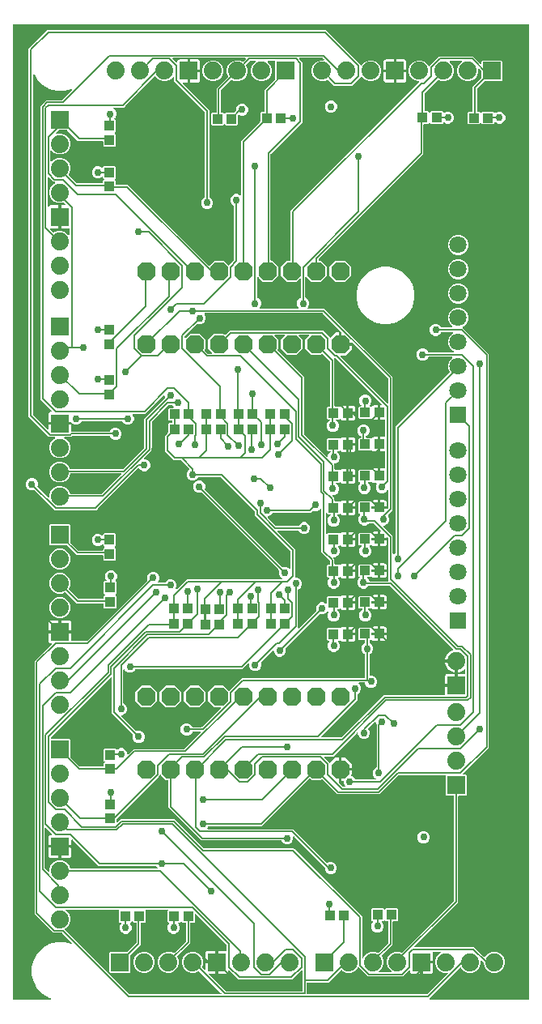
<source format=gbr>
G04 EAGLE Gerber RS-274X export*
G75*
%MOMM*%
%FSLAX34Y34*%
%LPD*%
%INBottom Copper*%
%IPPOS*%
%AMOC8*
5,1,8,0,0,1.08239X$1,22.5*%
G01*
%ADD10P,2.089446X8X112.500000*%
%ADD11R,1.879600X1.879600*%
%ADD12C,1.879600*%
%ADD13R,1.040000X1.020000*%
%ADD14R,1.020000X1.040000*%
%ADD15R,1.800000X1.800000*%
%ADD16C,1.800000*%
%ADD17C,0.756400*%
%ADD18C,0.152400*%

G36*
X49071Y10165D02*
X49071Y10165D01*
X49095Y10162D01*
X49192Y10184D01*
X49290Y10200D01*
X49311Y10212D01*
X49335Y10217D01*
X49420Y10269D01*
X49507Y10316D01*
X49524Y10333D01*
X49545Y10346D01*
X49608Y10422D01*
X49677Y10494D01*
X49687Y10516D01*
X49702Y10534D01*
X49739Y10627D01*
X49780Y10717D01*
X49783Y10741D01*
X49792Y10763D01*
X49797Y10863D01*
X49808Y10961D01*
X49802Y10985D01*
X49804Y11009D01*
X49776Y11104D01*
X49755Y11202D01*
X49743Y11223D01*
X49736Y11246D01*
X49680Y11327D01*
X49629Y11413D01*
X49611Y11429D01*
X49597Y11448D01*
X49518Y11508D01*
X49442Y11573D01*
X49420Y11582D01*
X49401Y11596D01*
X49244Y11657D01*
X48358Y11895D01*
X41481Y15865D01*
X35865Y21481D01*
X31895Y28358D01*
X29839Y36029D01*
X29839Y43971D01*
X31895Y51642D01*
X35865Y58519D01*
X41481Y64135D01*
X48358Y68105D01*
X56029Y70161D01*
X63971Y70161D01*
X71355Y68182D01*
X71403Y68177D01*
X71449Y68163D01*
X71524Y68165D01*
X71600Y68158D01*
X71647Y68168D01*
X71695Y68170D01*
X71766Y68196D01*
X71840Y68213D01*
X71881Y68238D01*
X71926Y68254D01*
X71985Y68301D01*
X72049Y68341D01*
X72080Y68378D01*
X72118Y68408D01*
X72159Y68471D01*
X72207Y68530D01*
X72225Y68574D01*
X72251Y68615D01*
X72269Y68688D01*
X72297Y68759D01*
X72299Y68807D01*
X72311Y68853D01*
X72305Y68929D01*
X72308Y69004D01*
X72295Y69051D01*
X72292Y69098D01*
X72262Y69168D01*
X72241Y69241D01*
X72214Y69281D01*
X72195Y69325D01*
X72115Y69425D01*
X72102Y69444D01*
X72097Y69448D01*
X72090Y69456D01*
X61760Y79786D01*
X61686Y79839D01*
X61616Y79899D01*
X61586Y79911D01*
X61560Y79930D01*
X61473Y79957D01*
X61388Y79991D01*
X61347Y79995D01*
X61325Y80002D01*
X61293Y80001D01*
X61221Y80009D01*
X52393Y80009D01*
X32765Y99637D01*
X32765Y363659D01*
X50368Y381262D01*
X50410Y381320D01*
X50459Y381372D01*
X50481Y381419D01*
X50511Y381461D01*
X50532Y381530D01*
X50563Y381595D01*
X50568Y381647D01*
X50584Y381697D01*
X50582Y381768D01*
X50590Y381839D01*
X50579Y381890D01*
X50577Y381942D01*
X50553Y382010D01*
X50538Y382080D01*
X50511Y382125D01*
X50493Y382173D01*
X50448Y382229D01*
X50411Y382291D01*
X50372Y382325D01*
X50339Y382365D01*
X50279Y382404D01*
X50224Y382451D01*
X50176Y382470D01*
X50132Y382498D01*
X50063Y382516D01*
X49996Y382543D01*
X49925Y382551D01*
X49894Y382559D01*
X49870Y382557D01*
X49830Y382561D01*
X49568Y382561D01*
X48921Y382734D01*
X48342Y383069D01*
X47869Y383542D01*
X47534Y384121D01*
X47361Y384768D01*
X47361Y392977D01*
X58538Y392977D01*
X58558Y392980D01*
X58577Y392978D01*
X58679Y393000D01*
X58781Y393017D01*
X58798Y393026D01*
X58818Y393030D01*
X58907Y393083D01*
X58998Y393132D01*
X59012Y393146D01*
X59029Y393156D01*
X59096Y393235D01*
X59167Y393310D01*
X59176Y393328D01*
X59189Y393343D01*
X59227Y393439D01*
X59271Y393533D01*
X59273Y393553D01*
X59281Y393571D01*
X59299Y393738D01*
X59299Y394501D01*
X59301Y394501D01*
X59301Y393738D01*
X59304Y393718D01*
X59302Y393699D01*
X59324Y393597D01*
X59341Y393495D01*
X59350Y393478D01*
X59354Y393458D01*
X59407Y393369D01*
X59456Y393278D01*
X59470Y393264D01*
X59480Y393247D01*
X59559Y393180D01*
X59634Y393109D01*
X59652Y393100D01*
X59667Y393087D01*
X59763Y393048D01*
X59857Y393005D01*
X59877Y393003D01*
X59895Y392995D01*
X60062Y392977D01*
X71239Y392977D01*
X71239Y385572D01*
X71242Y385552D01*
X71240Y385533D01*
X71262Y385431D01*
X71278Y385329D01*
X71288Y385312D01*
X71292Y385292D01*
X71345Y385203D01*
X71394Y385112D01*
X71408Y385098D01*
X71418Y385081D01*
X71497Y385014D01*
X71572Y384942D01*
X71590Y384934D01*
X71605Y384921D01*
X71701Y384882D01*
X71795Y384839D01*
X71815Y384837D01*
X71833Y384829D01*
X72000Y384811D01*
X87129Y384811D01*
X87220Y384825D01*
X87310Y384833D01*
X87340Y384845D01*
X87372Y384850D01*
X87453Y384893D01*
X87537Y384929D01*
X87569Y384955D01*
X87590Y384966D01*
X87612Y384989D01*
X87668Y385034D01*
X150826Y448192D01*
X150894Y448287D01*
X150964Y448381D01*
X150966Y448387D01*
X150969Y448392D01*
X151004Y448503D01*
X151040Y448614D01*
X151040Y448621D01*
X151042Y448627D01*
X151039Y448743D01*
X151038Y448860D01*
X151036Y448868D01*
X151035Y448873D01*
X151029Y448890D01*
X150991Y449021D01*
X150649Y449846D01*
X150649Y452362D01*
X151612Y454686D01*
X153390Y456464D01*
X155714Y457427D01*
X158230Y457427D01*
X160554Y456464D01*
X162332Y454686D01*
X163295Y452362D01*
X163295Y449846D01*
X162332Y447522D01*
X161880Y447070D01*
X161838Y447012D01*
X161789Y446960D01*
X161767Y446913D01*
X161736Y446871D01*
X161715Y446802D01*
X161685Y446737D01*
X161679Y446685D01*
X161664Y446635D01*
X161666Y446564D01*
X161658Y446493D01*
X161669Y446442D01*
X161670Y446390D01*
X161695Y446322D01*
X161710Y446252D01*
X161737Y446207D01*
X161755Y446159D01*
X161800Y446103D01*
X161836Y446041D01*
X161876Y446007D01*
X161909Y445967D01*
X161969Y445928D01*
X162023Y445881D01*
X162072Y445862D01*
X162115Y445834D01*
X162185Y445816D01*
X162252Y445789D01*
X162323Y445781D01*
X162354Y445773D01*
X162377Y445775D01*
X162418Y445771D01*
X168855Y445771D01*
X168970Y445790D01*
X169086Y445807D01*
X169091Y445809D01*
X169098Y445810D01*
X169200Y445865D01*
X169305Y445918D01*
X169309Y445923D01*
X169315Y445926D01*
X169395Y446010D01*
X169477Y446094D01*
X169481Y446100D01*
X169484Y446104D01*
X169492Y446121D01*
X169558Y446241D01*
X169900Y447066D01*
X171678Y448844D01*
X174002Y449807D01*
X176518Y449807D01*
X178842Y448844D01*
X180620Y447066D01*
X181583Y444742D01*
X181583Y442226D01*
X180636Y439941D01*
X180614Y439847D01*
X180585Y439754D01*
X180586Y439727D01*
X180580Y439702D01*
X180589Y439605D01*
X180592Y439508D01*
X180601Y439483D01*
X180603Y439457D01*
X180643Y439368D01*
X180676Y439277D01*
X180693Y439256D01*
X180703Y439232D01*
X180769Y439161D01*
X180830Y439085D01*
X180852Y439070D01*
X180870Y439051D01*
X180955Y439004D01*
X181037Y438952D01*
X181062Y438945D01*
X181085Y438933D01*
X181181Y438915D01*
X181275Y438892D01*
X181301Y438894D01*
X181327Y438889D01*
X181424Y438903D01*
X181521Y438911D01*
X181545Y438921D01*
X181571Y438925D01*
X181658Y438969D01*
X181747Y439007D01*
X181772Y439027D01*
X181790Y439036D01*
X181813Y439060D01*
X181878Y439112D01*
X192093Y449327D01*
X291365Y449327D01*
X291461Y449342D01*
X291558Y449352D01*
X291582Y449362D01*
X291608Y449366D01*
X291694Y449412D01*
X291783Y449452D01*
X291802Y449469D01*
X291825Y449482D01*
X291892Y449552D01*
X291964Y449618D01*
X291977Y449641D01*
X291995Y449660D01*
X292036Y449748D01*
X292083Y449834D01*
X292087Y449859D01*
X292098Y449883D01*
X292109Y449980D01*
X292126Y450076D01*
X292122Y450102D01*
X292125Y450127D01*
X292105Y450222D01*
X292090Y450319D01*
X292079Y450342D01*
X292073Y450368D01*
X292023Y450451D01*
X291979Y450538D01*
X291960Y450557D01*
X291947Y450579D01*
X291873Y450642D01*
X291803Y450710D01*
X291775Y450726D01*
X291760Y450739D01*
X291729Y450751D01*
X291656Y450791D01*
X291418Y450890D01*
X289640Y452668D01*
X288677Y454992D01*
X288677Y457508D01*
X289019Y458333D01*
X289046Y458446D01*
X289074Y458560D01*
X289074Y458566D01*
X289075Y458572D01*
X289064Y458689D01*
X289055Y458805D01*
X289053Y458811D01*
X289052Y458817D01*
X289004Y458924D01*
X288959Y459031D01*
X288954Y459037D01*
X288952Y459042D01*
X288939Y459055D01*
X288854Y459162D01*
X207912Y540104D01*
X207818Y540171D01*
X207724Y540242D01*
X207717Y540244D01*
X207712Y540247D01*
X207602Y540282D01*
X207490Y540318D01*
X207483Y540318D01*
X207477Y540320D01*
X207361Y540317D01*
X207244Y540316D01*
X207236Y540314D01*
X207231Y540313D01*
X207214Y540307D01*
X207083Y540269D01*
X206258Y539927D01*
X203742Y539927D01*
X201418Y540890D01*
X199640Y542668D01*
X198677Y544992D01*
X198677Y547508D01*
X199640Y549832D01*
X201418Y551610D01*
X203742Y552573D01*
X206258Y552573D01*
X208582Y551610D01*
X210360Y549832D01*
X211323Y547508D01*
X211323Y544992D01*
X210981Y544167D01*
X210954Y544054D01*
X210926Y543940D01*
X210926Y543934D01*
X210925Y543928D01*
X210936Y543811D01*
X210945Y543695D01*
X210947Y543689D01*
X210948Y543683D01*
X210996Y543576D01*
X211041Y543469D01*
X211046Y543463D01*
X211048Y543458D01*
X211061Y543445D01*
X211146Y543338D01*
X292088Y462396D01*
X292183Y462328D01*
X292277Y462258D01*
X292283Y462256D01*
X292288Y462253D01*
X292399Y462218D01*
X292510Y462182D01*
X292517Y462182D01*
X292523Y462180D01*
X292639Y462183D01*
X292756Y462184D01*
X292764Y462186D01*
X292769Y462187D01*
X292786Y462193D01*
X292917Y462231D01*
X293742Y462573D01*
X296258Y462573D01*
X298582Y461610D01*
X299614Y460578D01*
X299672Y460536D01*
X299724Y460487D01*
X299771Y460465D01*
X299813Y460434D01*
X299882Y460413D01*
X299947Y460383D01*
X299999Y460377D01*
X300049Y460362D01*
X300120Y460364D01*
X300191Y460356D01*
X300242Y460367D01*
X300294Y460368D01*
X300362Y460393D01*
X300432Y460408D01*
X300477Y460435D01*
X300525Y460453D01*
X300581Y460498D01*
X300643Y460534D01*
X300677Y460574D01*
X300717Y460607D01*
X300756Y460667D01*
X300803Y460721D01*
X300822Y460770D01*
X300850Y460813D01*
X300868Y460883D01*
X300895Y460950D01*
X300903Y461021D01*
X300911Y461052D01*
X300909Y461075D01*
X300913Y461116D01*
X300913Y478809D01*
X300899Y478899D01*
X300891Y478990D01*
X300879Y479019D01*
X300874Y479051D01*
X300831Y479132D01*
X300795Y479216D01*
X300769Y479248D01*
X300758Y479269D01*
X300735Y479291D01*
X300690Y479347D01*
X263581Y516456D01*
X263581Y520469D01*
X263567Y520560D01*
X263559Y520650D01*
X263547Y520680D01*
X263542Y520712D01*
X263499Y520793D01*
X263463Y520877D01*
X263437Y520909D01*
X263426Y520930D01*
X263403Y520952D01*
X263358Y521008D01*
X228076Y556290D01*
X228002Y556343D01*
X227932Y556403D01*
X227902Y556415D01*
X227876Y556434D01*
X227789Y556461D01*
X227704Y556495D01*
X227663Y556499D01*
X227641Y556506D01*
X227609Y556505D01*
X227537Y556513D01*
X204525Y556513D01*
X204410Y556494D01*
X204294Y556477D01*
X204289Y556475D01*
X204282Y556474D01*
X204180Y556419D01*
X204075Y556366D01*
X204071Y556361D01*
X204065Y556358D01*
X203985Y556274D01*
X203903Y556190D01*
X203899Y556184D01*
X203896Y556180D01*
X203888Y556163D01*
X203822Y556043D01*
X203480Y555218D01*
X201702Y553440D01*
X199378Y552477D01*
X196862Y552477D01*
X194538Y553440D01*
X192760Y555218D01*
X191797Y557542D01*
X191797Y560058D01*
X192760Y562382D01*
X194614Y564236D01*
X194626Y564252D01*
X194641Y564264D01*
X194697Y564351D01*
X194757Y564435D01*
X194763Y564454D01*
X194774Y564471D01*
X194799Y564572D01*
X194830Y564670D01*
X194829Y564690D01*
X194834Y564710D01*
X194826Y564813D01*
X194823Y564916D01*
X194817Y564935D01*
X194815Y564955D01*
X194775Y565050D01*
X194739Y565147D01*
X194726Y565163D01*
X194719Y565181D01*
X194614Y565312D01*
X186236Y573690D01*
X186162Y573743D01*
X186092Y573803D01*
X186062Y573815D01*
X186036Y573834D01*
X185949Y573861D01*
X185864Y573895D01*
X185823Y573899D01*
X185801Y573906D01*
X185769Y573905D01*
X185698Y573913D01*
X178393Y573913D01*
X169463Y582843D01*
X169463Y599507D01*
X172202Y602246D01*
X172255Y602320D01*
X172315Y602390D01*
X172327Y602420D01*
X172346Y602446D01*
X172373Y602533D01*
X172407Y602618D01*
X172411Y602659D01*
X172418Y602681D01*
X172417Y602713D01*
X172425Y602785D01*
X172425Y611692D01*
X173318Y612585D01*
X176102Y612585D01*
X176122Y612588D01*
X176141Y612586D01*
X176243Y612608D01*
X176345Y612624D01*
X176362Y612634D01*
X176382Y612638D01*
X176471Y612691D01*
X176562Y612740D01*
X176576Y612754D01*
X176593Y612764D01*
X176660Y612843D01*
X176732Y612918D01*
X176740Y612936D01*
X176753Y612951D01*
X176792Y613047D01*
X176835Y613141D01*
X176837Y613161D01*
X176845Y613179D01*
X176863Y613346D01*
X176863Y614454D01*
X176860Y614474D01*
X176862Y614493D01*
X176840Y614595D01*
X176824Y614697D01*
X176814Y614714D01*
X176810Y614734D01*
X176757Y614823D01*
X176708Y614914D01*
X176694Y614928D01*
X176684Y614945D01*
X176605Y615012D01*
X176530Y615084D01*
X176512Y615092D01*
X176497Y615105D01*
X176401Y615144D01*
X176307Y615187D01*
X176287Y615189D01*
X176269Y615197D01*
X176102Y615215D01*
X173318Y615215D01*
X172425Y616108D01*
X172425Y627572D01*
X173318Y628465D01*
X177620Y628465D01*
X177690Y628476D01*
X177762Y628478D01*
X177811Y628496D01*
X177863Y628504D01*
X177926Y628538D01*
X177993Y628563D01*
X178034Y628595D01*
X178080Y628620D01*
X178129Y628672D01*
X178185Y628716D01*
X178213Y628760D01*
X178249Y628798D01*
X178279Y628863D01*
X178318Y628923D01*
X178331Y628974D01*
X178353Y629021D01*
X178361Y629092D01*
X178378Y629162D01*
X178374Y629214D01*
X178380Y629265D01*
X178365Y629336D01*
X178359Y629407D01*
X178339Y629455D01*
X178328Y629506D01*
X178291Y629567D01*
X178263Y629633D01*
X178218Y629689D01*
X178202Y629717D01*
X178184Y629732D01*
X178158Y629764D01*
X177520Y630402D01*
X177178Y631227D01*
X177117Y631327D01*
X177057Y631427D01*
X177052Y631431D01*
X177049Y631436D01*
X176959Y631511D01*
X176870Y631587D01*
X176864Y631589D01*
X176859Y631593D01*
X176751Y631635D01*
X176642Y631679D01*
X176634Y631680D01*
X176629Y631681D01*
X176611Y631682D01*
X176475Y631697D01*
X173475Y631697D01*
X173384Y631683D01*
X173294Y631675D01*
X173264Y631663D01*
X173232Y631658D01*
X173151Y631615D01*
X173067Y631579D01*
X173035Y631553D01*
X173014Y631542D01*
X172992Y631519D01*
X172936Y631474D01*
X155624Y614162D01*
X155571Y614088D01*
X155511Y614018D01*
X155499Y613988D01*
X155480Y613962D01*
X155453Y613875D01*
X155419Y613790D01*
X155415Y613749D01*
X155408Y613727D01*
X155409Y613695D01*
X155401Y613623D01*
X155401Y586347D01*
X155393Y586336D01*
X155333Y586267D01*
X155321Y586237D01*
X155302Y586210D01*
X155275Y586123D01*
X155241Y586039D01*
X155237Y585998D01*
X155230Y585975D01*
X155231Y585943D01*
X155223Y585872D01*
X155223Y583989D01*
X147606Y576372D01*
X147564Y576314D01*
X147515Y576262D01*
X147493Y576215D01*
X147463Y576173D01*
X147442Y576104D01*
X147411Y576039D01*
X147406Y575987D01*
X147390Y575937D01*
X147392Y575866D01*
X147384Y575795D01*
X147395Y575744D01*
X147397Y575692D01*
X147421Y575624D01*
X147436Y575554D01*
X147463Y575509D01*
X147481Y575461D01*
X147526Y575405D01*
X147563Y575343D01*
X147602Y575309D01*
X147635Y575269D01*
X147695Y575230D01*
X147750Y575183D01*
X147798Y575164D01*
X147842Y575136D01*
X147911Y575118D01*
X147978Y575091D01*
X148049Y575083D01*
X148080Y575075D01*
X148104Y575077D01*
X148144Y575073D01*
X148758Y575073D01*
X151082Y574110D01*
X152860Y572332D01*
X153823Y570008D01*
X153823Y567492D01*
X152860Y565168D01*
X151082Y563390D01*
X148758Y562427D01*
X146242Y562427D01*
X143918Y563390D01*
X142059Y565249D01*
X142043Y565261D01*
X142031Y565276D01*
X141944Y565332D01*
X141860Y565392D01*
X141841Y565398D01*
X141824Y565409D01*
X141723Y565434D01*
X141625Y565465D01*
X141605Y565464D01*
X141585Y565469D01*
X141482Y565461D01*
X141379Y565458D01*
X141360Y565452D01*
X141340Y565450D01*
X141245Y565410D01*
X141148Y565374D01*
X141132Y565361D01*
X141114Y565354D01*
X140983Y565249D01*
X98760Y523026D01*
X97197Y521463D01*
X54053Y521463D01*
X32912Y542604D01*
X32818Y542671D01*
X32724Y542742D01*
X32717Y542744D01*
X32712Y542747D01*
X32602Y542782D01*
X32490Y542818D01*
X32483Y542818D01*
X32477Y542820D01*
X32361Y542817D01*
X32244Y542816D01*
X32236Y542814D01*
X32231Y542813D01*
X32214Y542807D01*
X32083Y542769D01*
X31258Y542427D01*
X28742Y542427D01*
X26418Y543390D01*
X24640Y545168D01*
X23677Y547492D01*
X23677Y550008D01*
X24640Y552332D01*
X26418Y554110D01*
X28742Y555073D01*
X31258Y555073D01*
X33582Y554110D01*
X35360Y552332D01*
X36323Y550008D01*
X36323Y547492D01*
X35981Y546667D01*
X35954Y546554D01*
X35926Y546440D01*
X35926Y546434D01*
X35925Y546428D01*
X35936Y546311D01*
X35945Y546195D01*
X35947Y546189D01*
X35948Y546183D01*
X35996Y546076D01*
X36041Y545969D01*
X36046Y545963D01*
X36048Y545958D01*
X36061Y545945D01*
X36146Y545838D01*
X46978Y535006D01*
X47036Y534964D01*
X47088Y534915D01*
X47135Y534893D01*
X47177Y534863D01*
X47246Y534842D01*
X47311Y534811D01*
X47363Y534806D01*
X47413Y534790D01*
X47484Y534792D01*
X47555Y534784D01*
X47606Y534795D01*
X47658Y534797D01*
X47726Y534821D01*
X47796Y534836D01*
X47840Y534863D01*
X47889Y534881D01*
X47945Y534926D01*
X48007Y534963D01*
X48041Y535002D01*
X48081Y535035D01*
X48120Y535095D01*
X48167Y535150D01*
X48186Y535198D01*
X48214Y535242D01*
X48232Y535311D01*
X48259Y535378D01*
X48267Y535449D01*
X48275Y535480D01*
X48273Y535504D01*
X48277Y535544D01*
X48277Y538373D01*
X49940Y542387D01*
X53013Y545460D01*
X57027Y547123D01*
X61373Y547123D01*
X65387Y545460D01*
X68460Y542387D01*
X69778Y539205D01*
X69840Y539105D01*
X69900Y539005D01*
X69904Y539001D01*
X69908Y538996D01*
X69998Y538921D01*
X70087Y538845D01*
X70092Y538843D01*
X70097Y538839D01*
X70206Y538797D01*
X70315Y538753D01*
X70322Y538752D01*
X70327Y538751D01*
X70345Y538750D01*
X70481Y538735D01*
X103185Y538735D01*
X103276Y538749D01*
X103366Y538757D01*
X103396Y538769D01*
X103428Y538774D01*
X103509Y538817D01*
X103593Y538853D01*
X103625Y538879D01*
X103646Y538890D01*
X103668Y538913D01*
X103724Y538958D01*
X123536Y558770D01*
X123578Y558828D01*
X123627Y558880D01*
X123649Y558927D01*
X123679Y558969D01*
X123700Y559038D01*
X123731Y559103D01*
X123736Y559155D01*
X123752Y559205D01*
X123750Y559276D01*
X123758Y559347D01*
X123747Y559398D01*
X123745Y559450D01*
X123721Y559518D01*
X123706Y559588D01*
X123679Y559633D01*
X123661Y559681D01*
X123616Y559737D01*
X123579Y559799D01*
X123540Y559833D01*
X123507Y559873D01*
X123447Y559912D01*
X123392Y559959D01*
X123344Y559978D01*
X123300Y560006D01*
X123231Y560024D01*
X123164Y560051D01*
X123093Y560059D01*
X123062Y560067D01*
X123038Y560065D01*
X122998Y560069D01*
X70884Y560069D01*
X70864Y560066D01*
X70845Y560068D01*
X70743Y560046D01*
X70641Y560030D01*
X70624Y560020D01*
X70604Y560016D01*
X70515Y559963D01*
X70424Y559914D01*
X70410Y559900D01*
X70393Y559890D01*
X70326Y559811D01*
X70254Y559736D01*
X70246Y559718D01*
X70233Y559703D01*
X70194Y559607D01*
X70151Y559513D01*
X70149Y559493D01*
X70141Y559475D01*
X70141Y559471D01*
X68460Y555413D01*
X65387Y552340D01*
X61373Y550677D01*
X57027Y550677D01*
X53013Y552340D01*
X49940Y555413D01*
X48277Y559427D01*
X48277Y563773D01*
X49940Y567787D01*
X53013Y570860D01*
X57027Y572523D01*
X61373Y572523D01*
X65387Y570860D01*
X68460Y567787D01*
X69568Y565113D01*
X69629Y565013D01*
X69689Y564913D01*
X69694Y564909D01*
X69697Y564904D01*
X69787Y564829D01*
X69876Y564753D01*
X69882Y564751D01*
X69887Y564747D01*
X69995Y564705D01*
X70104Y564661D01*
X70112Y564660D01*
X70116Y564659D01*
X70135Y564658D01*
X70271Y564643D01*
X124783Y564643D01*
X124873Y564657D01*
X124964Y564665D01*
X124994Y564677D01*
X125026Y564682D01*
X125106Y564725D01*
X125190Y564761D01*
X125222Y564787D01*
X125243Y564798D01*
X125265Y564821D01*
X125321Y564866D01*
X147318Y586863D01*
X147371Y586937D01*
X147431Y587006D01*
X147443Y587036D01*
X147462Y587063D01*
X147489Y587149D01*
X147523Y587234D01*
X147527Y587275D01*
X147534Y587298D01*
X147533Y587330D01*
X147541Y587401D01*
X147541Y617119D01*
X169114Y638692D01*
X169182Y638787D01*
X169252Y638881D01*
X169254Y638887D01*
X169257Y638892D01*
X169292Y639003D01*
X169328Y639114D01*
X169328Y639121D01*
X169330Y639127D01*
X169327Y639243D01*
X169326Y639360D01*
X169324Y639368D01*
X169323Y639373D01*
X169317Y639390D01*
X169279Y639521D01*
X168937Y640346D01*
X168937Y640878D01*
X168926Y640948D01*
X168924Y641020D01*
X168906Y641069D01*
X168898Y641120D01*
X168864Y641184D01*
X168839Y641251D01*
X168807Y641292D01*
X168782Y641338D01*
X168730Y641387D01*
X168686Y641443D01*
X168642Y641471D01*
X168604Y641507D01*
X168539Y641537D01*
X168479Y641576D01*
X168428Y641589D01*
X168381Y641611D01*
X168310Y641619D01*
X168240Y641636D01*
X168188Y641632D01*
X168137Y641638D01*
X168066Y641623D01*
X167995Y641617D01*
X167947Y641597D01*
X167896Y641586D01*
X167835Y641549D01*
X167769Y641521D01*
X167713Y641476D01*
X167685Y641459D01*
X167670Y641442D01*
X167638Y641416D01*
X148775Y622553D01*
X135986Y622553D01*
X135916Y622542D01*
X135844Y622540D01*
X135795Y622522D01*
X135743Y622514D01*
X135680Y622480D01*
X135613Y622455D01*
X135572Y622423D01*
X135526Y622398D01*
X135477Y622346D01*
X135421Y622302D01*
X135393Y622258D01*
X135357Y622220D01*
X135326Y622155D01*
X135288Y622095D01*
X135275Y622044D01*
X135253Y621997D01*
X135245Y621926D01*
X135228Y621856D01*
X135232Y621804D01*
X135226Y621753D01*
X135241Y621682D01*
X135247Y621611D01*
X135267Y621563D01*
X135278Y621512D01*
X135315Y621451D01*
X135343Y621385D01*
X135388Y621329D01*
X135404Y621301D01*
X135422Y621286D01*
X135448Y621254D01*
X135900Y620802D01*
X136863Y618478D01*
X136863Y615962D01*
X135900Y613638D01*
X134122Y611860D01*
X131798Y610897D01*
X129282Y610897D01*
X126958Y611860D01*
X125180Y613638D01*
X124838Y614463D01*
X124777Y614563D01*
X124717Y614663D01*
X124712Y614667D01*
X124709Y614672D01*
X124619Y614747D01*
X124530Y614823D01*
X124524Y614825D01*
X124519Y614829D01*
X124411Y614871D01*
X124302Y614915D01*
X124294Y614916D01*
X124289Y614917D01*
X124271Y614918D01*
X124135Y614933D01*
X82605Y614933D01*
X82490Y614914D01*
X82374Y614897D01*
X82369Y614895D01*
X82362Y614894D01*
X82260Y614839D01*
X82155Y614786D01*
X82151Y614781D01*
X82145Y614778D01*
X82065Y614694D01*
X81983Y614610D01*
X81979Y614604D01*
X81976Y614600D01*
X81968Y614583D01*
X81902Y614463D01*
X81560Y613638D01*
X79782Y611860D01*
X77458Y610897D01*
X74942Y610897D01*
X72618Y611860D01*
X72438Y612040D01*
X72380Y612082D01*
X72370Y612092D01*
X72362Y612101D01*
X72346Y612129D01*
X72328Y612144D01*
X72302Y612176D01*
X70778Y613700D01*
X70704Y613753D01*
X70635Y613813D01*
X70605Y613825D01*
X70578Y613844D01*
X70491Y613871D01*
X70406Y613905D01*
X70366Y613909D01*
X70343Y613916D01*
X70311Y613915D01*
X70240Y613923D01*
X59962Y613923D01*
X59942Y613920D01*
X59923Y613922D01*
X59821Y613900D01*
X59719Y613883D01*
X59702Y613874D01*
X59682Y613870D01*
X59593Y613817D01*
X59502Y613768D01*
X59488Y613754D01*
X59471Y613744D01*
X59404Y613665D01*
X59333Y613590D01*
X59324Y613572D01*
X59311Y613557D01*
X59273Y613461D01*
X59229Y613367D01*
X59227Y613347D01*
X59219Y613329D01*
X59201Y613162D01*
X59201Y611638D01*
X59204Y611618D01*
X59202Y611599D01*
X59224Y611497D01*
X59241Y611395D01*
X59250Y611378D01*
X59254Y611358D01*
X59307Y611269D01*
X59356Y611178D01*
X59370Y611164D01*
X59380Y611147D01*
X59459Y611080D01*
X59534Y611009D01*
X59552Y611000D01*
X59567Y610987D01*
X59663Y610948D01*
X59757Y610905D01*
X59777Y610903D01*
X59795Y610895D01*
X59962Y610877D01*
X71139Y610877D01*
X71139Y604600D01*
X71142Y604580D01*
X71140Y604561D01*
X71162Y604459D01*
X71178Y604357D01*
X71188Y604340D01*
X71192Y604320D01*
X71245Y604231D01*
X71294Y604140D01*
X71308Y604126D01*
X71318Y604109D01*
X71397Y604042D01*
X71472Y603970D01*
X71490Y603962D01*
X71505Y603949D01*
X71601Y603910D01*
X71695Y603867D01*
X71715Y603865D01*
X71733Y603857D01*
X71900Y603839D01*
X111135Y603839D01*
X111249Y603857D01*
X111366Y603875D01*
X111371Y603877D01*
X111378Y603878D01*
X111481Y603933D01*
X111585Y603986D01*
X111589Y603991D01*
X111595Y603994D01*
X111676Y604079D01*
X111757Y604162D01*
X111761Y604168D01*
X111764Y604172D01*
X111772Y604189D01*
X111838Y604309D01*
X112180Y605134D01*
X113958Y606912D01*
X116282Y607875D01*
X118798Y607875D01*
X121122Y606912D01*
X122900Y605134D01*
X123863Y602810D01*
X123863Y600294D01*
X122900Y597970D01*
X121122Y596192D01*
X118798Y595229D01*
X116282Y595229D01*
X113958Y596192D01*
X112180Y597970D01*
X111838Y598795D01*
X111777Y598895D01*
X111717Y598995D01*
X111712Y598999D01*
X111709Y599004D01*
X111619Y599079D01*
X111530Y599155D01*
X111524Y599157D01*
X111519Y599161D01*
X111410Y599203D01*
X111302Y599247D01*
X111294Y599248D01*
X111290Y599249D01*
X111271Y599250D01*
X111135Y599265D01*
X72463Y599265D01*
X72372Y599251D01*
X72282Y599243D01*
X72252Y599231D01*
X72220Y599226D01*
X72139Y599183D01*
X72055Y599147D01*
X72023Y599121D01*
X72002Y599110D01*
X71980Y599087D01*
X71924Y599042D01*
X71051Y598169D01*
X64605Y598169D01*
X64508Y598154D01*
X64411Y598144D01*
X64388Y598134D01*
X64362Y598130D01*
X64276Y598084D01*
X64187Y598044D01*
X64167Y598027D01*
X64144Y598014D01*
X64077Y597944D01*
X64006Y597878D01*
X63993Y597855D01*
X63975Y597836D01*
X63934Y597748D01*
X63887Y597662D01*
X63882Y597637D01*
X63871Y597613D01*
X63861Y597516D01*
X63843Y597420D01*
X63847Y597394D01*
X63844Y597369D01*
X63865Y597273D01*
X63879Y597177D01*
X63891Y597154D01*
X63897Y597128D01*
X63946Y597045D01*
X63991Y596958D01*
X64009Y596939D01*
X64023Y596917D01*
X64097Y596854D01*
X64166Y596786D01*
X64195Y596770D01*
X64210Y596757D01*
X64240Y596745D01*
X64313Y596705D01*
X65387Y596260D01*
X68460Y593187D01*
X70123Y589173D01*
X70123Y584827D01*
X68460Y580813D01*
X65387Y577740D01*
X61373Y576077D01*
X57027Y576077D01*
X53013Y577740D01*
X49940Y580813D01*
X48277Y584827D01*
X48277Y589173D01*
X49940Y593187D01*
X53013Y596260D01*
X54087Y596705D01*
X54170Y596756D01*
X54256Y596802D01*
X54274Y596820D01*
X54296Y596834D01*
X54358Y596910D01*
X54425Y596980D01*
X54436Y597004D01*
X54453Y597024D01*
X54488Y597115D01*
X54529Y597203D01*
X54531Y597229D01*
X54541Y597253D01*
X54545Y597351D01*
X54556Y597447D01*
X54550Y597473D01*
X54551Y597499D01*
X54524Y597593D01*
X54503Y597688D01*
X54490Y597710D01*
X54483Y597735D01*
X54427Y597815D01*
X54377Y597899D01*
X54357Y597916D01*
X54342Y597937D01*
X54264Y597996D01*
X54190Y598059D01*
X54166Y598069D01*
X54145Y598084D01*
X54053Y598114D01*
X53962Y598151D01*
X53930Y598154D01*
X53911Y598160D01*
X53878Y598160D01*
X53795Y598169D01*
X47821Y598169D01*
X26669Y619321D01*
X26669Y1003739D01*
X46297Y1023367D01*
X337751Y1023367D01*
X374251Y986867D01*
X374289Y986840D01*
X374321Y986805D01*
X374388Y986768D01*
X374451Y986723D01*
X374495Y986710D01*
X374536Y986687D01*
X374612Y986674D01*
X374686Y986651D01*
X374732Y986652D01*
X374779Y986644D01*
X374855Y986655D01*
X374932Y986657D01*
X374976Y986673D01*
X375022Y986680D01*
X375090Y986715D01*
X375163Y986742D01*
X375199Y986771D01*
X375241Y986792D01*
X375295Y986847D01*
X375355Y986896D01*
X375366Y986913D01*
X378513Y990060D01*
X382527Y991723D01*
X386873Y991723D01*
X390887Y990060D01*
X393960Y986987D01*
X395623Y982973D01*
X395623Y978627D01*
X393960Y974613D01*
X390887Y971540D01*
X386873Y969877D01*
X382527Y969877D01*
X378513Y971540D01*
X375430Y974623D01*
X375414Y974635D01*
X375401Y974650D01*
X375314Y974706D01*
X375230Y974767D01*
X375211Y974773D01*
X375194Y974783D01*
X375094Y974809D01*
X374995Y974839D01*
X374975Y974839D01*
X374956Y974843D01*
X374853Y974835D01*
X374749Y974833D01*
X374730Y974826D01*
X374710Y974824D01*
X374616Y974784D01*
X374518Y974748D01*
X374502Y974736D01*
X374484Y974728D01*
X374353Y974623D01*
X366746Y967016D01*
X365183Y965453D01*
X346525Y965453D01*
X340695Y971283D01*
X340601Y971351D01*
X340506Y971421D01*
X340500Y971423D01*
X340495Y971427D01*
X340384Y971461D01*
X340272Y971497D01*
X340266Y971497D01*
X340260Y971499D01*
X340143Y971496D01*
X340026Y971495D01*
X340019Y971493D01*
X340014Y971493D01*
X339997Y971486D01*
X339865Y971448D01*
X336073Y969877D01*
X331727Y969877D01*
X327713Y971540D01*
X324640Y974613D01*
X322977Y978627D01*
X322977Y982973D01*
X324640Y986987D01*
X327713Y990060D01*
X331727Y991723D01*
X335182Y991723D01*
X335252Y991734D01*
X335324Y991736D01*
X335373Y991754D01*
X335424Y991762D01*
X335488Y991796D01*
X335555Y991821D01*
X335596Y991853D01*
X335642Y991878D01*
X335691Y991930D01*
X335747Y991974D01*
X335775Y992018D01*
X335811Y992056D01*
X335841Y992121D01*
X335880Y992181D01*
X335893Y992232D01*
X335915Y992279D01*
X335923Y992350D01*
X335940Y992420D01*
X335936Y992472D01*
X335942Y992523D01*
X335927Y992594D01*
X335921Y992665D01*
X335901Y992713D01*
X335890Y992764D01*
X335853Y992825D01*
X335825Y992891D01*
X335780Y992947D01*
X335763Y992975D01*
X335746Y992990D01*
X335720Y993022D01*
X334556Y994186D01*
X334482Y994239D01*
X334412Y994299D01*
X334382Y994311D01*
X334356Y994330D01*
X334269Y994357D01*
X334184Y994391D01*
X334143Y994395D01*
X334121Y994402D01*
X334089Y994401D01*
X334017Y994409D01*
X310634Y994409D01*
X310564Y994398D01*
X310492Y994396D01*
X310443Y994378D01*
X310392Y994370D01*
X310328Y994336D01*
X310261Y994311D01*
X310220Y994279D01*
X310174Y994254D01*
X310125Y994202D01*
X310069Y994158D01*
X310041Y994114D01*
X310005Y994076D01*
X309975Y994011D01*
X309936Y993951D01*
X309923Y993900D01*
X309901Y993853D01*
X309893Y993782D01*
X309876Y993712D01*
X309880Y993660D01*
X309874Y993609D01*
X309889Y993538D01*
X309895Y993467D01*
X309915Y993419D01*
X309926Y993368D01*
X309963Y993307D01*
X309991Y993241D01*
X310036Y993185D01*
X310053Y993157D01*
X310070Y993142D01*
X310096Y993110D01*
X313183Y990023D01*
X313183Y927169D01*
X279878Y893864D01*
X279825Y893790D01*
X279765Y893720D01*
X279753Y893690D01*
X279734Y893664D01*
X279707Y893577D01*
X279673Y893492D01*
X279669Y893451D01*
X279662Y893429D01*
X279663Y893397D01*
X279655Y893325D01*
X279655Y783238D01*
X279658Y783218D01*
X279656Y783199D01*
X279678Y783097D01*
X279694Y782995D01*
X279704Y782978D01*
X279708Y782958D01*
X279761Y782869D01*
X279810Y782778D01*
X279824Y782764D01*
X279834Y782747D01*
X279913Y782680D01*
X279988Y782608D01*
X280006Y782600D01*
X280021Y782587D01*
X280117Y782548D01*
X280211Y782505D01*
X280231Y782503D01*
X280249Y782495D01*
X280416Y782477D01*
X281230Y782477D01*
X287777Y775930D01*
X287777Y766670D01*
X281230Y760123D01*
X271970Y760123D01*
X267238Y764855D01*
X267180Y764897D01*
X267128Y764947D01*
X267081Y764969D01*
X267039Y764999D01*
X266970Y765020D01*
X266905Y765050D01*
X266853Y765056D01*
X266803Y765071D01*
X266732Y765070D01*
X266661Y765077D01*
X266610Y765066D01*
X266558Y765065D01*
X266490Y765040D01*
X266420Y765025D01*
X266375Y764998D01*
X266327Y764981D01*
X266271Y764936D01*
X266209Y764899D01*
X266175Y764859D01*
X266135Y764827D01*
X266096Y764767D01*
X266049Y764712D01*
X266030Y764664D01*
X266002Y764620D01*
X265984Y764550D01*
X265957Y764484D01*
X265949Y764413D01*
X265941Y764381D01*
X265943Y764358D01*
X265939Y764317D01*
X265939Y744021D01*
X265958Y743906D01*
X265975Y743790D01*
X265977Y743785D01*
X265978Y743778D01*
X266033Y743676D01*
X266086Y743571D01*
X266091Y743567D01*
X266094Y743561D01*
X266178Y743481D01*
X266262Y743399D01*
X266268Y743395D01*
X266272Y743392D01*
X266289Y743384D01*
X266409Y743318D01*
X267234Y742976D01*
X269012Y741198D01*
X269975Y738874D01*
X269975Y736358D01*
X269012Y734034D01*
X268560Y733582D01*
X268518Y733524D01*
X268469Y733472D01*
X268447Y733425D01*
X268416Y733383D01*
X268395Y733314D01*
X268365Y733249D01*
X268359Y733197D01*
X268344Y733147D01*
X268346Y733076D01*
X268338Y733005D01*
X268349Y732954D01*
X268350Y732902D01*
X268375Y732834D01*
X268390Y732764D01*
X268417Y732719D01*
X268435Y732671D01*
X268480Y732615D01*
X268516Y732553D01*
X268556Y732519D01*
X268589Y732479D01*
X268649Y732440D01*
X268703Y732393D01*
X268752Y732374D01*
X268795Y732346D01*
X268865Y732328D01*
X268932Y732301D01*
X269003Y732293D01*
X269034Y732285D01*
X269057Y732287D01*
X269098Y732283D01*
X308498Y732283D01*
X308568Y732294D01*
X308640Y732296D01*
X308689Y732314D01*
X308741Y732322D01*
X308804Y732356D01*
X308871Y732381D01*
X308912Y732413D01*
X308958Y732438D01*
X309007Y732490D01*
X309063Y732534D01*
X309091Y732578D01*
X309127Y732616D01*
X309158Y732681D01*
X309196Y732741D01*
X309209Y732792D01*
X309231Y732839D01*
X309239Y732910D01*
X309256Y732980D01*
X309252Y733032D01*
X309258Y733083D01*
X309243Y733154D01*
X309237Y733225D01*
X309217Y733273D01*
X309206Y733324D01*
X309169Y733385D01*
X309141Y733451D01*
X309096Y733507D01*
X309080Y733535D01*
X309062Y733550D01*
X309036Y733582D01*
X308584Y734034D01*
X307621Y736358D01*
X307621Y738874D01*
X308584Y741198D01*
X310362Y742976D01*
X311187Y743318D01*
X311287Y743379D01*
X311387Y743439D01*
X311391Y743444D01*
X311396Y743447D01*
X311471Y743537D01*
X311547Y743626D01*
X311549Y743632D01*
X311553Y743637D01*
X311595Y743745D01*
X311639Y743854D01*
X311640Y743862D01*
X311641Y743867D01*
X311642Y743885D01*
X311657Y744021D01*
X311657Y763313D01*
X311646Y763384D01*
X311644Y763456D01*
X311626Y763505D01*
X311618Y763556D01*
X311584Y763619D01*
X311559Y763687D01*
X311527Y763727D01*
X311502Y763773D01*
X311450Y763823D01*
X311406Y763879D01*
X311362Y763907D01*
X311324Y763943D01*
X311259Y763973D01*
X311199Y764012D01*
X311148Y764024D01*
X311101Y764046D01*
X311030Y764054D01*
X310960Y764072D01*
X310908Y764068D01*
X310857Y764073D01*
X310786Y764058D01*
X310715Y764053D01*
X310667Y764032D01*
X310616Y764021D01*
X310555Y763984D01*
X310489Y763956D01*
X310433Y763912D01*
X310405Y763895D01*
X310390Y763877D01*
X310358Y763851D01*
X306630Y760123D01*
X297370Y760123D01*
X290823Y766670D01*
X290823Y775930D01*
X297370Y782477D01*
X300228Y782477D01*
X300248Y782480D01*
X300267Y782478D01*
X300369Y782500D01*
X300471Y782516D01*
X300488Y782526D01*
X300508Y782530D01*
X300597Y782583D01*
X300688Y782632D01*
X300702Y782646D01*
X300719Y782656D01*
X300786Y782735D01*
X300858Y782810D01*
X300866Y782828D01*
X300879Y782843D01*
X300918Y782939D01*
X300961Y783033D01*
X300963Y783053D01*
X300971Y783071D01*
X300989Y783238D01*
X300989Y834575D01*
X434878Y968464D01*
X434992Y968578D01*
X435034Y968636D01*
X435083Y968688D01*
X435105Y968735D01*
X435135Y968777D01*
X435156Y968846D01*
X435187Y968911D01*
X435192Y968963D01*
X435208Y969012D01*
X435206Y969084D01*
X435214Y969155D01*
X435203Y969206D01*
X435201Y969258D01*
X435177Y969326D01*
X435162Y969396D01*
X435135Y969441D01*
X435117Y969489D01*
X435072Y969545D01*
X435035Y969607D01*
X434996Y969641D01*
X434963Y969681D01*
X434903Y969720D01*
X434848Y969767D01*
X434800Y969786D01*
X434756Y969814D01*
X434687Y969832D01*
X434620Y969859D01*
X434549Y969867D01*
X434518Y969875D01*
X434495Y969873D01*
X434454Y969877D01*
X433327Y969877D01*
X429313Y971540D01*
X426240Y974613D01*
X424577Y978627D01*
X424577Y982973D01*
X426240Y986987D01*
X429313Y990060D01*
X433327Y991723D01*
X437673Y991723D01*
X441687Y990060D01*
X444760Y986987D01*
X445069Y986240D01*
X445094Y986201D01*
X445109Y986158D01*
X445158Y986097D01*
X445199Y986031D01*
X445234Y986002D01*
X445263Y985966D01*
X445329Y985924D01*
X445388Y985874D01*
X445431Y985858D01*
X445470Y985833D01*
X445545Y985814D01*
X445618Y985786D01*
X445664Y985784D01*
X445708Y985773D01*
X445786Y985779D01*
X445864Y985775D01*
X445908Y985788D01*
X445954Y985792D01*
X446025Y985822D01*
X446100Y985844D01*
X446138Y985870D01*
X446180Y985888D01*
X446287Y985973D01*
X446302Y985984D01*
X446305Y985988D01*
X446311Y985993D01*
X454690Y994372D01*
X456253Y995935D01*
X491675Y995935D01*
X499478Y988132D01*
X499536Y988090D01*
X499588Y988041D01*
X499635Y988019D01*
X499677Y987989D01*
X499746Y987968D01*
X499811Y987937D01*
X499863Y987932D01*
X499913Y987916D01*
X499984Y987918D01*
X500055Y987910D01*
X500106Y987921D01*
X500158Y987923D01*
X500226Y987947D01*
X500296Y987962D01*
X500341Y987989D01*
X500389Y988007D01*
X500445Y988052D01*
X500507Y988089D01*
X500541Y988128D01*
X500581Y988161D01*
X500620Y988221D01*
X500667Y988276D01*
X500686Y988324D01*
X500714Y988368D01*
X500732Y988437D01*
X500759Y988504D01*
X500767Y988575D01*
X500775Y988606D01*
X500773Y988630D01*
X500777Y988670D01*
X500777Y990830D01*
X501670Y991723D01*
X521730Y991723D01*
X522623Y990830D01*
X522623Y970770D01*
X521730Y969877D01*
X504035Y969877D01*
X503944Y969863D01*
X503854Y969855D01*
X503824Y969843D01*
X503792Y969838D01*
X503711Y969795D01*
X503627Y969759D01*
X503595Y969733D01*
X503574Y969722D01*
X503552Y969699D01*
X503496Y969654D01*
X496286Y962444D01*
X496233Y962370D01*
X496173Y962300D01*
X496161Y962270D01*
X496142Y962244D01*
X496115Y962157D01*
X496081Y962072D01*
X496077Y962031D01*
X496070Y962009D01*
X496071Y961977D01*
X496063Y961905D01*
X496063Y938926D01*
X496066Y938906D01*
X496064Y938887D01*
X496086Y938785D01*
X496102Y938683D01*
X496112Y938666D01*
X496116Y938646D01*
X496169Y938557D01*
X496218Y938466D01*
X496232Y938452D01*
X496242Y938435D01*
X496321Y938368D01*
X496396Y938296D01*
X496414Y938288D01*
X496429Y938275D01*
X496525Y938236D01*
X496619Y938193D01*
X496639Y938191D01*
X496657Y938183D01*
X496824Y938165D01*
X498282Y938165D01*
X499262Y937185D01*
X499278Y937173D01*
X499290Y937157D01*
X499378Y937101D01*
X499461Y937041D01*
X499480Y937035D01*
X499497Y937024D01*
X499598Y936999D01*
X499697Y936969D01*
X499716Y936969D01*
X499736Y936964D01*
X499839Y936972D01*
X499942Y936975D01*
X499961Y936982D01*
X499981Y936983D01*
X500076Y937024D01*
X500173Y937059D01*
X500189Y937072D01*
X500207Y937080D01*
X500338Y937185D01*
X501318Y938165D01*
X512982Y938165D01*
X513985Y937161D01*
X514005Y937136D01*
X514030Y937090D01*
X514081Y937041D01*
X514126Y936985D01*
X514170Y936957D01*
X514208Y936921D01*
X514273Y936891D01*
X514333Y936852D01*
X514384Y936839D01*
X514431Y936817D01*
X514502Y936809D01*
X514572Y936792D01*
X514624Y936796D01*
X514675Y936790D01*
X514746Y936805D01*
X514817Y936811D01*
X514865Y936831D01*
X514916Y936842D01*
X514977Y936879D01*
X515043Y936907D01*
X515099Y936952D01*
X515127Y936968D01*
X515142Y936986D01*
X515174Y937012D01*
X515486Y937324D01*
X517810Y938287D01*
X520326Y938287D01*
X522650Y937324D01*
X524428Y935546D01*
X525391Y933222D01*
X525391Y930706D01*
X524428Y928382D01*
X522650Y926604D01*
X520326Y925641D01*
X517810Y925641D01*
X515486Y926604D01*
X515174Y926916D01*
X515116Y926958D01*
X515064Y927007D01*
X515017Y927029D01*
X514975Y927060D01*
X514906Y927081D01*
X514841Y927111D01*
X514789Y927117D01*
X514739Y927132D01*
X514668Y927130D01*
X514597Y927138D01*
X514546Y927127D01*
X514494Y927126D01*
X514426Y927101D01*
X514356Y927086D01*
X514311Y927059D01*
X514263Y927041D01*
X514207Y926996D01*
X514145Y926960D01*
X514111Y926920D01*
X514071Y926887D01*
X514032Y926827D01*
X513985Y926773D01*
X513966Y926724D01*
X513938Y926681D01*
X513920Y926611D01*
X513893Y926544D01*
X513885Y926473D01*
X513877Y926442D01*
X513879Y926419D01*
X513875Y926378D01*
X513875Y925808D01*
X512982Y924915D01*
X501318Y924915D01*
X500338Y925895D01*
X500322Y925907D01*
X500310Y925923D01*
X500222Y925979D01*
X500139Y926039D01*
X500120Y926045D01*
X500103Y926056D01*
X500002Y926081D01*
X499903Y926111D01*
X499884Y926111D01*
X499864Y926116D01*
X499761Y926108D01*
X499658Y926105D01*
X499639Y926098D01*
X499619Y926097D01*
X499524Y926056D01*
X499427Y926021D01*
X499411Y926008D01*
X499393Y926000D01*
X499262Y925895D01*
X498282Y924915D01*
X486618Y924915D01*
X485725Y925808D01*
X485725Y937272D01*
X486618Y938165D01*
X490728Y938165D01*
X490748Y938168D01*
X490767Y938166D01*
X490869Y938188D01*
X490971Y938204D01*
X490988Y938214D01*
X491008Y938218D01*
X491097Y938271D01*
X491188Y938320D01*
X491202Y938334D01*
X491219Y938344D01*
X491286Y938423D01*
X491358Y938498D01*
X491366Y938516D01*
X491379Y938531D01*
X491418Y938627D01*
X491461Y938721D01*
X491463Y938741D01*
X491471Y938759D01*
X491489Y938926D01*
X491489Y964115D01*
X500554Y973180D01*
X500607Y973254D01*
X500667Y973324D01*
X500679Y973354D01*
X500698Y973380D01*
X500725Y973467D01*
X500759Y973552D01*
X500763Y973593D01*
X500770Y973615D01*
X500769Y973647D01*
X500777Y973719D01*
X500777Y980049D01*
X500763Y980140D01*
X500755Y980230D01*
X500743Y980260D01*
X500738Y980292D01*
X500695Y980373D01*
X500659Y980457D01*
X500633Y980489D01*
X500622Y980510D01*
X500599Y980532D01*
X500554Y980588D01*
X498522Y982620D01*
X498464Y982662D01*
X498412Y982711D01*
X498365Y982733D01*
X498323Y982763D01*
X498254Y982784D01*
X498189Y982815D01*
X498137Y982820D01*
X498087Y982836D01*
X498016Y982834D01*
X497945Y982842D01*
X497894Y982831D01*
X497842Y982829D01*
X497774Y982805D01*
X497704Y982790D01*
X497659Y982763D01*
X497611Y982745D01*
X497555Y982700D01*
X497493Y982663D01*
X497459Y982624D01*
X497419Y982591D01*
X497380Y982531D01*
X497333Y982476D01*
X497314Y982428D01*
X497286Y982384D01*
X497268Y982315D01*
X497241Y982248D01*
X497233Y982177D01*
X497225Y982146D01*
X497227Y982122D01*
X497223Y982082D01*
X497223Y978627D01*
X495560Y974613D01*
X492487Y971540D01*
X488473Y969877D01*
X484127Y969877D01*
X480113Y971540D01*
X477040Y974613D01*
X475377Y978627D01*
X475377Y982973D01*
X477040Y986987D01*
X480115Y990062D01*
X480157Y990120D01*
X480206Y990172D01*
X480228Y990219D01*
X480258Y990261D01*
X480279Y990330D01*
X480310Y990395D01*
X480315Y990447D01*
X480331Y990497D01*
X480329Y990568D01*
X480337Y990639D01*
X480326Y990690D01*
X480324Y990742D01*
X480300Y990810D01*
X480284Y990880D01*
X480258Y990925D01*
X480240Y990973D01*
X480195Y991029D01*
X480158Y991091D01*
X480119Y991125D01*
X480086Y991165D01*
X480026Y991204D01*
X479971Y991251D01*
X479923Y991270D01*
X479879Y991298D01*
X479810Y991316D01*
X479743Y991343D01*
X479672Y991351D01*
X479641Y991359D01*
X479617Y991357D01*
X479576Y991361D01*
X467624Y991361D01*
X467553Y991350D01*
X467481Y991348D01*
X467432Y991330D01*
X467381Y991322D01*
X467318Y991288D01*
X467250Y991263D01*
X467210Y991231D01*
X467163Y991206D01*
X467114Y991154D01*
X467058Y991110D01*
X467030Y991066D01*
X466994Y991028D01*
X466964Y990963D01*
X466925Y990903D01*
X466912Y990852D01*
X466890Y990805D01*
X466883Y990734D01*
X466865Y990664D01*
X466869Y990612D01*
X466863Y990561D01*
X466879Y990490D01*
X466884Y990419D01*
X466905Y990371D01*
X466916Y990320D01*
X466952Y990259D01*
X466981Y990193D01*
X467025Y990137D01*
X467042Y990109D01*
X467060Y990094D01*
X467085Y990062D01*
X470160Y986987D01*
X471823Y982973D01*
X471823Y978627D01*
X470160Y974613D01*
X467087Y971540D01*
X463073Y969877D01*
X458727Y969877D01*
X455449Y971235D01*
X455336Y971262D01*
X455222Y971290D01*
X455216Y971290D01*
X455210Y971291D01*
X455093Y971280D01*
X454977Y971271D01*
X454971Y971269D01*
X454965Y971268D01*
X454858Y971220D01*
X454751Y971175D01*
X454745Y971170D01*
X454740Y971168D01*
X454727Y971155D01*
X454620Y971070D01*
X441422Y957872D01*
X441369Y957798D01*
X441309Y957728D01*
X441297Y957698D01*
X441278Y957672D01*
X441251Y957585D01*
X441217Y957500D01*
X441213Y957459D01*
X441206Y957437D01*
X441207Y957405D01*
X441199Y957333D01*
X441199Y939226D01*
X441202Y939206D01*
X441200Y939187D01*
X441222Y939085D01*
X441238Y938983D01*
X441248Y938966D01*
X441252Y938946D01*
X441305Y938857D01*
X441354Y938766D01*
X441368Y938752D01*
X441378Y938735D01*
X441457Y938668D01*
X441532Y938596D01*
X441550Y938588D01*
X441565Y938575D01*
X441661Y938536D01*
X441755Y938493D01*
X441775Y938491D01*
X441793Y938483D01*
X441960Y938465D01*
X444682Y938465D01*
X445662Y937485D01*
X445678Y937473D01*
X445690Y937457D01*
X445778Y937401D01*
X445861Y937341D01*
X445880Y937335D01*
X445897Y937324D01*
X445998Y937299D01*
X446097Y937269D01*
X446116Y937269D01*
X446136Y937264D01*
X446239Y937272D01*
X446342Y937275D01*
X446361Y937282D01*
X446381Y937283D01*
X446476Y937324D01*
X446573Y937359D01*
X446589Y937372D01*
X446607Y937380D01*
X446738Y937485D01*
X447718Y938465D01*
X459382Y938465D01*
X460307Y937540D01*
X460314Y937491D01*
X460348Y937428D01*
X460373Y937361D01*
X460405Y937320D01*
X460430Y937274D01*
X460481Y937225D01*
X460526Y937169D01*
X460570Y937141D01*
X460608Y937105D01*
X460673Y937074D01*
X460733Y937036D01*
X460784Y937023D01*
X460831Y937001D01*
X460902Y936993D01*
X460972Y936976D01*
X461024Y936980D01*
X461075Y936974D01*
X461146Y936989D01*
X461217Y936995D01*
X461265Y937015D01*
X461316Y937026D01*
X461377Y937063D01*
X461443Y937091D01*
X461499Y937136D01*
X461527Y937152D01*
X461542Y937170D01*
X461574Y937196D01*
X461702Y937324D01*
X464026Y938287D01*
X466542Y938287D01*
X468866Y937324D01*
X470644Y935546D01*
X471607Y933222D01*
X471607Y930706D01*
X470644Y928382D01*
X468866Y926604D01*
X466542Y925641D01*
X464026Y925641D01*
X461702Y926604D01*
X461574Y926732D01*
X461516Y926774D01*
X461464Y926823D01*
X461417Y926845D01*
X461375Y926876D01*
X461306Y926897D01*
X461241Y926927D01*
X461189Y926933D01*
X461139Y926948D01*
X461068Y926946D01*
X460997Y926954D01*
X460946Y926943D01*
X460894Y926942D01*
X460826Y926917D01*
X460756Y926902D01*
X460711Y926875D01*
X460663Y926857D01*
X460607Y926812D01*
X460545Y926776D01*
X460511Y926736D01*
X460471Y926703D01*
X460432Y926643D01*
X460385Y926589D01*
X460366Y926540D01*
X460338Y926497D01*
X460320Y926427D01*
X460293Y926360D01*
X460285Y926289D01*
X460277Y926258D01*
X460279Y926235D01*
X460275Y926194D01*
X460275Y926108D01*
X459382Y925215D01*
X447718Y925215D01*
X446738Y926195D01*
X446722Y926207D01*
X446710Y926223D01*
X446622Y926279D01*
X446539Y926339D01*
X446520Y926345D01*
X446503Y926356D01*
X446402Y926381D01*
X446303Y926411D01*
X446284Y926411D01*
X446264Y926416D01*
X446161Y926408D01*
X446058Y926405D01*
X446039Y926398D01*
X446019Y926397D01*
X445924Y926356D01*
X445827Y926321D01*
X445811Y926308D01*
X445793Y926300D01*
X445662Y926195D01*
X444682Y925215D01*
X440436Y925215D01*
X440416Y925212D01*
X440397Y925214D01*
X440295Y925192D01*
X440193Y925176D01*
X440176Y925166D01*
X440156Y925162D01*
X440067Y925109D01*
X439976Y925060D01*
X439962Y925046D01*
X439945Y925036D01*
X439878Y924957D01*
X439806Y924882D01*
X439798Y924864D01*
X439785Y924849D01*
X439746Y924753D01*
X439703Y924659D01*
X439701Y924639D01*
X439693Y924621D01*
X439675Y924454D01*
X439675Y893641D01*
X330170Y784136D01*
X330117Y784062D01*
X330091Y784032D01*
X330078Y784019D01*
X330077Y784016D01*
X330057Y783992D01*
X330045Y783962D01*
X330026Y783936D01*
X329999Y783849D01*
X329998Y783845D01*
X329975Y783796D01*
X329974Y783785D01*
X329965Y783764D01*
X329961Y783723D01*
X329954Y783701D01*
X329955Y783669D01*
X329947Y783597D01*
X329947Y783238D01*
X329950Y783218D01*
X329948Y783199D01*
X329970Y783097D01*
X329986Y782995D01*
X329996Y782978D01*
X330000Y782958D01*
X330053Y782869D01*
X330102Y782778D01*
X330116Y782764D01*
X330126Y782747D01*
X330205Y782680D01*
X330280Y782608D01*
X330298Y782600D01*
X330313Y782587D01*
X330409Y782548D01*
X330503Y782505D01*
X330523Y782503D01*
X330541Y782495D01*
X330708Y782477D01*
X332030Y782477D01*
X338577Y775930D01*
X338577Y766670D01*
X332030Y760123D01*
X322770Y760123D01*
X317530Y765363D01*
X317472Y765405D01*
X317420Y765455D01*
X317373Y765477D01*
X317331Y765507D01*
X317262Y765528D01*
X317197Y765558D01*
X317145Y765564D01*
X317095Y765579D01*
X317024Y765578D01*
X316953Y765585D01*
X316902Y765574D01*
X316850Y765573D01*
X316782Y765548D01*
X316712Y765533D01*
X316667Y765506D01*
X316619Y765489D01*
X316563Y765444D01*
X316501Y765407D01*
X316467Y765367D01*
X316427Y765335D01*
X316388Y765275D01*
X316341Y765220D01*
X316322Y765172D01*
X316294Y765128D01*
X316276Y765058D01*
X316249Y764992D01*
X316241Y764921D01*
X316233Y764889D01*
X316235Y764866D01*
X316231Y764825D01*
X316231Y744021D01*
X316250Y743906D01*
X316267Y743790D01*
X316269Y743785D01*
X316270Y743778D01*
X316325Y743676D01*
X316378Y743571D01*
X316383Y743567D01*
X316386Y743561D01*
X316470Y743481D01*
X316554Y743399D01*
X316560Y743395D01*
X316564Y743392D01*
X316581Y743384D01*
X316701Y743318D01*
X317526Y742976D01*
X319304Y741198D01*
X320267Y738874D01*
X320267Y736358D01*
X319304Y734034D01*
X318852Y733582D01*
X318810Y733524D01*
X318761Y733472D01*
X318739Y733425D01*
X318708Y733383D01*
X318687Y733314D01*
X318657Y733249D01*
X318651Y733197D01*
X318636Y733147D01*
X318638Y733076D01*
X318630Y733005D01*
X318641Y732954D01*
X318642Y732902D01*
X318667Y732834D01*
X318682Y732764D01*
X318709Y732719D01*
X318727Y732671D01*
X318772Y732615D01*
X318808Y732553D01*
X318848Y732519D01*
X318881Y732479D01*
X318941Y732440D01*
X318995Y732393D01*
X319044Y732374D01*
X319087Y732346D01*
X319157Y732328D01*
X319224Y732301D01*
X319295Y732293D01*
X319326Y732285D01*
X319349Y732287D01*
X319390Y732283D01*
X336227Y732283D01*
X407671Y660839D01*
X407671Y521785D01*
X406108Y520222D01*
X402866Y516980D01*
X402854Y516964D01*
X402839Y516952D01*
X402783Y516864D01*
X402723Y516780D01*
X402717Y516761D01*
X402706Y516745D01*
X402681Y516644D01*
X402650Y516545D01*
X402651Y516525D01*
X402646Y516506D01*
X402654Y516403D01*
X402657Y516299D01*
X402663Y516281D01*
X402665Y516261D01*
X402705Y516166D01*
X402741Y516068D01*
X402753Y516053D01*
X402761Y516035D01*
X402866Y515904D01*
X403124Y515646D01*
X404087Y513322D01*
X404087Y510806D01*
X403124Y508482D01*
X401346Y506704D01*
X399022Y505741D01*
X398490Y505741D01*
X398420Y505730D01*
X398348Y505728D01*
X398299Y505710D01*
X398248Y505702D01*
X398184Y505668D01*
X398117Y505643D01*
X398076Y505611D01*
X398030Y505586D01*
X397981Y505534D01*
X397925Y505490D01*
X397897Y505446D01*
X397861Y505408D01*
X397831Y505343D01*
X397792Y505283D01*
X397779Y505232D01*
X397757Y505185D01*
X397749Y505114D01*
X397732Y505044D01*
X397736Y504992D01*
X397730Y504941D01*
X397745Y504870D01*
X397751Y504799D01*
X397771Y504751D01*
X397782Y504700D01*
X397819Y504639D01*
X397847Y504573D01*
X397892Y504517D01*
X397909Y504489D01*
X397914Y504484D01*
X397915Y504482D01*
X397929Y504471D01*
X397952Y504442D01*
X406108Y496286D01*
X407671Y494723D01*
X407671Y476362D01*
X407682Y476292D01*
X407684Y476220D01*
X407702Y476171D01*
X407710Y476119D01*
X407744Y476056D01*
X407769Y475989D01*
X407801Y475948D01*
X407826Y475902D01*
X407878Y475853D01*
X407922Y475797D01*
X407966Y475769D01*
X408004Y475733D01*
X408069Y475702D01*
X408129Y475664D01*
X408180Y475651D01*
X408227Y475629D01*
X408298Y475621D01*
X408368Y475604D01*
X408420Y475608D01*
X408471Y475602D01*
X408542Y475617D01*
X408613Y475623D01*
X408661Y475643D01*
X408712Y475654D01*
X408773Y475691D01*
X408839Y475719D01*
X408895Y475764D01*
X408923Y475780D01*
X408938Y475798D01*
X408970Y475824D01*
X409422Y476276D01*
X410247Y476618D01*
X410347Y476679D01*
X410447Y476739D01*
X410451Y476744D01*
X410456Y476747D01*
X410531Y476837D01*
X410607Y476926D01*
X410609Y476932D01*
X410613Y476937D01*
X410655Y477046D01*
X410699Y477154D01*
X410700Y477162D01*
X410701Y477166D01*
X410702Y477185D01*
X410717Y477321D01*
X410717Y609023D01*
X466904Y665210D01*
X466971Y665304D01*
X467042Y665398D01*
X467044Y665404D01*
X467047Y665409D01*
X467081Y665520D01*
X467118Y665632D01*
X467118Y665639D01*
X467120Y665645D01*
X467117Y665761D01*
X467116Y665878D01*
X467113Y665885D01*
X467113Y665890D01*
X467107Y665908D01*
X467069Y666039D01*
X465475Y669887D01*
X465475Y674073D01*
X467078Y677942D01*
X469826Y680690D01*
X469867Y680748D01*
X469917Y680800D01*
X469939Y680847D01*
X469969Y680889D01*
X469990Y680958D01*
X470020Y681023D01*
X470026Y681075D01*
X470041Y681125D01*
X470040Y681196D01*
X470047Y681267D01*
X470036Y681318D01*
X470035Y681370D01*
X470010Y681438D01*
X469995Y681508D01*
X469968Y681553D01*
X469951Y681601D01*
X469906Y681657D01*
X469869Y681719D01*
X469829Y681753D01*
X469797Y681793D01*
X469737Y681832D01*
X469682Y681879D01*
X469634Y681898D01*
X469590Y681926D01*
X469521Y681944D01*
X469454Y681971D01*
X469383Y681979D01*
X469351Y681987D01*
X469328Y681985D01*
X469287Y681989D01*
X445317Y681989D01*
X445203Y681971D01*
X445086Y681953D01*
X445081Y681951D01*
X445074Y681950D01*
X444971Y681895D01*
X444867Y681842D01*
X444863Y681837D01*
X444857Y681834D01*
X444776Y681749D01*
X444695Y681666D01*
X444691Y681660D01*
X444688Y681656D01*
X444680Y681639D01*
X444614Y681519D01*
X444272Y680694D01*
X442494Y678916D01*
X440170Y677953D01*
X437654Y677953D01*
X435330Y678916D01*
X433552Y680694D01*
X432589Y683018D01*
X432589Y685534D01*
X433552Y687858D01*
X435330Y689636D01*
X437654Y690599D01*
X440170Y690599D01*
X442494Y689636D01*
X444272Y687858D01*
X444614Y687033D01*
X444675Y686933D01*
X444735Y686833D01*
X444740Y686829D01*
X444743Y686824D01*
X444833Y686749D01*
X444922Y686673D01*
X444928Y686671D01*
X444933Y686667D01*
X445042Y686625D01*
X445150Y686581D01*
X445158Y686580D01*
X445162Y686579D01*
X445181Y686578D01*
X445317Y686563D01*
X470786Y686563D01*
X470882Y686578D01*
X470979Y686588D01*
X471003Y686598D01*
X471028Y686602D01*
X471114Y686648D01*
X471203Y686688D01*
X471223Y686705D01*
X471246Y686718D01*
X471313Y686788D01*
X471385Y686854D01*
X471397Y686877D01*
X471415Y686896D01*
X471456Y686984D01*
X471503Y687070D01*
X471508Y687095D01*
X471519Y687119D01*
X471530Y687216D01*
X471547Y687312D01*
X471543Y687338D01*
X471546Y687363D01*
X471525Y687459D01*
X471511Y687555D01*
X471499Y687578D01*
X471494Y687604D01*
X471444Y687687D01*
X471400Y687774D01*
X471381Y687793D01*
X471367Y687815D01*
X471294Y687878D01*
X471224Y687946D01*
X471195Y687962D01*
X471181Y687975D01*
X471150Y687987D01*
X471077Y688027D01*
X470038Y688458D01*
X467078Y691418D01*
X465475Y695287D01*
X465475Y699473D01*
X467078Y703342D01*
X470038Y706302D01*
X470353Y706433D01*
X470436Y706484D01*
X470522Y706530D01*
X470540Y706549D01*
X470562Y706562D01*
X470624Y706637D01*
X470691Y706708D01*
X470702Y706732D01*
X470719Y706752D01*
X470754Y706843D01*
X470795Y706931D01*
X470797Y706957D01*
X470807Y706981D01*
X470811Y707079D01*
X470822Y707175D01*
X470816Y707201D01*
X470817Y707227D01*
X470790Y707321D01*
X470769Y707416D01*
X470756Y707438D01*
X470749Y707463D01*
X470693Y707543D01*
X470643Y707627D01*
X470623Y707644D01*
X470608Y707665D01*
X470530Y707724D01*
X470456Y707787D01*
X470432Y707797D01*
X470411Y707812D01*
X470319Y707842D01*
X470228Y707879D01*
X470196Y707882D01*
X470177Y707888D01*
X470144Y707888D01*
X470061Y707897D01*
X459033Y707897D01*
X458918Y707878D01*
X458802Y707861D01*
X458797Y707859D01*
X458790Y707858D01*
X458688Y707803D01*
X458583Y707750D01*
X458579Y707745D01*
X458573Y707742D01*
X458493Y707658D01*
X458411Y707574D01*
X458407Y707568D01*
X458404Y707564D01*
X458396Y707547D01*
X458330Y707427D01*
X457988Y706602D01*
X456210Y704824D01*
X453886Y703861D01*
X451370Y703861D01*
X449046Y704824D01*
X447268Y706602D01*
X446305Y708926D01*
X446305Y711442D01*
X447268Y713766D01*
X449046Y715544D01*
X451370Y716507D01*
X453886Y716507D01*
X456210Y715544D01*
X457988Y713766D01*
X458330Y712941D01*
X458391Y712841D01*
X458451Y712741D01*
X458456Y712737D01*
X458459Y712732D01*
X458549Y712657D01*
X458638Y712581D01*
X458644Y712579D01*
X458649Y712575D01*
X458757Y712533D01*
X458866Y712489D01*
X458874Y712488D01*
X458879Y712487D01*
X458897Y712486D01*
X459033Y712471D01*
X469587Y712471D01*
X469658Y712482D01*
X469730Y712484D01*
X469779Y712502D01*
X469830Y712510D01*
X469893Y712544D01*
X469961Y712569D01*
X470001Y712601D01*
X470047Y712626D01*
X470097Y712678D01*
X470153Y712722D01*
X470181Y712766D01*
X470217Y712804D01*
X470247Y712869D01*
X470286Y712929D01*
X470298Y712980D01*
X470320Y713027D01*
X470328Y713098D01*
X470346Y713168D01*
X470342Y713220D01*
X470347Y713271D01*
X470332Y713342D01*
X470327Y713413D01*
X470306Y713461D01*
X470295Y713512D01*
X470258Y713573D01*
X470230Y713639D01*
X470186Y713695D01*
X470169Y713723D01*
X470151Y713738D01*
X470126Y713770D01*
X467078Y716818D01*
X465475Y720687D01*
X465475Y724873D01*
X467078Y728742D01*
X470038Y731702D01*
X473907Y733305D01*
X478093Y733305D01*
X481962Y731702D01*
X484922Y728742D01*
X486525Y724873D01*
X486525Y720687D01*
X484922Y716818D01*
X481962Y713858D01*
X481359Y713608D01*
X481320Y713584D01*
X481277Y713568D01*
X481216Y713519D01*
X481150Y713478D01*
X481120Y713443D01*
X481085Y713414D01*
X481043Y713349D01*
X480993Y713289D01*
X480976Y713246D01*
X480952Y713207D01*
X480933Y713132D01*
X480905Y713059D01*
X480903Y713013D01*
X480891Y712969D01*
X480898Y712891D01*
X480894Y712813D01*
X480907Y712769D01*
X480911Y712723D01*
X480941Y712652D01*
X480963Y712577D01*
X480989Y712539D01*
X481007Y712497D01*
X481092Y712390D01*
X481103Y712375D01*
X481107Y712372D01*
X481112Y712366D01*
X506692Y686786D01*
X508255Y685223D01*
X508255Y273373D01*
X481404Y246522D01*
X481362Y246464D01*
X481313Y246412D01*
X481291Y246365D01*
X481261Y246323D01*
X481240Y246254D01*
X481209Y246189D01*
X481204Y246137D01*
X481188Y246087D01*
X481190Y246016D01*
X481182Y245945D01*
X481193Y245894D01*
X481195Y245842D01*
X481219Y245774D01*
X481234Y245704D01*
X481261Y245659D01*
X481279Y245611D01*
X481324Y245555D01*
X481361Y245493D01*
X481400Y245459D01*
X481433Y245419D01*
X481493Y245380D01*
X481548Y245333D01*
X481596Y245314D01*
X481640Y245286D01*
X481709Y245268D01*
X481776Y245241D01*
X481847Y245233D01*
X481878Y245225D01*
X481902Y245227D01*
X481942Y245223D01*
X484330Y245223D01*
X485223Y244330D01*
X485223Y224270D01*
X484330Y223377D01*
X477012Y223377D01*
X476992Y223374D01*
X476973Y223376D01*
X476871Y223354D01*
X476769Y223338D01*
X476752Y223328D01*
X476732Y223324D01*
X476643Y223271D01*
X476552Y223222D01*
X476538Y223208D01*
X476521Y223198D01*
X476454Y223119D01*
X476382Y223044D01*
X476374Y223026D01*
X476361Y223011D01*
X476322Y222915D01*
X476279Y222821D01*
X476277Y222801D01*
X476269Y222783D01*
X476251Y222616D01*
X476251Y111829D01*
X430492Y66070D01*
X430450Y66012D01*
X430401Y65960D01*
X430379Y65913D01*
X430349Y65871D01*
X430328Y65802D01*
X430297Y65737D01*
X430292Y65685D01*
X430276Y65635D01*
X430278Y65564D01*
X430270Y65493D01*
X430281Y65442D01*
X430283Y65390D01*
X430307Y65322D01*
X430322Y65252D01*
X430349Y65207D01*
X430367Y65159D01*
X430412Y65103D01*
X430449Y65041D01*
X430488Y65007D01*
X430521Y64967D01*
X430581Y64928D01*
X430636Y64881D01*
X430684Y64862D01*
X430728Y64834D01*
X430797Y64816D01*
X430864Y64789D01*
X430935Y64781D01*
X430966Y64773D01*
X430990Y64775D01*
X431030Y64771D01*
X493199Y64771D01*
X494762Y63208D01*
X503273Y54697D01*
X503311Y54670D01*
X503342Y54636D01*
X503410Y54598D01*
X503473Y54553D01*
X503517Y54540D01*
X503557Y54517D01*
X503634Y54504D01*
X503708Y54481D01*
X503754Y54482D01*
X503799Y54474D01*
X503876Y54485D01*
X503954Y54487D01*
X503997Y54503D01*
X504043Y54509D01*
X504112Y54545D01*
X504185Y54571D01*
X504221Y54600D01*
X504262Y54621D01*
X504316Y54677D01*
X504377Y54725D01*
X504402Y54764D01*
X504434Y54797D01*
X504500Y54916D01*
X504510Y54932D01*
X504511Y54937D01*
X504515Y54944D01*
X504740Y55487D01*
X507813Y58560D01*
X511827Y60223D01*
X516173Y60223D01*
X520187Y58560D01*
X523260Y55487D01*
X524923Y51473D01*
X524923Y47127D01*
X523260Y43113D01*
X520187Y40040D01*
X516173Y38377D01*
X511827Y38377D01*
X507813Y40040D01*
X504740Y43113D01*
X503077Y47127D01*
X503077Y48109D01*
X503063Y48200D01*
X503055Y48290D01*
X503043Y48320D01*
X503038Y48352D01*
X502995Y48433D01*
X502959Y48517D01*
X502933Y48549D01*
X502922Y48570D01*
X502899Y48592D01*
X502854Y48648D01*
X500822Y50680D01*
X500764Y50722D01*
X500712Y50771D01*
X500665Y50793D01*
X500623Y50823D01*
X500554Y50844D01*
X500489Y50875D01*
X500437Y50880D01*
X500387Y50896D01*
X500316Y50894D01*
X500245Y50902D01*
X500194Y50891D01*
X500142Y50889D01*
X500074Y50865D01*
X500004Y50850D01*
X499959Y50823D01*
X499911Y50805D01*
X499855Y50760D01*
X499793Y50723D01*
X499759Y50684D01*
X499719Y50651D01*
X499680Y50591D01*
X499633Y50536D01*
X499614Y50488D01*
X499586Y50444D01*
X499568Y50375D01*
X499541Y50308D01*
X499533Y50237D01*
X499525Y50206D01*
X499527Y50182D01*
X499523Y50142D01*
X499523Y47127D01*
X497860Y43113D01*
X494787Y40040D01*
X490773Y38377D01*
X486427Y38377D01*
X482413Y40040D01*
X479340Y43113D01*
X479278Y43263D01*
X479254Y43302D01*
X479238Y43345D01*
X479189Y43406D01*
X479148Y43472D01*
X479113Y43502D01*
X479084Y43537D01*
X479019Y43580D01*
X478959Y43629D01*
X478916Y43646D01*
X478877Y43670D01*
X478802Y43690D01*
X478729Y43717D01*
X478683Y43719D01*
X478639Y43731D01*
X478561Y43725D01*
X478483Y43728D01*
X478439Y43715D01*
X478393Y43711D01*
X478322Y43681D01*
X478247Y43659D01*
X478209Y43633D01*
X478167Y43615D01*
X478061Y43530D01*
X478045Y43519D01*
X478042Y43515D01*
X478036Y43510D01*
X447234Y12708D01*
X445986Y11460D01*
X445944Y11402D01*
X445895Y11350D01*
X445873Y11303D01*
X445843Y11261D01*
X445822Y11192D01*
X445791Y11127D01*
X445786Y11075D01*
X445770Y11025D01*
X445772Y10954D01*
X445764Y10883D01*
X445775Y10832D01*
X445777Y10780D01*
X445801Y10712D01*
X445816Y10642D01*
X445843Y10597D01*
X445861Y10549D01*
X445906Y10493D01*
X445943Y10431D01*
X445982Y10397D01*
X446015Y10357D01*
X446075Y10318D01*
X446130Y10271D01*
X446178Y10252D01*
X446222Y10224D01*
X446291Y10206D01*
X446358Y10179D01*
X446429Y10171D01*
X446460Y10163D01*
X446484Y10165D01*
X446524Y10161D01*
X550000Y10161D01*
X550020Y10164D01*
X550039Y10162D01*
X550141Y10184D01*
X550243Y10200D01*
X550260Y10210D01*
X550280Y10214D01*
X550369Y10267D01*
X550460Y10316D01*
X550474Y10330D01*
X550491Y10340D01*
X550558Y10419D01*
X550630Y10494D01*
X550638Y10512D01*
X550651Y10527D01*
X550690Y10623D01*
X550733Y10717D01*
X550735Y10737D01*
X550743Y10755D01*
X550761Y10922D01*
X550761Y1029078D01*
X550758Y1029098D01*
X550760Y1029117D01*
X550738Y1029219D01*
X550722Y1029321D01*
X550712Y1029338D01*
X550708Y1029358D01*
X550655Y1029447D01*
X550606Y1029538D01*
X550592Y1029552D01*
X550582Y1029569D01*
X550503Y1029636D01*
X550428Y1029708D01*
X550410Y1029716D01*
X550395Y1029729D01*
X550299Y1029768D01*
X550205Y1029811D01*
X550185Y1029813D01*
X550167Y1029821D01*
X550000Y1029839D01*
X10922Y1029839D01*
X10902Y1029836D01*
X10883Y1029838D01*
X10781Y1029816D01*
X10679Y1029800D01*
X10662Y1029790D01*
X10642Y1029786D01*
X10553Y1029733D01*
X10462Y1029684D01*
X10448Y1029670D01*
X10431Y1029660D01*
X10364Y1029581D01*
X10292Y1029506D01*
X10284Y1029488D01*
X10271Y1029473D01*
X10232Y1029377D01*
X10189Y1029283D01*
X10187Y1029263D01*
X10179Y1029245D01*
X10161Y1029078D01*
X10161Y10922D01*
X10164Y10902D01*
X10162Y10883D01*
X10184Y10781D01*
X10200Y10679D01*
X10210Y10662D01*
X10214Y10642D01*
X10267Y10553D01*
X10316Y10462D01*
X10330Y10448D01*
X10340Y10431D01*
X10419Y10364D01*
X10494Y10292D01*
X10512Y10284D01*
X10527Y10271D01*
X10623Y10232D01*
X10717Y10189D01*
X10737Y10187D01*
X10755Y10179D01*
X10922Y10161D01*
X49047Y10161D01*
X49071Y10165D01*
G37*
G36*
X104454Y253750D02*
X104454Y253750D01*
X104473Y253748D01*
X104575Y253770D01*
X104677Y253786D01*
X104694Y253796D01*
X104714Y253800D01*
X104803Y253853D01*
X104894Y253902D01*
X104908Y253916D01*
X104925Y253926D01*
X104992Y254005D01*
X105064Y254080D01*
X105072Y254098D01*
X105085Y254113D01*
X105124Y254209D01*
X105167Y254303D01*
X105169Y254323D01*
X105177Y254341D01*
X105195Y254508D01*
X105195Y257182D01*
X106175Y258162D01*
X106187Y258178D01*
X106203Y258190D01*
X106259Y258278D01*
X106319Y258361D01*
X106325Y258380D01*
X106336Y258397D01*
X106361Y258498D01*
X106391Y258597D01*
X106391Y258616D01*
X106396Y258636D01*
X106388Y258739D01*
X106385Y258842D01*
X106378Y258861D01*
X106377Y258881D01*
X106336Y258976D01*
X106301Y259073D01*
X106288Y259089D01*
X106280Y259107D01*
X106175Y259238D01*
X105195Y260218D01*
X105195Y271882D01*
X106088Y272775D01*
X117552Y272775D01*
X118526Y271800D01*
X118542Y271789D01*
X118555Y271773D01*
X118642Y271717D01*
X118726Y271657D01*
X118745Y271651D01*
X118762Y271640D01*
X118862Y271615D01*
X118961Y271584D01*
X118981Y271585D01*
X119000Y271580D01*
X119103Y271588D01*
X119207Y271591D01*
X119225Y271598D01*
X119245Y271599D01*
X119340Y271640D01*
X119438Y271675D01*
X119453Y271688D01*
X119472Y271695D01*
X119603Y271800D01*
X119862Y272060D01*
X122186Y273023D01*
X124702Y273023D01*
X127026Y272060D01*
X128804Y270282D01*
X129767Y267958D01*
X129767Y267426D01*
X129778Y267356D01*
X129780Y267284D01*
X129798Y267235D01*
X129806Y267184D01*
X129840Y267120D01*
X129865Y267053D01*
X129897Y267012D01*
X129922Y266966D01*
X129974Y266917D01*
X130018Y266861D01*
X130062Y266833D01*
X130100Y266797D01*
X130165Y266767D01*
X130225Y266728D01*
X130276Y266715D01*
X130323Y266693D01*
X130394Y266685D01*
X130464Y266668D01*
X130516Y266672D01*
X130567Y266666D01*
X130638Y266681D01*
X130709Y266687D01*
X130757Y266707D01*
X130808Y266718D01*
X130869Y266755D01*
X130935Y266783D01*
X130991Y266828D01*
X131019Y266845D01*
X131034Y266862D01*
X131066Y266888D01*
X136213Y272035D01*
X189237Y272035D01*
X189328Y272049D01*
X189418Y272057D01*
X189448Y272069D01*
X189480Y272074D01*
X189561Y272117D01*
X189645Y272153D01*
X189677Y272179D01*
X189698Y272190D01*
X189720Y272213D01*
X189776Y272258D01*
X206540Y289022D01*
X206582Y289080D01*
X206631Y289132D01*
X206653Y289179D01*
X206683Y289221D01*
X206704Y289290D01*
X206735Y289355D01*
X206740Y289407D01*
X206756Y289457D01*
X206754Y289528D01*
X206762Y289599D01*
X206751Y289650D01*
X206749Y289702D01*
X206725Y289770D01*
X206710Y289840D01*
X206683Y289885D01*
X206665Y289933D01*
X206620Y289989D01*
X206583Y290051D01*
X206544Y290085D01*
X206511Y290125D01*
X206451Y290164D01*
X206396Y290211D01*
X206348Y290230D01*
X206304Y290258D01*
X206235Y290276D01*
X206168Y290303D01*
X206097Y290311D01*
X206066Y290319D01*
X206042Y290317D01*
X206002Y290321D01*
X198429Y290321D01*
X198314Y290302D01*
X198198Y290285D01*
X198193Y290283D01*
X198186Y290282D01*
X198084Y290227D01*
X197979Y290174D01*
X197975Y290169D01*
X197969Y290166D01*
X197889Y290082D01*
X197807Y289998D01*
X197803Y289992D01*
X197800Y289988D01*
X197792Y289971D01*
X197726Y289851D01*
X197384Y289026D01*
X195606Y287248D01*
X193282Y286285D01*
X190766Y286285D01*
X188442Y287248D01*
X186664Y289026D01*
X185701Y291350D01*
X185701Y293866D01*
X186664Y296190D01*
X188442Y297968D01*
X190766Y298931D01*
X193282Y298931D01*
X195606Y297968D01*
X197384Y296190D01*
X197726Y295365D01*
X197787Y295265D01*
X197847Y295165D01*
X197852Y295161D01*
X197855Y295156D01*
X197945Y295081D01*
X198034Y295005D01*
X198040Y295003D01*
X198045Y294999D01*
X198153Y294957D01*
X198262Y294913D01*
X198270Y294912D01*
X198275Y294911D01*
X198293Y294910D01*
X198429Y294895D01*
X207525Y294895D01*
X207616Y294909D01*
X207706Y294917D01*
X207736Y294929D01*
X207768Y294934D01*
X207849Y294977D01*
X207933Y295013D01*
X207965Y295039D01*
X207986Y295050D01*
X208008Y295073D01*
X208064Y295118D01*
X227470Y314524D01*
X227512Y314582D01*
X227561Y314634D01*
X227583Y314681D01*
X227613Y314723D01*
X227634Y314792D01*
X227665Y314857D01*
X227670Y314909D01*
X227686Y314959D01*
X227684Y315030D01*
X227692Y315101D01*
X227681Y315152D01*
X227679Y315204D01*
X227655Y315272D01*
X227640Y315342D01*
X227613Y315387D01*
X227595Y315435D01*
X227550Y315491D01*
X227513Y315553D01*
X227474Y315587D01*
X227441Y315627D01*
X227381Y315666D01*
X227326Y315713D01*
X227278Y315732D01*
X227234Y315760D01*
X227165Y315778D01*
X227098Y315805D01*
X227027Y315813D01*
X226996Y315821D01*
X226972Y315819D01*
X226932Y315823D01*
X221170Y315823D01*
X214623Y322370D01*
X214623Y331630D01*
X221170Y338177D01*
X230430Y338177D01*
X235666Y332940D01*
X235682Y332929D01*
X235695Y332913D01*
X235782Y332857D01*
X235866Y332797D01*
X235885Y332791D01*
X235901Y332780D01*
X236002Y332755D01*
X236101Y332724D01*
X236121Y332725D01*
X236140Y332720D01*
X236243Y332728D01*
X236347Y332731D01*
X236365Y332738D01*
X236385Y332739D01*
X236480Y332780D01*
X236578Y332815D01*
X236593Y332828D01*
X236611Y332836D01*
X236742Y332940D01*
X248426Y344624D01*
X249989Y346187D01*
X377952Y346187D01*
X377972Y346190D01*
X377991Y346188D01*
X378093Y346210D01*
X378195Y346226D01*
X378212Y346236D01*
X378232Y346240D01*
X378321Y346293D01*
X378412Y346342D01*
X378426Y346356D01*
X378443Y346366D01*
X378510Y346445D01*
X378582Y346520D01*
X378590Y346538D01*
X378603Y346553D01*
X378642Y346649D01*
X378685Y346743D01*
X378687Y346763D01*
X378695Y346781D01*
X378713Y346948D01*
X378713Y370595D01*
X378695Y370709D01*
X378677Y370826D01*
X378675Y370831D01*
X378674Y370838D01*
X378619Y370941D01*
X378566Y371045D01*
X378561Y371049D01*
X378558Y371055D01*
X378473Y371136D01*
X378390Y371217D01*
X378384Y371221D01*
X378380Y371224D01*
X378363Y371232D01*
X378243Y371298D01*
X377418Y371640D01*
X375640Y373418D01*
X374677Y375742D01*
X374677Y378258D01*
X375640Y380582D01*
X377418Y382360D01*
X378243Y382702D01*
X378343Y382763D01*
X378443Y382823D01*
X378447Y382828D01*
X378452Y382831D01*
X378527Y382921D01*
X378603Y383010D01*
X378605Y383016D01*
X378609Y383021D01*
X378651Y383129D01*
X378695Y383238D01*
X378696Y383246D01*
X378697Y383251D01*
X378698Y383269D01*
X378713Y383405D01*
X378713Y385094D01*
X378710Y385114D01*
X378712Y385133D01*
X378690Y385235D01*
X378674Y385337D01*
X378664Y385354D01*
X378660Y385374D01*
X378607Y385463D01*
X378558Y385554D01*
X378544Y385568D01*
X378534Y385585D01*
X378455Y385652D01*
X378380Y385724D01*
X378362Y385732D01*
X378347Y385745D01*
X378251Y385784D01*
X378157Y385827D01*
X378137Y385829D01*
X378119Y385837D01*
X377952Y385855D01*
X372898Y385855D01*
X372005Y386748D01*
X372005Y398212D01*
X372898Y399105D01*
X384562Y399105D01*
X384884Y398782D01*
X384980Y398713D01*
X385076Y398643D01*
X385080Y398641D01*
X385084Y398639D01*
X385197Y398604D01*
X385311Y398568D01*
X385315Y398568D01*
X385319Y398566D01*
X385437Y398570D01*
X385557Y398571D01*
X385560Y398573D01*
X385565Y398573D01*
X385677Y398614D01*
X385788Y398653D01*
X385792Y398656D01*
X385796Y398657D01*
X385890Y398732D01*
X385982Y398805D01*
X385985Y398809D01*
X385988Y398811D01*
X385995Y398823D01*
X386081Y398940D01*
X386197Y399140D01*
X386670Y399613D01*
X387249Y399948D01*
X387896Y400121D01*
X391907Y400121D01*
X391907Y394003D01*
X386216Y394003D01*
X386196Y394000D01*
X386177Y394002D01*
X386075Y393980D01*
X385973Y393963D01*
X385956Y393954D01*
X385936Y393950D01*
X385847Y393897D01*
X385756Y393848D01*
X385742Y393834D01*
X385725Y393824D01*
X385658Y393745D01*
X385586Y393670D01*
X385578Y393652D01*
X385565Y393637D01*
X385526Y393541D01*
X385483Y393447D01*
X385481Y393427D01*
X385473Y393409D01*
X385455Y393242D01*
X385455Y391718D01*
X385458Y391698D01*
X385456Y391679D01*
X385478Y391577D01*
X385494Y391475D01*
X385504Y391458D01*
X385508Y391438D01*
X385561Y391349D01*
X385610Y391258D01*
X385624Y391244D01*
X385634Y391227D01*
X385713Y391160D01*
X385788Y391089D01*
X385806Y391080D01*
X385821Y391067D01*
X385917Y391028D01*
X386011Y390985D01*
X386031Y390983D01*
X386049Y390975D01*
X386216Y390957D01*
X391907Y390957D01*
X391907Y384839D01*
X387896Y384839D01*
X387249Y385012D01*
X386670Y385347D01*
X386197Y385820D01*
X386081Y386020D01*
X386007Y386111D01*
X385932Y386205D01*
X385928Y386207D01*
X385926Y386210D01*
X385825Y386273D01*
X385725Y386338D01*
X385721Y386339D01*
X385717Y386341D01*
X385602Y386369D01*
X385486Y386398D01*
X385482Y386398D01*
X385478Y386399D01*
X385358Y386388D01*
X385241Y386379D01*
X385237Y386377D01*
X385233Y386377D01*
X385122Y386328D01*
X385015Y386282D01*
X385011Y386279D01*
X385008Y386278D01*
X384997Y386268D01*
X384884Y386178D01*
X384562Y385855D01*
X384048Y385855D01*
X384028Y385852D01*
X384009Y385854D01*
X383907Y385832D01*
X383805Y385816D01*
X383788Y385806D01*
X383768Y385802D01*
X383679Y385749D01*
X383588Y385700D01*
X383574Y385686D01*
X383557Y385676D01*
X383490Y385597D01*
X383418Y385522D01*
X383410Y385504D01*
X383397Y385489D01*
X383358Y385393D01*
X383315Y385299D01*
X383313Y385279D01*
X383305Y385261D01*
X383287Y385094D01*
X383287Y383405D01*
X383306Y383290D01*
X383323Y383174D01*
X383325Y383169D01*
X383326Y383162D01*
X383381Y383060D01*
X383434Y382955D01*
X383439Y382951D01*
X383442Y382945D01*
X383526Y382865D01*
X383610Y382783D01*
X383616Y382779D01*
X383620Y382776D01*
X383637Y382768D01*
X383757Y382702D01*
X384582Y382360D01*
X386360Y380582D01*
X387323Y378258D01*
X387323Y375742D01*
X386360Y373418D01*
X384582Y371640D01*
X383757Y371298D01*
X383657Y371237D01*
X383557Y371177D01*
X383553Y371172D01*
X383548Y371169D01*
X383473Y371079D01*
X383397Y370990D01*
X383395Y370984D01*
X383391Y370979D01*
X383349Y370870D01*
X383305Y370762D01*
X383304Y370754D01*
X383303Y370750D01*
X383302Y370731D01*
X383287Y370595D01*
X383287Y349600D01*
X383290Y349580D01*
X383288Y349561D01*
X383310Y349459D01*
X383326Y349357D01*
X383336Y349340D01*
X383340Y349320D01*
X383393Y349231D01*
X383442Y349140D01*
X383456Y349126D01*
X383466Y349109D01*
X383545Y349042D01*
X383620Y348970D01*
X383638Y348962D01*
X383653Y348949D01*
X383749Y348910D01*
X383843Y348867D01*
X383863Y348865D01*
X383881Y348857D01*
X384048Y348839D01*
X386258Y348839D01*
X388582Y347876D01*
X390360Y346098D01*
X391323Y343774D01*
X391323Y341258D01*
X390360Y338934D01*
X388582Y337156D01*
X386258Y336193D01*
X383742Y336193D01*
X381418Y337156D01*
X379640Y338934D01*
X378725Y341143D01*
X378663Y341243D01*
X378603Y341343D01*
X378599Y341347D01*
X378595Y341352D01*
X378505Y341427D01*
X378416Y341503D01*
X378411Y341505D01*
X378406Y341509D01*
X378297Y341551D01*
X378188Y341595D01*
X378181Y341596D01*
X378176Y341597D01*
X378158Y341598D01*
X378022Y341613D01*
X372778Y341613D01*
X372708Y341602D01*
X372636Y341600D01*
X372587Y341582D01*
X372535Y341574D01*
X372472Y341540D01*
X372405Y341515D01*
X372364Y341483D01*
X372318Y341458D01*
X372269Y341406D01*
X372213Y341362D01*
X372185Y341318D01*
X372149Y341280D01*
X372119Y341215D01*
X372080Y341155D01*
X372067Y341104D01*
X372045Y341057D01*
X372037Y340986D01*
X372020Y340916D01*
X372024Y340864D01*
X372018Y340813D01*
X372033Y340742D01*
X372039Y340671D01*
X372059Y340623D01*
X372070Y340572D01*
X372107Y340511D01*
X372135Y340445D01*
X372180Y340389D01*
X372196Y340361D01*
X372214Y340346D01*
X372240Y340314D01*
X373692Y338862D01*
X374655Y336538D01*
X374655Y334022D01*
X373692Y331698D01*
X371914Y329920D01*
X371089Y329578D01*
X370989Y329517D01*
X370889Y329457D01*
X370885Y329452D01*
X370880Y329449D01*
X370805Y329359D01*
X370729Y329270D01*
X370727Y329264D01*
X370723Y329259D01*
X370681Y329151D01*
X370637Y329042D01*
X370636Y329034D01*
X370635Y329029D01*
X370634Y329011D01*
X370619Y328875D01*
X370619Y323189D01*
X332956Y285526D01*
X332914Y285468D01*
X332865Y285416D01*
X332843Y285369D01*
X332813Y285327D01*
X332792Y285258D01*
X332761Y285193D01*
X332756Y285141D01*
X332740Y285091D01*
X332742Y285020D01*
X332734Y284949D01*
X332745Y284898D01*
X332747Y284846D01*
X332771Y284778D01*
X332786Y284708D01*
X332813Y284663D01*
X332831Y284615D01*
X332876Y284559D01*
X332913Y284497D01*
X332952Y284463D01*
X332985Y284423D01*
X333045Y284384D01*
X333100Y284337D01*
X333148Y284318D01*
X333192Y284290D01*
X333261Y284272D01*
X333328Y284245D01*
X333399Y284237D01*
X333430Y284229D01*
X333454Y284231D01*
X333494Y284227D01*
X353829Y284227D01*
X353920Y284241D01*
X354010Y284249D01*
X354040Y284261D01*
X354072Y284266D01*
X354153Y284309D01*
X354237Y284345D01*
X354269Y284371D01*
X354290Y284382D01*
X354312Y284405D01*
X354368Y284450D01*
X398341Y328423D01*
X461600Y328423D01*
X461620Y328426D01*
X461639Y328424D01*
X461741Y328446D01*
X461843Y328462D01*
X461860Y328472D01*
X461880Y328476D01*
X461969Y328529D01*
X462060Y328578D01*
X462074Y328592D01*
X462091Y328602D01*
X462158Y328681D01*
X462230Y328756D01*
X462238Y328774D01*
X462251Y328789D01*
X462290Y328885D01*
X462333Y328979D01*
X462335Y328999D01*
X462343Y329017D01*
X462361Y329184D01*
X462361Y337077D01*
X473538Y337077D01*
X473558Y337080D01*
X473577Y337078D01*
X473679Y337100D01*
X473781Y337117D01*
X473798Y337126D01*
X473818Y337130D01*
X473907Y337183D01*
X473998Y337232D01*
X474012Y337246D01*
X474029Y337256D01*
X474096Y337335D01*
X474167Y337410D01*
X474176Y337428D01*
X474189Y337443D01*
X474227Y337539D01*
X474271Y337633D01*
X474273Y337653D01*
X474281Y337671D01*
X474299Y337838D01*
X474299Y338601D01*
X475062Y338601D01*
X475082Y338604D01*
X475101Y338602D01*
X475203Y338624D01*
X475305Y338641D01*
X475322Y338650D01*
X475342Y338654D01*
X475431Y338707D01*
X475522Y338756D01*
X475536Y338770D01*
X475553Y338780D01*
X475620Y338859D01*
X475691Y338934D01*
X475700Y338952D01*
X475713Y338967D01*
X475752Y339063D01*
X475795Y339157D01*
X475797Y339177D01*
X475805Y339195D01*
X475823Y339362D01*
X475823Y350539D01*
X483108Y350539D01*
X483128Y350542D01*
X483147Y350540D01*
X483249Y350562D01*
X483351Y350578D01*
X483368Y350588D01*
X483388Y350592D01*
X483477Y350645D01*
X483568Y350694D01*
X483582Y350708D01*
X483599Y350718D01*
X483666Y350797D01*
X483738Y350872D01*
X483746Y350890D01*
X483759Y350905D01*
X483798Y351001D01*
X483841Y351095D01*
X483843Y351115D01*
X483851Y351133D01*
X483869Y351300D01*
X483869Y354848D01*
X483858Y354918D01*
X483856Y354990D01*
X483838Y355039D01*
X483830Y355090D01*
X483796Y355154D01*
X483771Y355221D01*
X483739Y355262D01*
X483714Y355308D01*
X483662Y355357D01*
X483618Y355413D01*
X483574Y355441D01*
X483536Y355477D01*
X483471Y355507D01*
X483411Y355546D01*
X483360Y355559D01*
X483313Y355581D01*
X483242Y355589D01*
X483172Y355606D01*
X483120Y355602D01*
X483069Y355608D01*
X482998Y355593D01*
X482927Y355587D01*
X482879Y355567D01*
X482828Y355556D01*
X482767Y355519D01*
X482701Y355491D01*
X482645Y355446D01*
X482617Y355429D01*
X482602Y355412D01*
X482570Y355386D01*
X482078Y354894D01*
X480557Y353789D01*
X478883Y352936D01*
X477096Y352355D01*
X475823Y352154D01*
X475823Y363238D01*
X475820Y363258D01*
X475822Y363277D01*
X475800Y363379D01*
X475783Y363481D01*
X475774Y363498D01*
X475770Y363518D01*
X475717Y363607D01*
X475668Y363698D01*
X475654Y363712D01*
X475644Y363729D01*
X475565Y363796D01*
X475490Y363867D01*
X475472Y363876D01*
X475457Y363889D01*
X475361Y363927D01*
X475267Y363971D01*
X475247Y363973D01*
X475229Y363981D01*
X475062Y363999D01*
X474299Y363999D01*
X474299Y364762D01*
X474296Y364782D01*
X474298Y364801D01*
X474276Y364903D01*
X474259Y365005D01*
X474250Y365022D01*
X474246Y365042D01*
X474193Y365131D01*
X474144Y365222D01*
X474130Y365236D01*
X474120Y365253D01*
X474041Y365320D01*
X473966Y365391D01*
X473948Y365400D01*
X473933Y365413D01*
X473837Y365452D01*
X473743Y365495D01*
X473723Y365497D01*
X473705Y365505D01*
X473538Y365523D01*
X462454Y365523D01*
X462655Y366796D01*
X463236Y368583D01*
X464089Y370257D01*
X465194Y371778D01*
X466522Y373106D01*
X468043Y374211D01*
X469717Y375064D01*
X470330Y375263D01*
X470397Y375298D01*
X470468Y375324D01*
X470505Y375354D01*
X470548Y375376D01*
X470601Y375430D01*
X470660Y375477D01*
X470686Y375518D01*
X470719Y375552D01*
X470752Y375621D01*
X470793Y375684D01*
X470805Y375731D01*
X470825Y375774D01*
X470835Y375850D01*
X470853Y375923D01*
X470849Y375971D01*
X470855Y376019D01*
X470840Y376093D01*
X470834Y376168D01*
X470815Y376212D01*
X470805Y376260D01*
X470767Y376325D01*
X470738Y376394D01*
X470697Y376445D01*
X470681Y376472D01*
X470662Y376489D01*
X470633Y376525D01*
X404660Y442498D01*
X404586Y442551D01*
X404516Y442611D01*
X404486Y442623D01*
X404460Y442642D01*
X404373Y442669D01*
X404288Y442703D01*
X404247Y442707D01*
X404225Y442714D01*
X404193Y442713D01*
X404121Y442721D01*
X382978Y442721D01*
X382888Y442707D01*
X382797Y442699D01*
X382768Y442687D01*
X382736Y442682D01*
X382655Y442639D01*
X382571Y442603D01*
X382539Y442577D01*
X382518Y442566D01*
X382496Y442543D01*
X382440Y442498D01*
X380582Y440640D01*
X378258Y439677D01*
X375742Y439677D01*
X373418Y440640D01*
X371640Y442418D01*
X370677Y444742D01*
X370677Y447258D01*
X371640Y449582D01*
X372888Y450829D01*
X372899Y450846D01*
X372915Y450858D01*
X372971Y450945D01*
X373031Y451029D01*
X373037Y451048D01*
X373048Y451065D01*
X373073Y451165D01*
X373104Y451264D01*
X373103Y451284D01*
X373108Y451303D01*
X373100Y451406D01*
X373097Y451510D01*
X373090Y451529D01*
X373089Y451549D01*
X373048Y451644D01*
X373013Y451741D01*
X373000Y451757D01*
X372993Y451775D01*
X372888Y451906D01*
X372005Y452788D01*
X372005Y464252D01*
X372898Y465145D01*
X384562Y465145D01*
X384884Y464822D01*
X384981Y464752D01*
X384988Y464747D01*
X385000Y464737D01*
X385004Y464736D01*
X385076Y464682D01*
X385080Y464681D01*
X385084Y464679D01*
X385197Y464644D01*
X385311Y464608D01*
X385315Y464608D01*
X385319Y464606D01*
X385439Y464610D01*
X385557Y464611D01*
X385560Y464613D01*
X385565Y464613D01*
X385677Y464654D01*
X385788Y464693D01*
X385792Y464696D01*
X385796Y464697D01*
X385888Y464771D01*
X385982Y464845D01*
X385985Y464849D01*
X385988Y464851D01*
X385995Y464862D01*
X386064Y464957D01*
X386068Y464960D01*
X386069Y464963D01*
X386082Y464980D01*
X386197Y465180D01*
X386670Y465653D01*
X387249Y465988D01*
X387896Y466161D01*
X391907Y466161D01*
X391907Y460043D01*
X386216Y460043D01*
X386196Y460040D01*
X386177Y460042D01*
X386075Y460020D01*
X385973Y460003D01*
X385956Y459994D01*
X385936Y459990D01*
X385847Y459937D01*
X385756Y459888D01*
X385742Y459874D01*
X385725Y459864D01*
X385658Y459785D01*
X385586Y459710D01*
X385578Y459692D01*
X385565Y459677D01*
X385526Y459581D01*
X385483Y459487D01*
X385481Y459467D01*
X385473Y459449D01*
X385455Y459282D01*
X385455Y457758D01*
X385457Y457745D01*
X385456Y457736D01*
X385457Y457730D01*
X385456Y457719D01*
X385478Y457617D01*
X385494Y457515D01*
X385504Y457498D01*
X385508Y457478D01*
X385561Y457389D01*
X385610Y457298D01*
X385624Y457284D01*
X385634Y457267D01*
X385713Y457200D01*
X385788Y457129D01*
X385806Y457120D01*
X385821Y457107D01*
X385917Y457068D01*
X386011Y457025D01*
X386031Y457023D01*
X386049Y457015D01*
X386216Y456997D01*
X391907Y456997D01*
X391907Y450879D01*
X387896Y450879D01*
X387249Y451052D01*
X386670Y451387D01*
X386197Y451860D01*
X386082Y452060D01*
X386006Y452153D01*
X385932Y452245D01*
X385928Y452247D01*
X385926Y452250D01*
X385824Y452314D01*
X385725Y452378D01*
X385721Y452379D01*
X385717Y452381D01*
X385601Y452409D01*
X385486Y452438D01*
X385482Y452438D01*
X385478Y452439D01*
X385359Y452428D01*
X385241Y452419D01*
X385237Y452417D01*
X385233Y452417D01*
X385124Y452369D01*
X385015Y452322D01*
X385011Y452319D01*
X385008Y452318D01*
X384998Y452309D01*
X384884Y452218D01*
X384562Y451895D01*
X381884Y451895D01*
X381814Y451884D01*
X381742Y451882D01*
X381693Y451864D01*
X381641Y451856D01*
X381578Y451822D01*
X381511Y451797D01*
X381470Y451765D01*
X381424Y451740D01*
X381375Y451688D01*
X381319Y451644D01*
X381291Y451600D01*
X381255Y451562D01*
X381225Y451497D01*
X381186Y451437D01*
X381173Y451386D01*
X381151Y451339D01*
X381143Y451268D01*
X381126Y451198D01*
X381130Y451146D01*
X381124Y451095D01*
X381139Y451024D01*
X381145Y450953D01*
X381165Y450905D01*
X381176Y450854D01*
X381213Y450793D01*
X381241Y450727D01*
X381286Y450671D01*
X381302Y450643D01*
X381320Y450628D01*
X381346Y450596D01*
X382360Y449582D01*
X383113Y447765D01*
X383174Y447665D01*
X383234Y447565D01*
X383239Y447561D01*
X383242Y447556D01*
X383332Y447481D01*
X383421Y447405D01*
X383427Y447403D01*
X383432Y447399D01*
X383540Y447357D01*
X383649Y447313D01*
X383657Y447312D01*
X383661Y447311D01*
X383680Y447310D01*
X383816Y447295D01*
X402598Y447295D01*
X402668Y447306D01*
X402740Y447308D01*
X402789Y447326D01*
X402840Y447334D01*
X402904Y447368D01*
X402971Y447393D01*
X403012Y447425D01*
X403058Y447450D01*
X403107Y447501D01*
X403163Y447546D01*
X403191Y447590D01*
X403227Y447628D01*
X403257Y447693D01*
X403296Y447753D01*
X403309Y447804D01*
X403331Y447851D01*
X403339Y447922D01*
X403356Y447992D01*
X403352Y448044D01*
X403358Y448095D01*
X403343Y448166D01*
X403337Y448237D01*
X403317Y448285D01*
X403306Y448336D01*
X403269Y448397D01*
X403241Y448463D01*
X403196Y448519D01*
X403179Y448547D01*
X403162Y448562D01*
X403136Y448594D01*
X403097Y448633D01*
X403097Y492513D01*
X403083Y492603D01*
X403075Y492694D01*
X403063Y492724D01*
X403058Y492756D01*
X403015Y492837D01*
X402979Y492921D01*
X402953Y492953D01*
X402942Y492974D01*
X402919Y492996D01*
X402874Y493052D01*
X402470Y493456D01*
X402412Y493498D01*
X402360Y493547D01*
X402313Y493569D01*
X402271Y493599D01*
X402202Y493620D01*
X402137Y493651D01*
X402085Y493656D01*
X402035Y493672D01*
X401964Y493670D01*
X401893Y493678D01*
X401842Y493667D01*
X401790Y493665D01*
X401722Y493641D01*
X401652Y493626D01*
X401607Y493599D01*
X401559Y493581D01*
X401503Y493536D01*
X401441Y493499D01*
X401407Y493460D01*
X401367Y493427D01*
X401328Y493367D01*
X401281Y493312D01*
X401262Y493264D01*
X401234Y493220D01*
X401216Y493151D01*
X401189Y493084D01*
X401187Y493063D01*
X394953Y493063D01*
X394953Y499188D01*
X394978Y499192D01*
X395050Y499194D01*
X395099Y499212D01*
X395150Y499220D01*
X395214Y499254D01*
X395281Y499279D01*
X395322Y499311D01*
X395368Y499336D01*
X395417Y499388D01*
X395473Y499432D01*
X395501Y499476D01*
X395537Y499514D01*
X395567Y499579D01*
X395606Y499639D01*
X395619Y499690D01*
X395641Y499737D01*
X395649Y499808D01*
X395666Y499878D01*
X395662Y499930D01*
X395668Y499981D01*
X395653Y500052D01*
X395647Y500123D01*
X395627Y500171D01*
X395616Y500222D01*
X395579Y500283D01*
X395551Y500349D01*
X395506Y500405D01*
X395489Y500433D01*
X395472Y500448D01*
X395446Y500480D01*
X387896Y508030D01*
X387822Y508083D01*
X387752Y508143D01*
X387722Y508155D01*
X387696Y508174D01*
X387609Y508201D01*
X387524Y508235D01*
X387483Y508239D01*
X387461Y508246D01*
X387429Y508245D01*
X387357Y508253D01*
X383510Y508253D01*
X383420Y508239D01*
X383329Y508231D01*
X383299Y508219D01*
X383268Y508214D01*
X383187Y508171D01*
X383103Y508135D01*
X383071Y508109D01*
X383050Y508098D01*
X383028Y508075D01*
X382972Y508030D01*
X381582Y506640D01*
X379258Y505677D01*
X376742Y505677D01*
X374418Y506640D01*
X372640Y508418D01*
X371677Y510742D01*
X371677Y513258D01*
X372640Y515582D01*
X373694Y516636D01*
X373736Y516694D01*
X373785Y516746D01*
X373807Y516793D01*
X373838Y516835D01*
X373859Y516904D01*
X373889Y516969D01*
X373895Y517021D01*
X373910Y517071D01*
X373908Y517142D01*
X373916Y517213D01*
X373905Y517264D01*
X373904Y517316D01*
X373879Y517384D01*
X373864Y517454D01*
X373837Y517499D01*
X373819Y517547D01*
X373774Y517603D01*
X373738Y517665D01*
X373698Y517699D01*
X373665Y517739D01*
X373605Y517778D01*
X373551Y517825D01*
X373502Y517844D01*
X373459Y517872D01*
X373389Y517890D01*
X373322Y517917D01*
X373251Y517925D01*
X373220Y517933D01*
X373197Y517931D01*
X373156Y517935D01*
X372898Y517935D01*
X372005Y518828D01*
X372005Y530292D01*
X372898Y531185D01*
X384562Y531185D01*
X384884Y530862D01*
X384980Y530793D01*
X385076Y530723D01*
X385080Y530721D01*
X385084Y530719D01*
X385197Y530684D01*
X385311Y530648D01*
X385315Y530648D01*
X385319Y530646D01*
X385437Y530650D01*
X385557Y530651D01*
X385560Y530653D01*
X385565Y530653D01*
X385677Y530694D01*
X385788Y530733D01*
X385792Y530736D01*
X385796Y530737D01*
X385890Y530812D01*
X385982Y530885D01*
X385985Y530889D01*
X385988Y530891D01*
X385995Y530903D01*
X386081Y531020D01*
X386197Y531220D01*
X386670Y531693D01*
X387249Y532028D01*
X387896Y532201D01*
X391907Y532201D01*
X391907Y526083D01*
X386216Y526083D01*
X386196Y526080D01*
X386177Y526082D01*
X386075Y526060D01*
X385973Y526043D01*
X385956Y526034D01*
X385936Y526030D01*
X385847Y525977D01*
X385756Y525928D01*
X385742Y525914D01*
X385725Y525904D01*
X385658Y525825D01*
X385586Y525750D01*
X385578Y525732D01*
X385565Y525717D01*
X385526Y525621D01*
X385483Y525527D01*
X385481Y525507D01*
X385473Y525489D01*
X385455Y525322D01*
X385455Y523798D01*
X385458Y523778D01*
X385456Y523759D01*
X385478Y523657D01*
X385494Y523555D01*
X385504Y523538D01*
X385508Y523518D01*
X385561Y523429D01*
X385610Y523338D01*
X385624Y523324D01*
X385634Y523307D01*
X385713Y523240D01*
X385788Y523169D01*
X385806Y523160D01*
X385821Y523147D01*
X385917Y523108D01*
X386011Y523065D01*
X386031Y523063D01*
X386049Y523055D01*
X386216Y523037D01*
X392668Y523037D01*
X392688Y523040D01*
X392707Y523038D01*
X392809Y523060D01*
X392911Y523077D01*
X392928Y523086D01*
X392948Y523090D01*
X393037Y523143D01*
X393128Y523192D01*
X393142Y523206D01*
X393159Y523216D01*
X393226Y523295D01*
X393297Y523370D01*
X393306Y523388D01*
X393319Y523403D01*
X393358Y523499D01*
X393401Y523593D01*
X393403Y523613D01*
X393411Y523631D01*
X393429Y523798D01*
X393429Y524561D01*
X393431Y524561D01*
X393431Y523798D01*
X393434Y523778D01*
X393432Y523759D01*
X393454Y523657D01*
X393471Y523555D01*
X393480Y523538D01*
X393484Y523518D01*
X393537Y523429D01*
X393586Y523338D01*
X393600Y523324D01*
X393610Y523307D01*
X393689Y523240D01*
X393764Y523169D01*
X393782Y523160D01*
X393797Y523147D01*
X393893Y523108D01*
X393987Y523065D01*
X394007Y523063D01*
X394025Y523055D01*
X394192Y523037D01*
X401413Y523037D01*
X401422Y523025D01*
X401466Y522997D01*
X401504Y522961D01*
X401569Y522931D01*
X401629Y522892D01*
X401680Y522879D01*
X401727Y522857D01*
X401798Y522849D01*
X401868Y522832D01*
X401920Y522836D01*
X401971Y522830D01*
X402042Y522845D01*
X402113Y522851D01*
X402161Y522871D01*
X402212Y522882D01*
X402273Y522919D01*
X402339Y522947D01*
X402395Y522992D01*
X402423Y523009D01*
X402438Y523026D01*
X402470Y523052D01*
X402874Y523456D01*
X402928Y523530D01*
X402987Y523600D01*
X402999Y523630D01*
X403018Y523656D01*
X403045Y523743D01*
X403056Y523771D01*
X403069Y523799D01*
X403070Y523805D01*
X403079Y523828D01*
X403083Y523869D01*
X403090Y523891D01*
X403089Y523923D01*
X403097Y523995D01*
X403097Y541798D01*
X403082Y541894D01*
X403072Y541991D01*
X403062Y542015D01*
X403058Y542041D01*
X403012Y542127D01*
X402972Y542216D01*
X402955Y542235D01*
X402942Y542258D01*
X402872Y542325D01*
X402806Y542397D01*
X402783Y542409D01*
X402764Y542427D01*
X402676Y542468D01*
X402590Y542515D01*
X402565Y542520D01*
X402541Y542531D01*
X402444Y542542D01*
X402348Y542559D01*
X402322Y542555D01*
X402297Y542558D01*
X402201Y542537D01*
X402105Y542523D01*
X402082Y542511D01*
X402056Y542506D01*
X401973Y542456D01*
X401886Y542412D01*
X401867Y542393D01*
X401845Y542380D01*
X401782Y542306D01*
X401714Y542236D01*
X401698Y542207D01*
X401685Y542193D01*
X401673Y542162D01*
X401633Y542089D01*
X401600Y542010D01*
X399822Y540232D01*
X397498Y539269D01*
X394982Y539269D01*
X392658Y540232D01*
X390880Y542010D01*
X389917Y544334D01*
X389917Y546850D01*
X390761Y548887D01*
X390769Y548920D01*
X390769Y548921D01*
X390769Y548922D01*
X390772Y548931D01*
X390791Y548973D01*
X390799Y549050D01*
X390817Y549126D01*
X390813Y549172D01*
X390818Y549217D01*
X390801Y549294D01*
X390794Y549371D01*
X390775Y549413D01*
X390766Y549458D01*
X390726Y549525D01*
X390694Y549596D01*
X390663Y549630D01*
X390640Y549669D01*
X390580Y549720D01*
X390528Y549777D01*
X390487Y549799D01*
X390453Y549829D01*
X390380Y549858D01*
X390312Y549895D01*
X390267Y549904D01*
X390224Y549921D01*
X390089Y549936D01*
X390070Y549939D01*
X390065Y549938D01*
X390058Y549939D01*
X387896Y549939D01*
X387249Y550112D01*
X386670Y550447D01*
X386197Y550920D01*
X386081Y551120D01*
X386007Y551211D01*
X385932Y551305D01*
X385928Y551307D01*
X385926Y551310D01*
X385825Y551373D01*
X385725Y551438D01*
X385721Y551439D01*
X385717Y551441D01*
X385602Y551469D01*
X385486Y551498D01*
X385482Y551498D01*
X385478Y551499D01*
X385358Y551488D01*
X385241Y551479D01*
X385237Y551477D01*
X385233Y551477D01*
X385122Y551428D01*
X385015Y551382D01*
X385011Y551379D01*
X385008Y551378D01*
X384997Y551368D01*
X384884Y551278D01*
X384562Y550955D01*
X382824Y550955D01*
X382754Y550944D01*
X382682Y550942D01*
X382633Y550924D01*
X382581Y550916D01*
X382518Y550882D01*
X382451Y550857D01*
X382410Y550825D01*
X382364Y550800D01*
X382315Y550748D01*
X382259Y550704D01*
X382231Y550660D01*
X382195Y550622D01*
X382165Y550557D01*
X382126Y550497D01*
X382113Y550446D01*
X382091Y550399D01*
X382083Y550328D01*
X382066Y550258D01*
X382070Y550206D01*
X382064Y550155D01*
X382079Y550084D01*
X382085Y550013D01*
X382105Y549965D01*
X382116Y549914D01*
X382153Y549853D01*
X382181Y549787D01*
X382226Y549731D01*
X382242Y549703D01*
X382260Y549688D01*
X382286Y549656D01*
X383360Y548582D01*
X384323Y546258D01*
X384323Y543742D01*
X383360Y541418D01*
X381582Y539640D01*
X379258Y538677D01*
X376742Y538677D01*
X374418Y539640D01*
X372640Y541418D01*
X371677Y543742D01*
X371677Y546258D01*
X372640Y548582D01*
X373714Y549656D01*
X373756Y549714D01*
X373805Y549766D01*
X373827Y549813D01*
X373858Y549855D01*
X373879Y549924D01*
X373909Y549989D01*
X373915Y550041D01*
X373930Y550091D01*
X373928Y550162D01*
X373936Y550233D01*
X373925Y550284D01*
X373924Y550336D01*
X373899Y550404D01*
X373884Y550474D01*
X373857Y550519D01*
X373839Y550567D01*
X373794Y550623D01*
X373758Y550685D01*
X373718Y550719D01*
X373685Y550759D01*
X373625Y550798D01*
X373571Y550845D01*
X373522Y550864D01*
X373479Y550892D01*
X373409Y550910D01*
X373342Y550937D01*
X373271Y550945D01*
X373240Y550953D01*
X373217Y550951D01*
X373176Y550955D01*
X372898Y550955D01*
X372005Y551848D01*
X372005Y563312D01*
X372898Y564205D01*
X384562Y564205D01*
X384884Y563882D01*
X384980Y563813D01*
X385076Y563743D01*
X385080Y563741D01*
X385084Y563739D01*
X385197Y563704D01*
X385311Y563668D01*
X385315Y563668D01*
X385319Y563666D01*
X385437Y563670D01*
X385557Y563671D01*
X385560Y563673D01*
X385565Y563673D01*
X385677Y563714D01*
X385788Y563753D01*
X385792Y563756D01*
X385796Y563757D01*
X385890Y563832D01*
X385982Y563905D01*
X385985Y563909D01*
X385988Y563911D01*
X385995Y563923D01*
X386081Y564040D01*
X386197Y564240D01*
X386670Y564713D01*
X387249Y565048D01*
X387896Y565221D01*
X391907Y565221D01*
X391907Y558342D01*
X391910Y558322D01*
X391908Y558303D01*
X391930Y558201D01*
X391947Y558099D01*
X391956Y558082D01*
X391960Y558062D01*
X392013Y557973D01*
X392062Y557882D01*
X392076Y557868D01*
X392086Y557851D01*
X392165Y557784D01*
X392240Y557713D01*
X392258Y557704D01*
X392273Y557691D01*
X392369Y557652D01*
X392463Y557609D01*
X392483Y557607D01*
X392501Y557599D01*
X392668Y557581D01*
X394192Y557581D01*
X394212Y557584D01*
X394231Y557582D01*
X394333Y557604D01*
X394435Y557621D01*
X394452Y557630D01*
X394472Y557634D01*
X394561Y557687D01*
X394652Y557736D01*
X394666Y557750D01*
X394683Y557760D01*
X394750Y557839D01*
X394821Y557914D01*
X394830Y557932D01*
X394843Y557947D01*
X394882Y558043D01*
X394925Y558137D01*
X394927Y558157D01*
X394935Y558175D01*
X394953Y558342D01*
X394953Y565221D01*
X398964Y565221D01*
X399091Y565187D01*
X399210Y565175D01*
X399327Y565162D01*
X399332Y565163D01*
X399336Y565162D01*
X399452Y565189D01*
X399568Y565214D01*
X399571Y565216D01*
X399575Y565217D01*
X399677Y565279D01*
X399779Y565340D01*
X399782Y565344D01*
X399785Y565346D01*
X399862Y565437D01*
X399939Y565527D01*
X399940Y565531D01*
X399943Y565534D01*
X399986Y565644D01*
X400031Y565755D01*
X400031Y565760D01*
X400033Y565763D01*
X400033Y565777D01*
X400049Y565922D01*
X400049Y582258D01*
X400030Y582374D01*
X400012Y582493D01*
X400010Y582497D01*
X400010Y582501D01*
X399954Y582605D01*
X399899Y582711D01*
X399896Y582714D01*
X399894Y582718D01*
X399808Y582800D01*
X399723Y582883D01*
X399719Y582884D01*
X399716Y582887D01*
X399608Y582938D01*
X399501Y582989D01*
X399497Y582989D01*
X399493Y582991D01*
X399375Y583004D01*
X399257Y583018D01*
X399252Y583018D01*
X399249Y583018D01*
X399235Y583015D01*
X399091Y582993D01*
X398964Y582959D01*
X394953Y582959D01*
X394953Y589838D01*
X394950Y589858D01*
X394952Y589877D01*
X394930Y589979D01*
X394913Y590081D01*
X394904Y590098D01*
X394900Y590118D01*
X394847Y590207D01*
X394798Y590298D01*
X394784Y590312D01*
X394774Y590329D01*
X394695Y590396D01*
X394620Y590467D01*
X394602Y590476D01*
X394587Y590489D01*
X394491Y590528D01*
X394397Y590571D01*
X394377Y590573D01*
X394359Y590581D01*
X394192Y590599D01*
X392668Y590599D01*
X392648Y590596D01*
X392629Y590598D01*
X392527Y590576D01*
X392425Y590559D01*
X392408Y590550D01*
X392388Y590546D01*
X392299Y590493D01*
X392208Y590444D01*
X392194Y590430D01*
X392177Y590420D01*
X392110Y590341D01*
X392039Y590266D01*
X392030Y590248D01*
X392017Y590233D01*
X391978Y590137D01*
X391935Y590043D01*
X391933Y590023D01*
X391925Y590005D01*
X391907Y589838D01*
X391907Y582959D01*
X387896Y582959D01*
X387249Y583132D01*
X386670Y583467D01*
X386197Y583940D01*
X386081Y584140D01*
X386007Y584231D01*
X385932Y584325D01*
X385928Y584327D01*
X385926Y584330D01*
X385825Y584393D01*
X385725Y584458D01*
X385721Y584459D01*
X385717Y584461D01*
X385602Y584489D01*
X385486Y584518D01*
X385482Y584518D01*
X385478Y584519D01*
X385358Y584508D01*
X385241Y584499D01*
X385237Y584497D01*
X385233Y584497D01*
X385122Y584448D01*
X385015Y584402D01*
X385011Y584399D01*
X385008Y584398D01*
X384997Y584388D01*
X384884Y584298D01*
X384562Y583975D01*
X372898Y583975D01*
X372005Y584868D01*
X372005Y596332D01*
X372898Y597225D01*
X373952Y597225D01*
X373972Y597228D01*
X373991Y597226D01*
X374093Y597248D01*
X374195Y597264D01*
X374212Y597274D01*
X374232Y597278D01*
X374321Y597331D01*
X374412Y597380D01*
X374426Y597394D01*
X374443Y597404D01*
X374510Y597483D01*
X374582Y597558D01*
X374590Y597576D01*
X374603Y597591D01*
X374642Y597687D01*
X374685Y597781D01*
X374687Y597801D01*
X374695Y597819D01*
X374713Y597986D01*
X374713Y598595D01*
X374694Y598710D01*
X374677Y598826D01*
X374675Y598831D01*
X374674Y598838D01*
X374619Y598940D01*
X374566Y599045D01*
X374561Y599049D01*
X374558Y599055D01*
X374474Y599135D01*
X374390Y599217D01*
X374384Y599221D01*
X374380Y599224D01*
X374363Y599232D01*
X374319Y599256D01*
X374318Y599258D01*
X374314Y599259D01*
X374243Y599298D01*
X373418Y599640D01*
X371640Y601418D01*
X370677Y603742D01*
X370677Y606258D01*
X371640Y608582D01*
X373418Y610360D01*
X375742Y611323D01*
X378258Y611323D01*
X380582Y610360D01*
X382360Y608582D01*
X383323Y606258D01*
X383323Y603742D01*
X382360Y601418D01*
X380582Y599640D01*
X379757Y599298D01*
X379657Y599237D01*
X379630Y599220D01*
X379617Y599213D01*
X379615Y599211D01*
X379557Y599177D01*
X379553Y599172D01*
X379548Y599169D01*
X379473Y599079D01*
X379397Y598990D01*
X379395Y598984D01*
X379391Y598979D01*
X379349Y598871D01*
X379305Y598762D01*
X379304Y598754D01*
X379303Y598749D01*
X379302Y598731D01*
X379287Y598595D01*
X379287Y597986D01*
X379290Y597966D01*
X379288Y597947D01*
X379310Y597845D01*
X379326Y597743D01*
X379336Y597726D01*
X379340Y597706D01*
X379393Y597617D01*
X379442Y597526D01*
X379456Y597512D01*
X379466Y597495D01*
X379545Y597428D01*
X379620Y597356D01*
X379638Y597348D01*
X379653Y597335D01*
X379749Y597296D01*
X379843Y597253D01*
X379863Y597251D01*
X379881Y597243D01*
X380048Y597225D01*
X384562Y597225D01*
X384884Y596902D01*
X384980Y596833D01*
X385076Y596763D01*
X385080Y596761D01*
X385084Y596759D01*
X385197Y596724D01*
X385311Y596688D01*
X385315Y596688D01*
X385319Y596686D01*
X385437Y596690D01*
X385557Y596691D01*
X385560Y596693D01*
X385565Y596693D01*
X385677Y596734D01*
X385788Y596773D01*
X385792Y596776D01*
X385796Y596777D01*
X385890Y596852D01*
X385982Y596925D01*
X385985Y596929D01*
X385988Y596931D01*
X385995Y596943D01*
X386081Y597060D01*
X386197Y597260D01*
X386670Y597733D01*
X387249Y598068D01*
X387896Y598241D01*
X391907Y598241D01*
X391907Y591362D01*
X391910Y591342D01*
X391908Y591323D01*
X391930Y591221D01*
X391947Y591119D01*
X391956Y591102D01*
X391960Y591082D01*
X392013Y590993D01*
X392062Y590902D01*
X392076Y590888D01*
X392086Y590871D01*
X392165Y590804D01*
X392240Y590733D01*
X392258Y590724D01*
X392273Y590711D01*
X392369Y590672D01*
X392463Y590629D01*
X392483Y590627D01*
X392501Y590619D01*
X392668Y590601D01*
X394192Y590601D01*
X394212Y590604D01*
X394231Y590602D01*
X394333Y590624D01*
X394435Y590641D01*
X394452Y590650D01*
X394472Y590654D01*
X394561Y590707D01*
X394652Y590756D01*
X394666Y590770D01*
X394683Y590780D01*
X394750Y590859D01*
X394821Y590934D01*
X394830Y590952D01*
X394843Y590967D01*
X394882Y591063D01*
X394925Y591157D01*
X394927Y591177D01*
X394935Y591195D01*
X394953Y591362D01*
X394953Y598241D01*
X398964Y598241D01*
X399091Y598207D01*
X399210Y598195D01*
X399327Y598182D01*
X399332Y598183D01*
X399336Y598182D01*
X399452Y598209D01*
X399568Y598234D01*
X399571Y598236D01*
X399575Y598237D01*
X399676Y598299D01*
X399779Y598360D01*
X399782Y598364D01*
X399785Y598366D01*
X399861Y598456D01*
X399939Y598547D01*
X399940Y598551D01*
X399943Y598554D01*
X399986Y598664D01*
X400031Y598775D01*
X400031Y598780D01*
X400033Y598783D01*
X400033Y598797D01*
X400049Y598942D01*
X400049Y615278D01*
X400030Y615394D01*
X400012Y615513D01*
X400010Y615517D01*
X400010Y615521D01*
X399954Y615625D01*
X399899Y615731D01*
X399896Y615734D01*
X399894Y615738D01*
X399808Y615820D01*
X399723Y615903D01*
X399719Y615904D01*
X399716Y615907D01*
X399608Y615958D01*
X399501Y616009D01*
X399497Y616009D01*
X399493Y616011D01*
X399375Y616024D01*
X399257Y616038D01*
X399252Y616038D01*
X399249Y616038D01*
X399235Y616035D01*
X399091Y616013D01*
X398964Y615979D01*
X394953Y615979D01*
X394953Y622858D01*
X394950Y622878D01*
X394952Y622897D01*
X394930Y622999D01*
X394913Y623101D01*
X394904Y623118D01*
X394900Y623138D01*
X394847Y623227D01*
X394798Y623318D01*
X394784Y623332D01*
X394774Y623349D01*
X394695Y623416D01*
X394620Y623487D01*
X394602Y623496D01*
X394587Y623509D01*
X394491Y623548D01*
X394397Y623591D01*
X394377Y623593D01*
X394359Y623601D01*
X394192Y623619D01*
X392668Y623619D01*
X392648Y623616D01*
X392629Y623618D01*
X392527Y623596D01*
X392425Y623579D01*
X392408Y623570D01*
X392388Y623566D01*
X392299Y623513D01*
X392208Y623464D01*
X392194Y623450D01*
X392177Y623440D01*
X392110Y623361D01*
X392039Y623286D01*
X392030Y623268D01*
X392017Y623253D01*
X391978Y623157D01*
X391935Y623063D01*
X391933Y623043D01*
X391925Y623025D01*
X391907Y622858D01*
X391907Y615979D01*
X387896Y615979D01*
X387249Y616152D01*
X386670Y616487D01*
X386197Y616960D01*
X386081Y617160D01*
X386007Y617251D01*
X385932Y617345D01*
X385928Y617347D01*
X385926Y617350D01*
X385825Y617413D01*
X385725Y617478D01*
X385721Y617479D01*
X385717Y617481D01*
X385602Y617509D01*
X385486Y617538D01*
X385482Y617538D01*
X385478Y617539D01*
X385358Y617528D01*
X385241Y617519D01*
X385237Y617517D01*
X385233Y617517D01*
X385122Y617468D01*
X385015Y617422D01*
X385011Y617419D01*
X385008Y617418D01*
X384997Y617408D01*
X384884Y617318D01*
X384562Y616995D01*
X372898Y616995D01*
X372005Y617888D01*
X372005Y629352D01*
X372898Y630245D01*
X373976Y630245D01*
X374046Y630256D01*
X374118Y630258D01*
X374167Y630276D01*
X374219Y630284D01*
X374282Y630318D01*
X374349Y630343D01*
X374390Y630375D01*
X374436Y630400D01*
X374485Y630452D01*
X374541Y630496D01*
X374569Y630540D01*
X374605Y630578D01*
X374635Y630643D01*
X374674Y630703D01*
X374687Y630754D01*
X374709Y630801D01*
X374717Y630872D01*
X374734Y630942D01*
X374730Y630994D01*
X374736Y631045D01*
X374721Y631116D01*
X374715Y631187D01*
X374695Y631235D01*
X374684Y631286D01*
X374647Y631347D01*
X374619Y631413D01*
X374574Y631469D01*
X374558Y631497D01*
X374540Y631512D01*
X374514Y631544D01*
X373640Y632418D01*
X372677Y634742D01*
X372677Y637258D01*
X373640Y639582D01*
X375418Y641360D01*
X377742Y642323D01*
X380258Y642323D01*
X382582Y641360D01*
X384360Y639582D01*
X385323Y637258D01*
X385323Y634742D01*
X384360Y632418D01*
X383486Y631544D01*
X383444Y631486D01*
X383395Y631434D01*
X383373Y631387D01*
X383342Y631345D01*
X383321Y631276D01*
X383291Y631211D01*
X383285Y631159D01*
X383270Y631109D01*
X383272Y631038D01*
X383264Y630967D01*
X383275Y630916D01*
X383276Y630864D01*
X383301Y630796D01*
X383316Y630726D01*
X383343Y630681D01*
X383361Y630633D01*
X383406Y630577D01*
X383442Y630515D01*
X383482Y630481D01*
X383515Y630441D01*
X383575Y630402D01*
X383629Y630355D01*
X383678Y630336D01*
X383721Y630308D01*
X383791Y630290D01*
X383858Y630263D01*
X383929Y630255D01*
X383960Y630247D01*
X383983Y630249D01*
X384024Y630245D01*
X384562Y630245D01*
X384884Y629922D01*
X384980Y629853D01*
X385076Y629783D01*
X385080Y629781D01*
X385084Y629779D01*
X385197Y629744D01*
X385311Y629708D01*
X385315Y629708D01*
X385319Y629706D01*
X385437Y629710D01*
X385557Y629711D01*
X385560Y629713D01*
X385565Y629713D01*
X385677Y629754D01*
X385788Y629793D01*
X385792Y629796D01*
X385796Y629797D01*
X385890Y629872D01*
X385982Y629945D01*
X385985Y629949D01*
X385988Y629951D01*
X385995Y629963D01*
X386081Y630080D01*
X386197Y630280D01*
X386670Y630753D01*
X387249Y631088D01*
X387896Y631261D01*
X391907Y631261D01*
X391907Y624382D01*
X391910Y624362D01*
X391908Y624343D01*
X391930Y624241D01*
X391947Y624139D01*
X391956Y624122D01*
X391960Y624102D01*
X392013Y624013D01*
X392062Y623922D01*
X392076Y623908D01*
X392086Y623891D01*
X392165Y623824D01*
X392240Y623753D01*
X392258Y623744D01*
X392273Y623731D01*
X392369Y623692D01*
X392463Y623649D01*
X392483Y623647D01*
X392501Y623639D01*
X392668Y623621D01*
X394192Y623621D01*
X394212Y623624D01*
X394231Y623622D01*
X394333Y623644D01*
X394435Y623661D01*
X394452Y623670D01*
X394472Y623674D01*
X394561Y623727D01*
X394652Y623776D01*
X394666Y623790D01*
X394683Y623800D01*
X394750Y623879D01*
X394821Y623954D01*
X394830Y623972D01*
X394843Y623987D01*
X394882Y624083D01*
X394925Y624177D01*
X394927Y624197D01*
X394935Y624215D01*
X394953Y624382D01*
X394953Y631261D01*
X395416Y631261D01*
X395486Y631272D01*
X395558Y631274D01*
X395607Y631292D01*
X395658Y631300D01*
X395722Y631334D01*
X395789Y631359D01*
X395830Y631391D01*
X395876Y631416D01*
X395925Y631468D01*
X395981Y631512D01*
X396009Y631556D01*
X396045Y631594D01*
X396075Y631659D01*
X396114Y631719D01*
X396127Y631770D01*
X396149Y631817D01*
X396157Y631888D01*
X396174Y631958D01*
X396170Y632010D01*
X396176Y632061D01*
X396161Y632132D01*
X396155Y632203D01*
X396135Y632251D01*
X396124Y632302D01*
X396087Y632363D01*
X396059Y632429D01*
X396014Y632485D01*
X395997Y632513D01*
X395980Y632528D01*
X395954Y632560D01*
X348272Y680242D01*
X348198Y680295D01*
X348128Y680355D01*
X348098Y680367D01*
X348072Y680386D01*
X347985Y680413D01*
X347900Y680447D01*
X347859Y680451D01*
X347837Y680458D01*
X347805Y680457D01*
X347733Y680465D01*
X347210Y680465D01*
X347140Y680454D01*
X347068Y680452D01*
X347019Y680434D01*
X346968Y680426D01*
X346904Y680392D01*
X346837Y680367D01*
X346796Y680335D01*
X346750Y680310D01*
X346701Y680259D01*
X346645Y680214D01*
X346617Y680170D01*
X346581Y680132D01*
X346551Y680067D01*
X346512Y680007D01*
X346499Y679956D01*
X346477Y679909D01*
X346469Y679838D01*
X346452Y679768D01*
X346456Y679716D01*
X346450Y679665D01*
X346465Y679594D01*
X346471Y679523D01*
X346491Y679475D01*
X346502Y679424D01*
X346539Y679363D01*
X346567Y679297D01*
X346612Y679241D01*
X346629Y679213D01*
X346646Y679198D01*
X346672Y679166D01*
X346711Y679127D01*
X346711Y630706D01*
X346714Y630686D01*
X346712Y630667D01*
X346734Y630565D01*
X346750Y630463D01*
X346760Y630446D01*
X346764Y630426D01*
X346817Y630337D01*
X346866Y630246D01*
X346880Y630232D01*
X346890Y630215D01*
X346969Y630148D01*
X347044Y630076D01*
X347062Y630068D01*
X347077Y630055D01*
X347173Y630016D01*
X347267Y629973D01*
X347287Y629971D01*
X347305Y629963D01*
X347472Y629945D01*
X351542Y629945D01*
X351864Y629622D01*
X351960Y629553D01*
X352056Y629483D01*
X352060Y629481D01*
X352064Y629479D01*
X352177Y629444D01*
X352291Y629408D01*
X352295Y629408D01*
X352299Y629406D01*
X352417Y629410D01*
X352537Y629411D01*
X352540Y629413D01*
X352545Y629413D01*
X352657Y629454D01*
X352768Y629493D01*
X352772Y629496D01*
X352776Y629497D01*
X352870Y629572D01*
X352962Y629645D01*
X352965Y629649D01*
X352968Y629651D01*
X352975Y629663D01*
X353061Y629780D01*
X353177Y629980D01*
X353650Y630453D01*
X354229Y630788D01*
X354876Y630961D01*
X358887Y630961D01*
X358887Y624082D01*
X358890Y624062D01*
X358888Y624043D01*
X358910Y623941D01*
X358927Y623839D01*
X358936Y623822D01*
X358940Y623802D01*
X358993Y623713D01*
X359042Y623622D01*
X359056Y623608D01*
X359066Y623591D01*
X359145Y623524D01*
X359220Y623453D01*
X359238Y623444D01*
X359253Y623431D01*
X359349Y623392D01*
X359443Y623349D01*
X359463Y623347D01*
X359481Y623339D01*
X359648Y623321D01*
X360411Y623321D01*
X360411Y623319D01*
X359648Y623319D01*
X359628Y623316D01*
X359609Y623318D01*
X359507Y623296D01*
X359405Y623279D01*
X359388Y623270D01*
X359368Y623266D01*
X359279Y623213D01*
X359188Y623164D01*
X359174Y623150D01*
X359157Y623140D01*
X359090Y623061D01*
X359019Y622986D01*
X359010Y622968D01*
X358997Y622953D01*
X358958Y622857D01*
X358915Y622763D01*
X358913Y622743D01*
X358905Y622725D01*
X358887Y622558D01*
X358887Y615679D01*
X354876Y615679D01*
X354229Y615852D01*
X353650Y616187D01*
X353177Y616660D01*
X353061Y616860D01*
X352987Y616951D01*
X352912Y617045D01*
X352908Y617047D01*
X352906Y617050D01*
X352805Y617113D01*
X352705Y617178D01*
X352701Y617179D01*
X352697Y617181D01*
X352582Y617209D01*
X352466Y617238D01*
X352462Y617238D01*
X352458Y617239D01*
X352338Y617228D01*
X352221Y617219D01*
X352217Y617217D01*
X352213Y617217D01*
X352102Y617168D01*
X351995Y617122D01*
X351991Y617119D01*
X351988Y617118D01*
X351977Y617108D01*
X351864Y617018D01*
X351542Y616695D01*
X349084Y616695D01*
X349014Y616684D01*
X348942Y616682D01*
X348893Y616664D01*
X348841Y616656D01*
X348778Y616622D01*
X348711Y616597D01*
X348670Y616565D01*
X348624Y616540D01*
X348575Y616488D01*
X348519Y616444D01*
X348491Y616400D01*
X348455Y616362D01*
X348425Y616297D01*
X348386Y616237D01*
X348373Y616186D01*
X348351Y616139D01*
X348343Y616068D01*
X348326Y615998D01*
X348330Y615946D01*
X348324Y615895D01*
X348339Y615824D01*
X348345Y615753D01*
X348365Y615705D01*
X348376Y615654D01*
X348413Y615593D01*
X348441Y615527D01*
X348486Y615471D01*
X348502Y615443D01*
X348520Y615428D01*
X348546Y615396D01*
X350360Y613582D01*
X351323Y611258D01*
X351323Y608742D01*
X350360Y606418D01*
X348582Y604640D01*
X346258Y603677D01*
X343742Y603677D01*
X341418Y604640D01*
X339640Y606418D01*
X338677Y608742D01*
X338677Y611258D01*
X339640Y613582D01*
X341454Y615396D01*
X341496Y615454D01*
X341545Y615506D01*
X341567Y615553D01*
X341598Y615595D01*
X341619Y615664D01*
X341649Y615729D01*
X341655Y615781D01*
X341670Y615831D01*
X341668Y615902D01*
X341676Y615973D01*
X341665Y616024D01*
X341664Y616076D01*
X341639Y616144D01*
X341624Y616214D01*
X341597Y616259D01*
X341579Y616307D01*
X341534Y616363D01*
X341498Y616425D01*
X341458Y616459D01*
X341425Y616499D01*
X341365Y616538D01*
X341311Y616585D01*
X341262Y616604D01*
X341219Y616632D01*
X341149Y616650D01*
X341082Y616677D01*
X341011Y616685D01*
X340980Y616693D01*
X340957Y616691D01*
X340916Y616695D01*
X339878Y616695D01*
X338985Y617588D01*
X338985Y629052D01*
X339878Y629945D01*
X341376Y629945D01*
X341396Y629948D01*
X341415Y629946D01*
X341517Y629968D01*
X341619Y629984D01*
X341636Y629994D01*
X341656Y629998D01*
X341745Y630051D01*
X341836Y630100D01*
X341850Y630114D01*
X341867Y630124D01*
X341934Y630203D01*
X342006Y630278D01*
X342014Y630296D01*
X342027Y630311D01*
X342066Y630407D01*
X342109Y630501D01*
X342111Y630521D01*
X342119Y630539D01*
X342137Y630706D01*
X342137Y676917D01*
X342123Y677008D01*
X342115Y677098D01*
X342103Y677128D01*
X342098Y677160D01*
X342055Y677241D01*
X342019Y677325D01*
X341993Y677357D01*
X341982Y677378D01*
X341959Y677400D01*
X341914Y677456D01*
X334276Y685094D01*
X334260Y685105D01*
X334248Y685121D01*
X334161Y685177D01*
X334077Y685237D01*
X334058Y685243D01*
X334041Y685254D01*
X333940Y685279D01*
X333842Y685310D01*
X333822Y685309D01*
X333802Y685314D01*
X333699Y685306D01*
X333596Y685303D01*
X333577Y685296D01*
X333557Y685295D01*
X333462Y685254D01*
X333365Y685219D01*
X333349Y685206D01*
X333331Y685198D01*
X333200Y685094D01*
X332030Y683923D01*
X322770Y683923D01*
X316223Y690470D01*
X316223Y699730D01*
X320043Y703550D01*
X320085Y703608D01*
X320135Y703660D01*
X320157Y703707D01*
X320187Y703749D01*
X320208Y703818D01*
X320238Y703883D01*
X320244Y703935D01*
X320259Y703985D01*
X320258Y704056D01*
X320265Y704127D01*
X320254Y704178D01*
X320253Y704230D01*
X320228Y704298D01*
X320213Y704368D01*
X320186Y704413D01*
X320169Y704461D01*
X320124Y704517D01*
X320087Y704579D01*
X320047Y704613D01*
X320015Y704653D01*
X319955Y704692D01*
X319900Y704739D01*
X319852Y704758D01*
X319808Y704786D01*
X319738Y704804D01*
X319672Y704831D01*
X319601Y704839D01*
X319569Y704847D01*
X319546Y704845D01*
X319505Y704849D01*
X309895Y704849D01*
X309824Y704838D01*
X309752Y704836D01*
X309703Y704818D01*
X309652Y704810D01*
X309589Y704776D01*
X309521Y704751D01*
X309481Y704719D01*
X309435Y704694D01*
X309385Y704642D01*
X309329Y704598D01*
X309301Y704554D01*
X309265Y704516D01*
X309235Y704451D01*
X309196Y704391D01*
X309184Y704340D01*
X309162Y704293D01*
X309154Y704222D01*
X309136Y704152D01*
X309140Y704100D01*
X309135Y704049D01*
X309150Y703978D01*
X309155Y703907D01*
X309176Y703859D01*
X309187Y703808D01*
X309224Y703747D01*
X309252Y703681D01*
X309296Y703625D01*
X309313Y703597D01*
X309331Y703582D01*
X309357Y703550D01*
X313177Y699730D01*
X313177Y690470D01*
X306630Y683923D01*
X297370Y683923D01*
X290823Y690470D01*
X290823Y699730D01*
X294643Y703550D01*
X294685Y703608D01*
X294735Y703660D01*
X294757Y703707D01*
X294787Y703749D01*
X294808Y703818D01*
X294838Y703883D01*
X294844Y703935D01*
X294859Y703985D01*
X294858Y704056D01*
X294865Y704127D01*
X294854Y704178D01*
X294853Y704230D01*
X294828Y704298D01*
X294813Y704368D01*
X294786Y704413D01*
X294769Y704461D01*
X294724Y704517D01*
X294687Y704579D01*
X294647Y704613D01*
X294615Y704653D01*
X294555Y704692D01*
X294500Y704739D01*
X294452Y704758D01*
X294408Y704786D01*
X294338Y704804D01*
X294272Y704831D01*
X294201Y704839D01*
X294169Y704847D01*
X294146Y704845D01*
X294105Y704849D01*
X284495Y704849D01*
X284424Y704838D01*
X284352Y704836D01*
X284303Y704818D01*
X284252Y704810D01*
X284189Y704776D01*
X284121Y704751D01*
X284081Y704719D01*
X284035Y704694D01*
X283985Y704642D01*
X283929Y704598D01*
X283901Y704554D01*
X283865Y704516D01*
X283835Y704451D01*
X283796Y704391D01*
X283784Y704340D01*
X283762Y704293D01*
X283754Y704222D01*
X283736Y704152D01*
X283740Y704100D01*
X283735Y704049D01*
X283750Y703978D01*
X283755Y703907D01*
X283776Y703859D01*
X283787Y703808D01*
X283824Y703747D01*
X283852Y703681D01*
X283896Y703625D01*
X283913Y703597D01*
X283931Y703582D01*
X283957Y703550D01*
X287777Y699730D01*
X287777Y690470D01*
X286964Y689658D01*
X286953Y689642D01*
X286937Y689629D01*
X286881Y689542D01*
X286821Y689458D01*
X286815Y689439D01*
X286804Y689423D01*
X286779Y689322D01*
X286748Y689223D01*
X286749Y689203D01*
X286744Y689184D01*
X286752Y689081D01*
X286755Y688977D01*
X286762Y688959D01*
X286763Y688939D01*
X286804Y688844D01*
X286839Y688746D01*
X286852Y688731D01*
X286860Y688713D01*
X286964Y688582D01*
X314707Y660839D01*
X314707Y601719D01*
X314721Y601628D01*
X314729Y601538D01*
X314741Y601508D01*
X314746Y601476D01*
X314789Y601395D01*
X314825Y601311D01*
X314851Y601279D01*
X314862Y601258D01*
X314885Y601236D01*
X314930Y601180D01*
X338378Y577732D01*
X338436Y577690D01*
X338488Y577641D01*
X338535Y577619D01*
X338577Y577589D01*
X338646Y577568D01*
X338711Y577537D01*
X338763Y577532D01*
X338813Y577516D01*
X338884Y577518D01*
X338955Y577510D01*
X339006Y577521D01*
X339058Y577523D01*
X339126Y577547D01*
X339196Y577562D01*
X339241Y577589D01*
X339289Y577607D01*
X339345Y577652D01*
X339407Y577689D01*
X339441Y577728D01*
X339481Y577761D01*
X339520Y577821D01*
X339567Y577876D01*
X339586Y577924D01*
X339614Y577968D01*
X339632Y578037D01*
X339659Y578104D01*
X339667Y578175D01*
X339675Y578206D01*
X339673Y578230D01*
X339677Y578270D01*
X339677Y578350D01*
X340640Y580674D01*
X342342Y582376D01*
X342384Y582434D01*
X342433Y582486D01*
X342455Y582533D01*
X342486Y582575D01*
X342507Y582644D01*
X342537Y582709D01*
X342543Y582761D01*
X342558Y582811D01*
X342556Y582882D01*
X342564Y582953D01*
X342553Y583004D01*
X342552Y583056D01*
X342527Y583124D01*
X342512Y583194D01*
X342485Y583239D01*
X342467Y583287D01*
X342422Y583343D01*
X342386Y583405D01*
X342346Y583439D01*
X342313Y583479D01*
X342253Y583518D01*
X342199Y583565D01*
X342150Y583584D01*
X342107Y583612D01*
X342037Y583630D01*
X341970Y583657D01*
X341899Y583665D01*
X341868Y583673D01*
X341845Y583671D01*
X341804Y583675D01*
X339878Y583675D01*
X338985Y584568D01*
X338985Y596032D01*
X339878Y596925D01*
X351542Y596925D01*
X351864Y596602D01*
X351961Y596532D01*
X352056Y596462D01*
X352060Y596461D01*
X352064Y596459D01*
X352177Y596424D01*
X352291Y596388D01*
X352295Y596388D01*
X352299Y596386D01*
X352419Y596390D01*
X352537Y596391D01*
X352540Y596393D01*
X352545Y596393D01*
X352657Y596434D01*
X352768Y596473D01*
X352772Y596476D01*
X352776Y596477D01*
X352868Y596551D01*
X352962Y596625D01*
X352965Y596629D01*
X352968Y596631D01*
X352975Y596642D01*
X353062Y596760D01*
X353177Y596960D01*
X353650Y597433D01*
X354229Y597768D01*
X354876Y597941D01*
X358887Y597941D01*
X358887Y591062D01*
X358890Y591042D01*
X358888Y591023D01*
X358910Y590921D01*
X358927Y590819D01*
X358936Y590802D01*
X358940Y590782D01*
X358993Y590693D01*
X359042Y590602D01*
X359056Y590588D01*
X359066Y590571D01*
X359145Y590504D01*
X359220Y590433D01*
X359238Y590424D01*
X359253Y590411D01*
X359349Y590372D01*
X359443Y590329D01*
X359463Y590327D01*
X359481Y590319D01*
X359648Y590301D01*
X360411Y590301D01*
X360411Y590299D01*
X359648Y590299D01*
X359628Y590296D01*
X359609Y590298D01*
X359507Y590276D01*
X359405Y590259D01*
X359388Y590250D01*
X359368Y590246D01*
X359279Y590193D01*
X359188Y590144D01*
X359174Y590130D01*
X359157Y590120D01*
X359090Y590041D01*
X359019Y589966D01*
X359010Y589948D01*
X358997Y589933D01*
X358958Y589837D01*
X358915Y589743D01*
X358913Y589723D01*
X358905Y589705D01*
X358887Y589538D01*
X358887Y582659D01*
X354876Y582659D01*
X354229Y582832D01*
X353650Y583167D01*
X353177Y583640D01*
X353062Y583840D01*
X352986Y583933D01*
X352912Y584025D01*
X352908Y584027D01*
X352906Y584030D01*
X352804Y584094D01*
X352705Y584158D01*
X352701Y584159D01*
X352697Y584161D01*
X352581Y584189D01*
X352466Y584218D01*
X352462Y584218D01*
X352458Y584219D01*
X352339Y584208D01*
X352221Y584199D01*
X352217Y584197D01*
X352213Y584197D01*
X352104Y584149D01*
X351995Y584102D01*
X351991Y584099D01*
X351988Y584098D01*
X351978Y584089D01*
X351864Y583998D01*
X351542Y583675D01*
X350196Y583675D01*
X350126Y583664D01*
X350054Y583662D01*
X350005Y583644D01*
X349953Y583636D01*
X349890Y583602D01*
X349823Y583577D01*
X349782Y583545D01*
X349736Y583520D01*
X349687Y583468D01*
X349631Y583424D01*
X349603Y583380D01*
X349567Y583342D01*
X349537Y583277D01*
X349498Y583217D01*
X349485Y583166D01*
X349463Y583119D01*
X349455Y583048D01*
X349438Y582978D01*
X349442Y582926D01*
X349436Y582875D01*
X349451Y582804D01*
X349457Y582733D01*
X349477Y582685D01*
X349488Y582634D01*
X349525Y582573D01*
X349553Y582507D01*
X349598Y582451D01*
X349614Y582423D01*
X349632Y582408D01*
X349658Y582376D01*
X351360Y580674D01*
X352323Y578350D01*
X352323Y575834D01*
X351360Y573510D01*
X349582Y571732D01*
X347258Y570769D01*
X347178Y570769D01*
X347108Y570758D01*
X347036Y570756D01*
X346987Y570738D01*
X346936Y570730D01*
X346872Y570696D01*
X346805Y570671D01*
X346764Y570639D01*
X346718Y570614D01*
X346669Y570563D01*
X346613Y570518D01*
X346585Y570474D01*
X346549Y570436D01*
X346519Y570371D01*
X346480Y570311D01*
X346467Y570260D01*
X346445Y570213D01*
X346437Y570142D01*
X346420Y570072D01*
X346424Y570020D01*
X346418Y569969D01*
X346433Y569898D01*
X346439Y569827D01*
X346459Y569779D01*
X346470Y569728D01*
X346507Y569667D01*
X346535Y569601D01*
X346580Y569545D01*
X346597Y569517D01*
X346614Y569502D01*
X346640Y569470D01*
X346711Y569399D01*
X346711Y564666D01*
X346714Y564646D01*
X346712Y564627D01*
X346734Y564525D01*
X346750Y564423D01*
X346760Y564406D01*
X346764Y564386D01*
X346817Y564297D01*
X346866Y564206D01*
X346880Y564192D01*
X346890Y564175D01*
X346969Y564108D01*
X347044Y564036D01*
X347062Y564028D01*
X347077Y564015D01*
X347173Y563976D01*
X347267Y563933D01*
X347287Y563931D01*
X347305Y563923D01*
X347472Y563905D01*
X351542Y563905D01*
X351864Y563582D01*
X351960Y563513D01*
X352056Y563443D01*
X352060Y563441D01*
X352064Y563439D01*
X352177Y563404D01*
X352291Y563368D01*
X352295Y563368D01*
X352299Y563366D01*
X352417Y563370D01*
X352537Y563371D01*
X352540Y563373D01*
X352545Y563373D01*
X352657Y563414D01*
X352768Y563453D01*
X352772Y563456D01*
X352776Y563457D01*
X352870Y563532D01*
X352962Y563605D01*
X352965Y563609D01*
X352968Y563611D01*
X352975Y563623D01*
X353061Y563740D01*
X353177Y563940D01*
X353650Y564413D01*
X354229Y564748D01*
X354876Y564921D01*
X358887Y564921D01*
X358887Y558042D01*
X358890Y558022D01*
X358888Y558003D01*
X358910Y557901D01*
X358927Y557799D01*
X358936Y557782D01*
X358940Y557762D01*
X358993Y557673D01*
X359042Y557582D01*
X359056Y557568D01*
X359066Y557551D01*
X359145Y557484D01*
X359220Y557413D01*
X359238Y557404D01*
X359253Y557391D01*
X359349Y557352D01*
X359443Y557309D01*
X359463Y557307D01*
X359481Y557299D01*
X359648Y557281D01*
X360411Y557281D01*
X360411Y557279D01*
X359648Y557279D01*
X359628Y557276D01*
X359609Y557278D01*
X359507Y557256D01*
X359405Y557239D01*
X359388Y557230D01*
X359368Y557226D01*
X359279Y557173D01*
X359188Y557124D01*
X359174Y557110D01*
X359157Y557100D01*
X359090Y557021D01*
X359019Y556946D01*
X359010Y556928D01*
X358997Y556913D01*
X358958Y556817D01*
X358915Y556723D01*
X358913Y556703D01*
X358905Y556685D01*
X358887Y556518D01*
X358887Y549639D01*
X354876Y549639D01*
X354229Y549812D01*
X353650Y550147D01*
X353177Y550620D01*
X353061Y550820D01*
X352987Y550911D01*
X352912Y551005D01*
X352908Y551007D01*
X352906Y551010D01*
X352805Y551073D01*
X352705Y551138D01*
X352701Y551139D01*
X352697Y551141D01*
X352582Y551169D01*
X352466Y551198D01*
X352462Y551198D01*
X352458Y551199D01*
X352338Y551188D01*
X352221Y551179D01*
X352217Y551177D01*
X352213Y551177D01*
X352102Y551128D01*
X351995Y551082D01*
X351991Y551079D01*
X351988Y551078D01*
X351977Y551068D01*
X351864Y550978D01*
X351542Y550655D01*
X349124Y550655D01*
X349054Y550644D01*
X348982Y550642D01*
X348933Y550624D01*
X348881Y550616D01*
X348818Y550582D01*
X348751Y550557D01*
X348710Y550525D01*
X348664Y550500D01*
X348615Y550448D01*
X348559Y550404D01*
X348531Y550360D01*
X348495Y550322D01*
X348465Y550257D01*
X348426Y550197D01*
X348413Y550146D01*
X348391Y550099D01*
X348383Y550028D01*
X348366Y549958D01*
X348370Y549906D01*
X348364Y549855D01*
X348379Y549784D01*
X348385Y549713D01*
X348405Y549665D01*
X348416Y549614D01*
X348453Y549553D01*
X348481Y549487D01*
X348526Y549431D01*
X348542Y549403D01*
X348548Y549398D01*
X348550Y549396D01*
X348563Y549385D01*
X348586Y549356D01*
X350360Y547582D01*
X351323Y545258D01*
X351323Y542742D01*
X350360Y540418D01*
X348582Y538640D01*
X346258Y537677D01*
X345218Y537677D01*
X345148Y537666D01*
X345076Y537664D01*
X345027Y537646D01*
X344976Y537638D01*
X344912Y537604D01*
X344845Y537579D01*
X344804Y537547D01*
X344758Y537522D01*
X344709Y537470D01*
X344653Y537426D01*
X344625Y537382D01*
X344589Y537344D01*
X344559Y537279D01*
X344520Y537219D01*
X344507Y537168D01*
X344485Y537121D01*
X344477Y537050D01*
X344460Y536980D01*
X344464Y536928D01*
X344458Y536877D01*
X344473Y536806D01*
X344479Y536735D01*
X344499Y536687D01*
X344510Y536636D01*
X344547Y536575D01*
X344575Y536509D01*
X344620Y536453D01*
X344637Y536425D01*
X344654Y536410D01*
X344680Y536378D01*
X346711Y534347D01*
X346711Y531646D01*
X346714Y531626D01*
X346712Y531607D01*
X346734Y531505D01*
X346750Y531403D01*
X346760Y531386D01*
X346764Y531366D01*
X346817Y531277D01*
X346866Y531186D01*
X346880Y531172D01*
X346890Y531155D01*
X346969Y531088D01*
X347044Y531016D01*
X347062Y531008D01*
X347077Y530995D01*
X347173Y530956D01*
X347267Y530913D01*
X347287Y530911D01*
X347305Y530903D01*
X347472Y530885D01*
X351542Y530885D01*
X351864Y530562D01*
X351960Y530493D01*
X352056Y530423D01*
X352060Y530421D01*
X352064Y530419D01*
X352177Y530384D01*
X352291Y530348D01*
X352295Y530348D01*
X352299Y530346D01*
X352417Y530350D01*
X352537Y530351D01*
X352540Y530353D01*
X352545Y530353D01*
X352657Y530394D01*
X352768Y530433D01*
X352772Y530436D01*
X352776Y530437D01*
X352870Y530512D01*
X352962Y530585D01*
X352965Y530589D01*
X352968Y530591D01*
X352975Y530603D01*
X353061Y530720D01*
X353177Y530920D01*
X353650Y531393D01*
X354229Y531728D01*
X354876Y531901D01*
X358887Y531901D01*
X358887Y525022D01*
X358890Y525002D01*
X358888Y524983D01*
X358910Y524881D01*
X358927Y524779D01*
X358936Y524762D01*
X358940Y524742D01*
X358993Y524653D01*
X359042Y524562D01*
X359056Y524548D01*
X359066Y524531D01*
X359145Y524464D01*
X359220Y524393D01*
X359238Y524384D01*
X359253Y524371D01*
X359349Y524332D01*
X359443Y524289D01*
X359463Y524287D01*
X359481Y524279D01*
X359648Y524261D01*
X360411Y524261D01*
X360411Y524259D01*
X359648Y524259D01*
X359628Y524256D01*
X359609Y524258D01*
X359507Y524236D01*
X359405Y524219D01*
X359388Y524210D01*
X359368Y524206D01*
X359279Y524153D01*
X359188Y524104D01*
X359174Y524090D01*
X359157Y524080D01*
X359090Y524001D01*
X359019Y523926D01*
X359010Y523908D01*
X358997Y523893D01*
X358958Y523797D01*
X358915Y523703D01*
X358913Y523683D01*
X358905Y523665D01*
X358887Y523498D01*
X358887Y516619D01*
X354876Y516619D01*
X354229Y516792D01*
X353650Y517127D01*
X353177Y517600D01*
X353061Y517800D01*
X352987Y517891D01*
X352912Y517985D01*
X352908Y517987D01*
X352906Y517990D01*
X352805Y518053D01*
X352705Y518118D01*
X352701Y518119D01*
X352697Y518121D01*
X352582Y518149D01*
X352466Y518178D01*
X352462Y518178D01*
X352458Y518179D01*
X352338Y518168D01*
X352221Y518159D01*
X352217Y518157D01*
X352213Y518157D01*
X352102Y518108D01*
X351995Y518062D01*
X351991Y518059D01*
X351988Y518058D01*
X351977Y518048D01*
X351864Y517958D01*
X351542Y517635D01*
X350144Y517635D01*
X350074Y517624D01*
X350002Y517622D01*
X349953Y517604D01*
X349901Y517596D01*
X349838Y517562D01*
X349771Y517537D01*
X349730Y517505D01*
X349684Y517480D01*
X349635Y517428D01*
X349579Y517384D01*
X349551Y517340D01*
X349515Y517302D01*
X349485Y517237D01*
X349446Y517177D01*
X349433Y517126D01*
X349411Y517079D01*
X349403Y517008D01*
X349386Y516938D01*
X349390Y516886D01*
X349384Y516835D01*
X349399Y516764D01*
X349405Y516693D01*
X349425Y516645D01*
X349436Y516594D01*
X349473Y516533D01*
X349501Y516467D01*
X349546Y516411D01*
X349562Y516383D01*
X349580Y516368D01*
X349606Y516336D01*
X351360Y514582D01*
X352323Y512258D01*
X352323Y509742D01*
X351360Y507418D01*
X349582Y505640D01*
X347258Y504677D01*
X344742Y504677D01*
X342418Y505640D01*
X340640Y507418D01*
X339677Y509742D01*
X339677Y512258D01*
X340640Y514582D01*
X342394Y516336D01*
X342436Y516394D01*
X342485Y516446D01*
X342507Y516493D01*
X342538Y516535D01*
X342559Y516604D01*
X342589Y516669D01*
X342595Y516721D01*
X342610Y516771D01*
X342608Y516842D01*
X342616Y516913D01*
X342605Y516964D01*
X342604Y517016D01*
X342579Y517084D01*
X342564Y517154D01*
X342537Y517199D01*
X342519Y517247D01*
X342474Y517303D01*
X342438Y517365D01*
X342398Y517399D01*
X342365Y517439D01*
X342305Y517478D01*
X342251Y517525D01*
X342202Y517544D01*
X342159Y517572D01*
X342089Y517590D01*
X342022Y517617D01*
X341951Y517625D01*
X341920Y517633D01*
X341897Y517631D01*
X341856Y517635D01*
X339878Y517635D01*
X338866Y518647D01*
X338808Y518689D01*
X338756Y518739D01*
X338709Y518761D01*
X338667Y518791D01*
X338598Y518812D01*
X338533Y518842D01*
X338481Y518848D01*
X338431Y518863D01*
X338360Y518861D01*
X338289Y518869D01*
X338238Y518858D01*
X338186Y518857D01*
X338118Y518832D01*
X338048Y518817D01*
X338003Y518790D01*
X337955Y518773D01*
X337899Y518728D01*
X337837Y518691D01*
X337803Y518651D01*
X337763Y518619D01*
X337724Y518559D01*
X337677Y518504D01*
X337658Y518456D01*
X337630Y518412D01*
X337612Y518342D01*
X337585Y518276D01*
X337577Y518205D01*
X337569Y518173D01*
X337571Y518150D01*
X337567Y518109D01*
X337567Y497391D01*
X337578Y497320D01*
X337580Y497248D01*
X337598Y497199D01*
X337606Y497148D01*
X337640Y497085D01*
X337665Y497017D01*
X337697Y496977D01*
X337722Y496931D01*
X337774Y496881D01*
X337818Y496825D01*
X337862Y496797D01*
X337900Y496761D01*
X337965Y496731D01*
X338025Y496692D01*
X338076Y496680D01*
X338123Y496658D01*
X338194Y496650D01*
X338264Y496632D01*
X338316Y496636D01*
X338367Y496631D01*
X338438Y496646D01*
X338509Y496651D01*
X338557Y496672D01*
X338608Y496683D01*
X338669Y496720D01*
X338735Y496748D01*
X338791Y496793D01*
X338819Y496809D01*
X338834Y496827D01*
X338866Y496853D01*
X339878Y497865D01*
X351542Y497865D01*
X351864Y497542D01*
X351960Y497473D01*
X352056Y497403D01*
X352060Y497401D01*
X352064Y497399D01*
X352177Y497364D01*
X352291Y497328D01*
X352295Y497328D01*
X352299Y497326D01*
X352417Y497330D01*
X352537Y497331D01*
X352540Y497333D01*
X352545Y497333D01*
X352657Y497374D01*
X352768Y497413D01*
X352772Y497416D01*
X352776Y497417D01*
X352869Y497492D01*
X352962Y497565D01*
X352965Y497569D01*
X352968Y497571D01*
X352975Y497583D01*
X353061Y497700D01*
X353177Y497900D01*
X353650Y498373D01*
X354229Y498708D01*
X354876Y498881D01*
X358887Y498881D01*
X358887Y492002D01*
X358888Y491994D01*
X358888Y491993D01*
X358890Y491982D01*
X358888Y491963D01*
X358910Y491861D01*
X358927Y491759D01*
X358936Y491742D01*
X358940Y491722D01*
X358993Y491633D01*
X359042Y491542D01*
X359056Y491528D01*
X359066Y491511D01*
X359145Y491444D01*
X359220Y491373D01*
X359238Y491364D01*
X359253Y491351D01*
X359349Y491312D01*
X359443Y491269D01*
X359463Y491267D01*
X359481Y491259D01*
X359648Y491241D01*
X360411Y491241D01*
X360411Y491239D01*
X359648Y491239D01*
X359628Y491236D01*
X359609Y491238D01*
X359507Y491216D01*
X359405Y491199D01*
X359388Y491190D01*
X359368Y491186D01*
X359279Y491133D01*
X359188Y491084D01*
X359174Y491070D01*
X359157Y491060D01*
X359090Y490981D01*
X359019Y490906D01*
X359010Y490888D01*
X358997Y490873D01*
X358958Y490777D01*
X358915Y490683D01*
X358913Y490663D01*
X358905Y490645D01*
X358887Y490478D01*
X358887Y483599D01*
X354876Y483599D01*
X354229Y483772D01*
X353650Y484107D01*
X353177Y484580D01*
X353061Y484780D01*
X352987Y484871D01*
X352912Y484965D01*
X352908Y484967D01*
X352906Y484970D01*
X352805Y485033D01*
X352705Y485098D01*
X352701Y485099D01*
X352697Y485101D01*
X352582Y485129D01*
X352466Y485158D01*
X352462Y485158D01*
X352458Y485159D01*
X352338Y485148D01*
X352221Y485139D01*
X352217Y485137D01*
X352213Y485137D01*
X352102Y485088D01*
X351995Y485042D01*
X351991Y485039D01*
X351988Y485038D01*
X351977Y485028D01*
X351864Y484938D01*
X351542Y484615D01*
X351164Y484615D01*
X351094Y484604D01*
X351022Y484602D01*
X350973Y484584D01*
X350921Y484576D01*
X350858Y484542D01*
X350791Y484517D01*
X350750Y484485D01*
X350704Y484460D01*
X350655Y484408D01*
X350599Y484364D01*
X350571Y484320D01*
X350535Y484282D01*
X350505Y484217D01*
X350466Y484157D01*
X350453Y484106D01*
X350431Y484059D01*
X350423Y483988D01*
X350406Y483918D01*
X350410Y483866D01*
X350404Y483815D01*
X350419Y483744D01*
X350425Y483673D01*
X350445Y483625D01*
X350456Y483574D01*
X350493Y483513D01*
X350521Y483447D01*
X350566Y483391D01*
X350582Y483363D01*
X350600Y483348D01*
X350626Y483316D01*
X351360Y482582D01*
X352323Y480258D01*
X352323Y477742D01*
X351360Y475418D01*
X349582Y473640D01*
X347258Y472677D01*
X346210Y472677D01*
X346140Y472666D01*
X346068Y472664D01*
X346019Y472646D01*
X345968Y472638D01*
X345904Y472604D01*
X345837Y472579D01*
X345796Y472547D01*
X345750Y472522D01*
X345701Y472470D01*
X345645Y472426D01*
X345617Y472382D01*
X345581Y472344D01*
X345551Y472279D01*
X345512Y472219D01*
X345499Y472168D01*
X345477Y472121D01*
X345469Y472050D01*
X345452Y471980D01*
X345456Y471928D01*
X345450Y471877D01*
X345465Y471806D01*
X345471Y471735D01*
X345491Y471687D01*
X345502Y471636D01*
X345539Y471575D01*
X345567Y471509D01*
X345612Y471453D01*
X345629Y471425D01*
X345646Y471410D01*
X345672Y471378D01*
X346711Y470339D01*
X346711Y465606D01*
X346714Y465586D01*
X346712Y465567D01*
X346734Y465465D01*
X346750Y465363D01*
X346760Y465346D01*
X346764Y465326D01*
X346817Y465237D01*
X346866Y465146D01*
X346880Y465132D01*
X346890Y465115D01*
X346969Y465048D01*
X347044Y464976D01*
X347062Y464968D01*
X347077Y464955D01*
X347173Y464916D01*
X347267Y464873D01*
X347287Y464871D01*
X347305Y464863D01*
X347472Y464845D01*
X351542Y464845D01*
X351864Y464522D01*
X351960Y464453D01*
X352056Y464383D01*
X352060Y464381D01*
X352064Y464379D01*
X352177Y464344D01*
X352291Y464308D01*
X352295Y464308D01*
X352299Y464306D01*
X352417Y464310D01*
X352537Y464311D01*
X352540Y464313D01*
X352545Y464313D01*
X352657Y464354D01*
X352768Y464393D01*
X352772Y464396D01*
X352776Y464397D01*
X352869Y464472D01*
X352962Y464545D01*
X352965Y464549D01*
X352968Y464551D01*
X352975Y464563D01*
X353061Y464680D01*
X353177Y464880D01*
X353650Y465353D01*
X354229Y465688D01*
X354876Y465861D01*
X358887Y465861D01*
X358887Y458982D01*
X358890Y458962D01*
X358888Y458943D01*
X358910Y458841D01*
X358927Y458739D01*
X358936Y458722D01*
X358940Y458702D01*
X358993Y458613D01*
X359042Y458522D01*
X359056Y458508D01*
X359066Y458491D01*
X359145Y458424D01*
X359220Y458353D01*
X359238Y458344D01*
X359253Y458331D01*
X359349Y458292D01*
X359443Y458249D01*
X359463Y458247D01*
X359481Y458239D01*
X359648Y458221D01*
X360411Y458221D01*
X360411Y458219D01*
X359648Y458219D01*
X359628Y458216D01*
X359609Y458218D01*
X359507Y458196D01*
X359405Y458179D01*
X359388Y458170D01*
X359368Y458166D01*
X359279Y458113D01*
X359188Y458064D01*
X359174Y458050D01*
X359157Y458040D01*
X359090Y457961D01*
X359019Y457886D01*
X359010Y457868D01*
X358997Y457853D01*
X358958Y457757D01*
X358915Y457663D01*
X358913Y457643D01*
X358905Y457625D01*
X358887Y457458D01*
X358887Y450579D01*
X354876Y450579D01*
X354229Y450752D01*
X353650Y451087D01*
X353177Y451560D01*
X353061Y451760D01*
X352987Y451851D01*
X352912Y451945D01*
X352908Y451947D01*
X352906Y451950D01*
X352805Y452013D01*
X352705Y452078D01*
X352701Y452079D01*
X352697Y452081D01*
X352582Y452109D01*
X352466Y452138D01*
X352462Y452138D01*
X352458Y452139D01*
X352338Y452128D01*
X352221Y452119D01*
X352217Y452117D01*
X352213Y452117D01*
X352102Y452068D01*
X351995Y452022D01*
X351991Y452019D01*
X351988Y452018D01*
X351977Y452008D01*
X351864Y451918D01*
X351542Y451595D01*
X351184Y451595D01*
X351114Y451584D01*
X351042Y451582D01*
X350993Y451564D01*
X350941Y451556D01*
X350878Y451522D01*
X350811Y451497D01*
X350770Y451465D01*
X350724Y451440D01*
X350675Y451388D01*
X350619Y451344D01*
X350591Y451300D01*
X350555Y451262D01*
X350525Y451197D01*
X350486Y451137D01*
X350473Y451086D01*
X350451Y451039D01*
X350443Y450968D01*
X350426Y450898D01*
X350430Y450846D01*
X350424Y450795D01*
X350439Y450724D01*
X350445Y450653D01*
X350465Y450605D01*
X350476Y450554D01*
X350513Y450493D01*
X350541Y450427D01*
X350586Y450371D01*
X350602Y450343D01*
X350620Y450328D01*
X350646Y450296D01*
X351360Y449582D01*
X352323Y447258D01*
X352323Y444742D01*
X351360Y442418D01*
X349582Y440640D01*
X347258Y439677D01*
X344742Y439677D01*
X342418Y440640D01*
X340640Y442418D01*
X339677Y444742D01*
X339677Y447258D01*
X340640Y449582D01*
X341354Y450296D01*
X341396Y450354D01*
X341445Y450406D01*
X341467Y450453D01*
X341498Y450495D01*
X341519Y450564D01*
X341549Y450629D01*
X341555Y450681D01*
X341570Y450731D01*
X341568Y450802D01*
X341576Y450873D01*
X341565Y450924D01*
X341564Y450976D01*
X341539Y451044D01*
X341524Y451114D01*
X341497Y451159D01*
X341479Y451207D01*
X341434Y451263D01*
X341398Y451325D01*
X341358Y451359D01*
X341325Y451399D01*
X341265Y451438D01*
X341211Y451485D01*
X341162Y451504D01*
X341119Y451532D01*
X341049Y451550D01*
X340982Y451577D01*
X340911Y451585D01*
X340880Y451593D01*
X340857Y451591D01*
X340816Y451595D01*
X339878Y451595D01*
X338985Y452488D01*
X338985Y463952D01*
X339878Y464845D01*
X341376Y464845D01*
X341396Y464848D01*
X341415Y464846D01*
X341517Y464868D01*
X341619Y464884D01*
X341636Y464894D01*
X341656Y464898D01*
X341745Y464951D01*
X341836Y465000D01*
X341850Y465014D01*
X341867Y465024D01*
X341934Y465103D01*
X342006Y465178D01*
X342014Y465196D01*
X342027Y465211D01*
X342066Y465307D01*
X342109Y465401D01*
X342111Y465421D01*
X342119Y465439D01*
X342137Y465606D01*
X342137Y468129D01*
X342123Y468220D01*
X342115Y468310D01*
X342103Y468340D01*
X342098Y468372D01*
X342055Y468453D01*
X342019Y468537D01*
X341993Y468569D01*
X341982Y468590D01*
X341959Y468612D01*
X341914Y468668D01*
X332993Y477589D01*
X332993Y522570D01*
X332982Y522641D01*
X332980Y522713D01*
X332962Y522762D01*
X332954Y522813D01*
X332920Y522877D01*
X332895Y522944D01*
X332863Y522985D01*
X332838Y523031D01*
X332786Y523080D01*
X332742Y523136D01*
X332698Y523164D01*
X332660Y523200D01*
X332595Y523230D01*
X332535Y523269D01*
X332484Y523282D01*
X332437Y523304D01*
X332366Y523311D01*
X332296Y523329D01*
X332244Y523325D01*
X332193Y523331D01*
X332122Y523315D01*
X332051Y523310D01*
X332003Y523290D01*
X331952Y523278D01*
X331891Y523242D01*
X331825Y523214D01*
X331769Y523169D01*
X331741Y523152D01*
X331726Y523134D01*
X331694Y523109D01*
X330254Y521669D01*
X327930Y520706D01*
X325414Y520706D01*
X324589Y521048D01*
X324476Y521074D01*
X324362Y521103D01*
X324356Y521102D01*
X324350Y521104D01*
X324233Y521093D01*
X324117Y521084D01*
X324111Y521081D01*
X324105Y521081D01*
X323998Y521033D01*
X323891Y520987D01*
X323885Y520983D01*
X323880Y520981D01*
X323867Y520968D01*
X323760Y520883D01*
X322191Y519313D01*
X282405Y519313D01*
X282290Y519294D01*
X282174Y519277D01*
X282169Y519275D01*
X282162Y519274D01*
X282060Y519219D01*
X281955Y519166D01*
X281951Y519161D01*
X281945Y519158D01*
X281865Y519074D01*
X281783Y518990D01*
X281779Y518984D01*
X281776Y518980D01*
X281768Y518963D01*
X281702Y518843D01*
X281360Y518018D01*
X279582Y516240D01*
X277180Y515245D01*
X277133Y515238D01*
X277070Y515204D01*
X277003Y515179D01*
X276962Y515147D01*
X276916Y515122D01*
X276867Y515070D01*
X276811Y515026D01*
X276782Y514982D01*
X276747Y514944D01*
X276716Y514879D01*
X276678Y514819D01*
X276665Y514768D01*
X276643Y514721D01*
X276635Y514650D01*
X276618Y514580D01*
X276622Y514528D01*
X276616Y514477D01*
X276631Y514406D01*
X276637Y514335D01*
X276657Y514287D01*
X276668Y514236D01*
X276705Y514175D01*
X276733Y514109D01*
X276778Y514053D01*
X276794Y514025D01*
X276812Y514010D01*
X276838Y513978D01*
X285386Y505430D01*
X285460Y505377D01*
X285529Y505317D01*
X285559Y505305D01*
X285586Y505286D01*
X285673Y505259D01*
X285757Y505225D01*
X285798Y505221D01*
X285821Y505214D01*
X285853Y505215D01*
X285924Y505207D01*
X308555Y505207D01*
X308670Y505226D01*
X308786Y505243D01*
X308791Y505245D01*
X308798Y505246D01*
X308900Y505301D01*
X309005Y505354D01*
X309009Y505359D01*
X309015Y505362D01*
X309095Y505446D01*
X309177Y505530D01*
X309181Y505536D01*
X309184Y505540D01*
X309192Y505557D01*
X309258Y505677D01*
X309600Y506502D01*
X311378Y508280D01*
X313702Y509243D01*
X316218Y509243D01*
X318542Y508280D01*
X320320Y506502D01*
X321283Y504178D01*
X321283Y501662D01*
X320320Y499338D01*
X318542Y497560D01*
X316218Y496597D01*
X313702Y496597D01*
X311378Y497560D01*
X309600Y499338D01*
X309258Y500163D01*
X309197Y500263D01*
X309137Y500363D01*
X309132Y500367D01*
X309129Y500372D01*
X309039Y500447D01*
X308950Y500523D01*
X308944Y500525D01*
X308939Y500529D01*
X308831Y500571D01*
X308722Y500615D01*
X308714Y500616D01*
X308709Y500617D01*
X308691Y500618D01*
X308555Y500633D01*
X287710Y500633D01*
X287639Y500622D01*
X287567Y500620D01*
X287518Y500602D01*
X287467Y500594D01*
X287403Y500560D01*
X287336Y500535D01*
X287295Y500503D01*
X287249Y500478D01*
X287200Y500426D01*
X287144Y500382D01*
X287116Y500338D01*
X287080Y500300D01*
X287050Y500235D01*
X287011Y500175D01*
X286998Y500124D01*
X286976Y500077D01*
X286969Y500006D01*
X286951Y499936D01*
X286955Y499884D01*
X286949Y499833D01*
X286965Y499762D01*
X286970Y499691D01*
X286991Y499643D01*
X287002Y499592D01*
X287038Y499531D01*
X287066Y499465D01*
X287111Y499409D01*
X287128Y499381D01*
X287146Y499366D01*
X287171Y499334D01*
X303924Y482581D01*
X305487Y481018D01*
X305487Y452084D01*
X305490Y452064D01*
X305488Y452045D01*
X305510Y451943D01*
X305526Y451841D01*
X305536Y451824D01*
X305540Y451804D01*
X305593Y451715D01*
X305642Y451624D01*
X305656Y451610D01*
X305666Y451593D01*
X305745Y451526D01*
X305820Y451454D01*
X305838Y451446D01*
X305853Y451433D01*
X305949Y451394D01*
X306043Y451351D01*
X306063Y451349D01*
X306081Y451341D01*
X306248Y451323D01*
X307508Y451323D01*
X309832Y450360D01*
X311610Y448582D01*
X312573Y446258D01*
X312573Y443742D01*
X311610Y441418D01*
X309832Y439640D01*
X309007Y439298D01*
X308907Y439237D01*
X308807Y439177D01*
X308803Y439172D01*
X308798Y439169D01*
X308722Y439078D01*
X308647Y438990D01*
X308645Y438984D01*
X308641Y438979D01*
X308599Y438870D01*
X308555Y438762D01*
X308554Y438754D01*
X308553Y438750D01*
X308552Y438731D01*
X308537Y438595D01*
X308537Y398952D01*
X308548Y398882D01*
X308550Y398810D01*
X308568Y398761D01*
X308576Y398710D01*
X308610Y398646D01*
X308635Y398579D01*
X308667Y398538D01*
X308692Y398492D01*
X308744Y398443D01*
X308788Y398387D01*
X308832Y398359D01*
X308870Y398323D01*
X308935Y398293D01*
X308995Y398254D01*
X309046Y398241D01*
X309093Y398219D01*
X309164Y398211D01*
X309234Y398194D01*
X309286Y398198D01*
X309337Y398192D01*
X309408Y398207D01*
X309479Y398213D01*
X309527Y398233D01*
X309578Y398244D01*
X309639Y398281D01*
X309705Y398309D01*
X309761Y398354D01*
X309789Y398371D01*
X309804Y398388D01*
X309836Y398414D01*
X327610Y416188D01*
X327678Y416283D01*
X327748Y416377D01*
X327750Y416383D01*
X327753Y416388D01*
X327788Y416499D01*
X327824Y416610D01*
X327824Y416617D01*
X327826Y416623D01*
X327823Y416738D01*
X327822Y416856D01*
X327820Y416864D01*
X327819Y416869D01*
X327813Y416886D01*
X327775Y417017D01*
X327433Y417842D01*
X327433Y420358D01*
X328396Y422682D01*
X330174Y424460D01*
X332498Y425423D01*
X335014Y425423D01*
X337338Y424460D01*
X337686Y424112D01*
X337744Y424070D01*
X337796Y424021D01*
X337843Y423999D01*
X337885Y423968D01*
X337954Y423947D01*
X338019Y423917D01*
X338071Y423911D01*
X338121Y423896D01*
X338192Y423898D01*
X338263Y423890D01*
X338314Y423901D01*
X338366Y423902D01*
X338434Y423927D01*
X338504Y423942D01*
X338549Y423969D01*
X338597Y423987D01*
X338653Y424032D01*
X338715Y424068D01*
X338749Y424108D01*
X338789Y424141D01*
X338828Y424201D01*
X338875Y424255D01*
X338894Y424304D01*
X338922Y424347D01*
X338940Y424417D01*
X338967Y424484D01*
X338975Y424555D01*
X338983Y424586D01*
X338981Y424609D01*
X338985Y424650D01*
X338985Y430932D01*
X339878Y431825D01*
X351542Y431825D01*
X351864Y431502D01*
X351960Y431433D01*
X352056Y431363D01*
X352060Y431361D01*
X352064Y431359D01*
X352177Y431324D01*
X352291Y431288D01*
X352295Y431288D01*
X352299Y431286D01*
X352417Y431290D01*
X352537Y431291D01*
X352540Y431293D01*
X352545Y431293D01*
X352657Y431334D01*
X352768Y431373D01*
X352772Y431376D01*
X352776Y431377D01*
X352870Y431452D01*
X352962Y431525D01*
X352965Y431529D01*
X352968Y431531D01*
X352975Y431543D01*
X353061Y431660D01*
X353177Y431860D01*
X353650Y432333D01*
X354229Y432668D01*
X354876Y432841D01*
X358887Y432841D01*
X358887Y425962D01*
X358890Y425942D01*
X358888Y425923D01*
X358910Y425821D01*
X358927Y425719D01*
X358936Y425702D01*
X358940Y425682D01*
X358993Y425593D01*
X359042Y425502D01*
X359056Y425488D01*
X359066Y425471D01*
X359145Y425404D01*
X359220Y425333D01*
X359238Y425324D01*
X359253Y425311D01*
X359349Y425272D01*
X359443Y425229D01*
X359463Y425227D01*
X359481Y425219D01*
X359648Y425201D01*
X360411Y425201D01*
X360411Y425199D01*
X359648Y425199D01*
X359628Y425196D01*
X359609Y425198D01*
X359507Y425176D01*
X359405Y425159D01*
X359388Y425150D01*
X359368Y425146D01*
X359279Y425093D01*
X359188Y425044D01*
X359174Y425030D01*
X359157Y425020D01*
X359090Y424941D01*
X359019Y424866D01*
X359010Y424848D01*
X358997Y424833D01*
X358958Y424737D01*
X358915Y424643D01*
X358913Y424623D01*
X358905Y424605D01*
X358887Y424438D01*
X358887Y417559D01*
X354876Y417559D01*
X354229Y417732D01*
X353650Y418067D01*
X353177Y418540D01*
X353061Y418740D01*
X352987Y418831D01*
X352912Y418925D01*
X352908Y418927D01*
X352906Y418930D01*
X352805Y418993D01*
X352705Y419058D01*
X352701Y419059D01*
X352697Y419061D01*
X352582Y419089D01*
X352466Y419118D01*
X352462Y419118D01*
X352458Y419119D01*
X352338Y419108D01*
X352221Y419099D01*
X352217Y419097D01*
X352213Y419097D01*
X352102Y419048D01*
X351995Y419002D01*
X351991Y418999D01*
X351988Y418998D01*
X351977Y418988D01*
X351864Y418898D01*
X351542Y418575D01*
X350204Y418575D01*
X350134Y418564D01*
X350062Y418562D01*
X350013Y418544D01*
X349961Y418536D01*
X349898Y418502D01*
X349831Y418477D01*
X349790Y418445D01*
X349744Y418420D01*
X349695Y418368D01*
X349639Y418324D01*
X349611Y418280D01*
X349575Y418242D01*
X349545Y418177D01*
X349506Y418117D01*
X349493Y418066D01*
X349471Y418019D01*
X349463Y417948D01*
X349446Y417878D01*
X349450Y417826D01*
X349444Y417775D01*
X349459Y417704D01*
X349465Y417633D01*
X349485Y417585D01*
X349496Y417534D01*
X349533Y417473D01*
X349561Y417407D01*
X349606Y417351D01*
X349622Y417323D01*
X349640Y417308D01*
X349666Y417276D01*
X351360Y415582D01*
X352323Y413258D01*
X352323Y410742D01*
X351360Y408418D01*
X349582Y406640D01*
X347258Y405677D01*
X344742Y405677D01*
X342418Y406640D01*
X340640Y408418D01*
X339677Y410742D01*
X339677Y413258D01*
X340208Y414539D01*
X340230Y414634D01*
X340259Y414727D01*
X340258Y414753D01*
X340264Y414779D01*
X340255Y414875D01*
X340253Y414973D01*
X340244Y414998D01*
X340241Y415024D01*
X340202Y415113D01*
X340168Y415204D01*
X340152Y415224D01*
X340141Y415248D01*
X340075Y415320D01*
X340014Y415396D01*
X339992Y415410D01*
X339975Y415429D01*
X339889Y415476D01*
X339808Y415529D01*
X339782Y415535D01*
X339759Y415548D01*
X339663Y415565D01*
X339569Y415589D01*
X339543Y415587D01*
X339517Y415592D01*
X339421Y415578D01*
X339324Y415570D01*
X339300Y415560D01*
X339274Y415556D01*
X339187Y415512D01*
X339097Y415474D01*
X339072Y415453D01*
X339055Y415444D01*
X339031Y415421D01*
X338967Y415369D01*
X337338Y413740D01*
X335014Y412777D01*
X332498Y412777D01*
X331673Y413119D01*
X331560Y413146D01*
X331446Y413174D01*
X331440Y413174D01*
X331434Y413175D01*
X331317Y413164D01*
X331201Y413155D01*
X331195Y413153D01*
X331189Y413152D01*
X331082Y413104D01*
X330975Y413059D01*
X330969Y413054D01*
X330964Y413052D01*
X330951Y413039D01*
X330844Y412954D01*
X295706Y377816D01*
X295638Y377721D01*
X295568Y377627D01*
X295566Y377621D01*
X295563Y377616D01*
X295528Y377505D01*
X295492Y377394D01*
X295492Y377387D01*
X295490Y377381D01*
X295493Y377265D01*
X295494Y377148D01*
X295496Y377140D01*
X295497Y377135D01*
X295503Y377118D01*
X295541Y376987D01*
X295883Y376162D01*
X295883Y373646D01*
X294920Y371322D01*
X293142Y369544D01*
X290818Y368581D01*
X288302Y368581D01*
X285978Y369544D01*
X284200Y371322D01*
X283237Y373646D01*
X283237Y374416D01*
X283226Y374486D01*
X283224Y374558D01*
X283206Y374607D01*
X283198Y374658D01*
X283164Y374722D01*
X283139Y374789D01*
X283107Y374830D01*
X283082Y374876D01*
X283030Y374925D01*
X282986Y374981D01*
X282942Y375009D01*
X282904Y375045D01*
X282839Y375075D01*
X282779Y375114D01*
X282728Y375127D01*
X282681Y375149D01*
X282610Y375157D01*
X282540Y375174D01*
X282488Y375170D01*
X282437Y375176D01*
X282366Y375161D01*
X282295Y375155D01*
X282247Y375135D01*
X282196Y375124D01*
X282135Y375087D01*
X282069Y375059D01*
X282013Y375014D01*
X281985Y374997D01*
X281970Y374980D01*
X281938Y374954D01*
X269896Y362912D01*
X269828Y362817D01*
X269758Y362723D01*
X269756Y362717D01*
X269753Y362712D01*
X269718Y362601D01*
X269682Y362490D01*
X269682Y362483D01*
X269680Y362477D01*
X269683Y362361D01*
X269684Y362244D01*
X269686Y362236D01*
X269687Y362231D01*
X269693Y362214D01*
X269731Y362083D01*
X270073Y361258D01*
X270073Y358742D01*
X269110Y356418D01*
X267332Y354640D01*
X265008Y353677D01*
X262492Y353677D01*
X260168Y354640D01*
X258390Y356418D01*
X257427Y358742D01*
X257427Y360560D01*
X257416Y360630D01*
X257414Y360702D01*
X257396Y360751D01*
X257388Y360802D01*
X257354Y360866D01*
X257329Y360933D01*
X257297Y360974D01*
X257272Y361020D01*
X257220Y361069D01*
X257176Y361125D01*
X257132Y361153D01*
X257094Y361189D01*
X257029Y361219D01*
X256969Y361258D01*
X256918Y361271D01*
X256871Y361293D01*
X256800Y361301D01*
X256730Y361318D01*
X256678Y361314D01*
X256627Y361320D01*
X256556Y361305D01*
X256485Y361299D01*
X256437Y361279D01*
X256386Y361268D01*
X256325Y361231D01*
X256259Y361203D01*
X256203Y361158D01*
X256175Y361141D01*
X256160Y361124D01*
X256128Y361098D01*
X250883Y355853D01*
X138993Y355853D01*
X138878Y355834D01*
X138762Y355817D01*
X138757Y355815D01*
X138750Y355814D01*
X138648Y355759D01*
X138543Y355706D01*
X138539Y355701D01*
X138533Y355698D01*
X138453Y355614D01*
X138371Y355530D01*
X138367Y355524D01*
X138364Y355520D01*
X138356Y355503D01*
X138290Y355383D01*
X137948Y354558D01*
X136170Y352780D01*
X133846Y351817D01*
X131330Y351817D01*
X129006Y352780D01*
X127228Y354558D01*
X127195Y354637D01*
X127144Y354720D01*
X127098Y354806D01*
X127080Y354824D01*
X127066Y354846D01*
X126991Y354908D01*
X126920Y354975D01*
X126896Y354986D01*
X126876Y355003D01*
X126785Y355038D01*
X126697Y355079D01*
X126671Y355082D01*
X126647Y355091D01*
X126549Y355095D01*
X126453Y355106D01*
X126427Y355100D01*
X126401Y355102D01*
X126307Y355074D01*
X126212Y355054D01*
X126190Y355040D01*
X126165Y355033D01*
X126085Y354977D01*
X126001Y354928D01*
X125984Y354908D01*
X125963Y354893D01*
X125904Y354815D01*
X125841Y354741D01*
X125831Y354716D01*
X125816Y354695D01*
X125786Y354603D01*
X125749Y354512D01*
X125746Y354480D01*
X125740Y354462D01*
X125740Y354428D01*
X125731Y354346D01*
X125731Y320349D01*
X125750Y320234D01*
X125767Y320118D01*
X125769Y320113D01*
X125770Y320106D01*
X125825Y320004D01*
X125878Y319899D01*
X125883Y319895D01*
X125886Y319889D01*
X125970Y319809D01*
X126054Y319727D01*
X126060Y319723D01*
X126064Y319720D01*
X126081Y319712D01*
X126201Y319646D01*
X127026Y319304D01*
X128804Y317526D01*
X129767Y315202D01*
X129767Y312686D01*
X128804Y310362D01*
X127026Y308584D01*
X124702Y307621D01*
X124170Y307621D01*
X124100Y307610D01*
X124028Y307608D01*
X123979Y307590D01*
X123928Y307582D01*
X123864Y307548D01*
X123797Y307523D01*
X123756Y307491D01*
X123710Y307466D01*
X123661Y307415D01*
X123605Y307370D01*
X123577Y307326D01*
X123541Y307288D01*
X123511Y307223D01*
X123472Y307163D01*
X123459Y307112D01*
X123437Y307065D01*
X123429Y306994D01*
X123412Y306924D01*
X123416Y306872D01*
X123410Y306821D01*
X123425Y306750D01*
X123431Y306679D01*
X123451Y306631D01*
X123462Y306580D01*
X123499Y306519D01*
X123527Y306453D01*
X123572Y306397D01*
X123589Y306369D01*
X123606Y306354D01*
X123632Y306322D01*
X138820Y291134D01*
X138914Y291067D01*
X139008Y290996D01*
X139015Y290994D01*
X139020Y290991D01*
X139130Y290956D01*
X139242Y290920D01*
X139249Y290920D01*
X139255Y290918D01*
X139371Y290921D01*
X139488Y290922D01*
X139496Y290924D01*
X139501Y290925D01*
X139518Y290931D01*
X139649Y290969D01*
X140474Y291311D01*
X142990Y291311D01*
X145314Y290348D01*
X147092Y288570D01*
X148055Y286246D01*
X148055Y283730D01*
X147092Y281406D01*
X145314Y279628D01*
X142990Y278665D01*
X140474Y278665D01*
X138150Y279628D01*
X136372Y281406D01*
X135409Y283730D01*
X135409Y286246D01*
X135751Y287071D01*
X135778Y287184D01*
X135806Y287298D01*
X135806Y287304D01*
X135807Y287310D01*
X135796Y287427D01*
X135787Y287543D01*
X135785Y287549D01*
X135784Y287555D01*
X135736Y287662D01*
X135691Y287769D01*
X135686Y287775D01*
X135684Y287780D01*
X135671Y287793D01*
X135586Y287900D01*
X115100Y308386D01*
X113537Y309949D01*
X113537Y346210D01*
X113526Y346280D01*
X113524Y346352D01*
X113506Y346401D01*
X113498Y346452D01*
X113464Y346516D01*
X113439Y346583D01*
X113407Y346624D01*
X113382Y346670D01*
X113330Y346719D01*
X113286Y346775D01*
X113242Y346803D01*
X113204Y346839D01*
X113139Y346869D01*
X113079Y346908D01*
X113028Y346921D01*
X112981Y346943D01*
X112910Y346951D01*
X112840Y346968D01*
X112788Y346964D01*
X112737Y346970D01*
X112666Y346955D01*
X112595Y346949D01*
X112547Y346929D01*
X112496Y346918D01*
X112435Y346881D01*
X112369Y346853D01*
X112313Y346808D01*
X112285Y346791D01*
X112270Y346774D01*
X112238Y346748D01*
X49754Y284264D01*
X49701Y284190D01*
X49641Y284120D01*
X49629Y284090D01*
X49610Y284064D01*
X49583Y283977D01*
X49549Y283892D01*
X49545Y283851D01*
X49538Y283829D01*
X49539Y283797D01*
X49531Y283725D01*
X49531Y283684D01*
X49534Y283664D01*
X49532Y283645D01*
X49544Y283588D01*
X49544Y283583D01*
X49547Y283577D01*
X49554Y283543D01*
X49570Y283441D01*
X49580Y283424D01*
X49584Y283404D01*
X49637Y283315D01*
X49686Y283224D01*
X49700Y283210D01*
X49710Y283193D01*
X49789Y283126D01*
X49864Y283054D01*
X49882Y283046D01*
X49897Y283033D01*
X49993Y282994D01*
X50087Y282951D01*
X50107Y282949D01*
X50125Y282941D01*
X50292Y282923D01*
X69330Y282923D01*
X70223Y282030D01*
X70223Y264034D01*
X70237Y263944D01*
X70245Y263853D01*
X70257Y263824D01*
X70262Y263792D01*
X70305Y263711D01*
X70341Y263627D01*
X70367Y263595D01*
X70378Y263574D01*
X70401Y263552D01*
X70446Y263496D01*
X79972Y253970D01*
X80046Y253917D01*
X80116Y253857D01*
X80146Y253845D01*
X80172Y253826D01*
X80259Y253799D01*
X80344Y253765D01*
X80385Y253761D01*
X80407Y253754D01*
X80439Y253755D01*
X80511Y253747D01*
X104434Y253747D01*
X104454Y253750D01*
G37*
G36*
X405623Y38874D02*
X405623Y38874D01*
X405695Y38876D01*
X405744Y38894D01*
X405795Y38902D01*
X405858Y38936D01*
X405926Y38961D01*
X405966Y38993D01*
X406013Y39018D01*
X406062Y39070D01*
X406118Y39114D01*
X406146Y39158D01*
X406182Y39196D01*
X406212Y39261D01*
X406251Y39321D01*
X406264Y39372D01*
X406286Y39419D01*
X406293Y39490D01*
X406311Y39560D01*
X406307Y39612D01*
X406313Y39663D01*
X406297Y39734D01*
X406292Y39805D01*
X406271Y39853D01*
X406260Y39904D01*
X406224Y39965D01*
X406195Y40031D01*
X406151Y40087D01*
X406134Y40115D01*
X406116Y40130D01*
X406091Y40162D01*
X403140Y43113D01*
X401477Y47127D01*
X401477Y51473D01*
X403140Y55487D01*
X406213Y58560D01*
X410227Y60223D01*
X414573Y60223D01*
X416651Y59362D01*
X416765Y59335D01*
X416878Y59307D01*
X416885Y59307D01*
X416891Y59306D01*
X417007Y59317D01*
X417124Y59326D01*
X417129Y59328D01*
X417136Y59329D01*
X417243Y59377D01*
X417350Y59422D01*
X417356Y59427D01*
X417360Y59429D01*
X417374Y59441D01*
X417481Y59527D01*
X471454Y113500D01*
X471507Y113574D01*
X471567Y113644D01*
X471579Y113674D01*
X471598Y113700D01*
X471625Y113787D01*
X471659Y113872D01*
X471663Y113913D01*
X471670Y113935D01*
X471669Y113967D01*
X471677Y114039D01*
X471677Y222616D01*
X471674Y222636D01*
X471676Y222655D01*
X471654Y222757D01*
X471638Y222859D01*
X471628Y222876D01*
X471624Y222896D01*
X471571Y222985D01*
X471522Y223076D01*
X471508Y223090D01*
X471498Y223107D01*
X471419Y223174D01*
X471344Y223246D01*
X471326Y223254D01*
X471311Y223267D01*
X471215Y223306D01*
X471121Y223349D01*
X471101Y223351D01*
X471083Y223359D01*
X470916Y223377D01*
X464270Y223377D01*
X463377Y224270D01*
X463377Y243840D01*
X463374Y243860D01*
X463376Y243879D01*
X463354Y243980D01*
X463338Y244083D01*
X463328Y244100D01*
X463324Y244120D01*
X463271Y244209D01*
X463222Y244300D01*
X463208Y244314D01*
X463198Y244331D01*
X463119Y244398D01*
X463044Y244470D01*
X463026Y244478D01*
X463011Y244491D01*
X462915Y244530D01*
X462821Y244573D01*
X462801Y244575D01*
X462783Y244583D01*
X462616Y244601D01*
X414267Y244601D01*
X414176Y244587D01*
X414086Y244579D01*
X414056Y244567D01*
X414024Y244562D01*
X413943Y244519D01*
X413859Y244483D01*
X413827Y244457D01*
X413806Y244446D01*
X413784Y244423D01*
X413728Y244378D01*
X394139Y224789D01*
X349573Y224789D01*
X333922Y240440D01*
X333906Y240451D01*
X333894Y240467D01*
X333807Y240523D01*
X333723Y240583D01*
X333704Y240589D01*
X333687Y240600D01*
X333586Y240625D01*
X333488Y240656D01*
X333468Y240655D01*
X333448Y240660D01*
X333345Y240652D01*
X333242Y240649D01*
X333223Y240642D01*
X333203Y240641D01*
X333108Y240600D01*
X333011Y240565D01*
X332995Y240552D01*
X332977Y240544D01*
X332846Y240440D01*
X332030Y239623D01*
X322770Y239623D01*
X321452Y240942D01*
X321436Y240953D01*
X321423Y240969D01*
X321336Y241025D01*
X321252Y241085D01*
X321233Y241091D01*
X321217Y241102D01*
X321116Y241127D01*
X321017Y241158D01*
X320997Y241157D01*
X320978Y241162D01*
X320875Y241154D01*
X320771Y241151D01*
X320753Y241144D01*
X320733Y241143D01*
X320638Y241102D01*
X320540Y241067D01*
X320525Y241054D01*
X320507Y241046D01*
X320376Y240942D01*
X270695Y191261D01*
X215193Y191261D01*
X215078Y191242D01*
X214962Y191225D01*
X214957Y191223D01*
X214950Y191222D01*
X214848Y191167D01*
X214743Y191114D01*
X214739Y191109D01*
X214733Y191106D01*
X214653Y191022D01*
X214571Y190938D01*
X214567Y190932D01*
X214564Y190928D01*
X214556Y190911D01*
X214490Y190791D01*
X214148Y189966D01*
X213696Y189514D01*
X213654Y189456D01*
X213605Y189404D01*
X213583Y189357D01*
X213552Y189315D01*
X213531Y189246D01*
X213501Y189181D01*
X213495Y189129D01*
X213480Y189079D01*
X213482Y189008D01*
X213474Y188937D01*
X213485Y188886D01*
X213486Y188834D01*
X213511Y188766D01*
X213526Y188696D01*
X213553Y188651D01*
X213571Y188603D01*
X213616Y188547D01*
X213652Y188485D01*
X213692Y188451D01*
X213725Y188411D01*
X213785Y188372D01*
X213839Y188325D01*
X213888Y188306D01*
X213931Y188278D01*
X214001Y188260D01*
X214068Y188233D01*
X214139Y188225D01*
X214170Y188217D01*
X214193Y188219D01*
X214234Y188215D01*
X303603Y188215D01*
X338472Y153346D01*
X338566Y153278D01*
X338660Y153208D01*
X338667Y153206D01*
X338672Y153203D01*
X338782Y153168D01*
X338894Y153132D01*
X338901Y153132D01*
X338907Y153130D01*
X339023Y153133D01*
X339140Y153134D01*
X339148Y153136D01*
X339153Y153137D01*
X339170Y153143D01*
X339301Y153181D01*
X341642Y154151D01*
X344158Y154151D01*
X346482Y153188D01*
X348260Y151410D01*
X349223Y149086D01*
X349223Y146570D01*
X348260Y144246D01*
X346482Y142468D01*
X344158Y141505D01*
X341642Y141505D01*
X339318Y142468D01*
X337540Y144246D01*
X336577Y146570D01*
X336577Y148457D01*
X336563Y148548D01*
X336555Y148638D01*
X336543Y148668D01*
X336538Y148700D01*
X336495Y148781D01*
X336459Y148865D01*
X336433Y148897D01*
X336422Y148918D01*
X336399Y148940D01*
X336354Y148996D01*
X304802Y180548D01*
X304744Y180590D01*
X304692Y180639D01*
X304645Y180661D01*
X304603Y180691D01*
X304534Y180712D01*
X304469Y180743D01*
X304417Y180748D01*
X304367Y180764D01*
X304296Y180762D01*
X304225Y180770D01*
X304174Y180759D01*
X304122Y180757D01*
X304054Y180733D01*
X303984Y180718D01*
X303939Y180691D01*
X303891Y180673D01*
X303835Y180628D01*
X303773Y180591D01*
X303739Y180552D01*
X303699Y180519D01*
X303660Y180459D01*
X303613Y180404D01*
X303594Y180356D01*
X303566Y180312D01*
X303548Y180243D01*
X303521Y180176D01*
X303513Y180105D01*
X303505Y180074D01*
X303507Y180050D01*
X303503Y180010D01*
X303503Y177478D01*
X302540Y175154D01*
X300762Y173376D01*
X298438Y172413D01*
X295922Y172413D01*
X293598Y173376D01*
X291820Y175154D01*
X291478Y175979D01*
X291417Y176079D01*
X291357Y176179D01*
X291352Y176183D01*
X291349Y176188D01*
X291259Y176263D01*
X291170Y176339D01*
X291164Y176341D01*
X291159Y176345D01*
X291051Y176387D01*
X290942Y176431D01*
X290934Y176432D01*
X290929Y176433D01*
X290911Y176434D01*
X290775Y176449D01*
X207413Y176449D01*
X172973Y210889D01*
X172973Y238862D01*
X172970Y238882D01*
X172972Y238901D01*
X172950Y239003D01*
X172934Y239105D01*
X172924Y239122D01*
X172920Y239142D01*
X172867Y239231D01*
X172818Y239322D01*
X172804Y239336D01*
X172794Y239353D01*
X172715Y239420D01*
X172640Y239492D01*
X172622Y239500D01*
X172607Y239513D01*
X172511Y239552D01*
X172417Y239595D01*
X172397Y239597D01*
X172379Y239605D01*
X172212Y239623D01*
X170370Y239623D01*
X165130Y244863D01*
X165072Y244905D01*
X165020Y244955D01*
X164973Y244977D01*
X164931Y245007D01*
X164862Y245028D01*
X164797Y245058D01*
X164745Y245064D01*
X164695Y245079D01*
X164624Y245078D01*
X164553Y245085D01*
X164502Y245074D01*
X164450Y245073D01*
X164382Y245048D01*
X164312Y245033D01*
X164267Y245006D01*
X164219Y244989D01*
X164163Y244944D01*
X164101Y244907D01*
X164067Y244867D01*
X164027Y244835D01*
X163988Y244775D01*
X163941Y244720D01*
X163922Y244672D01*
X163894Y244628D01*
X163876Y244558D01*
X163849Y244492D01*
X163842Y244428D01*
X162268Y242854D01*
X118368Y198954D01*
X118315Y198880D01*
X118255Y198810D01*
X118243Y198780D01*
X118224Y198754D01*
X118197Y198667D01*
X118163Y198582D01*
X118159Y198541D01*
X118152Y198519D01*
X118153Y198487D01*
X118145Y198416D01*
X118145Y196368D01*
X118156Y196298D01*
X118158Y196226D01*
X118176Y196177D01*
X118184Y196126D01*
X118218Y196062D01*
X118243Y195995D01*
X118275Y195954D01*
X118300Y195908D01*
X118352Y195859D01*
X118396Y195803D01*
X118440Y195775D01*
X118478Y195739D01*
X118543Y195709D01*
X118603Y195670D01*
X118654Y195657D01*
X118701Y195635D01*
X118772Y195627D01*
X118842Y195610D01*
X118894Y195614D01*
X118945Y195608D01*
X119016Y195623D01*
X119087Y195629D01*
X119135Y195649D01*
X119186Y195660D01*
X119247Y195697D01*
X119313Y195725D01*
X119369Y195770D01*
X119397Y195787D01*
X119412Y195804D01*
X119444Y195830D01*
X122497Y198883D01*
X179255Y198883D01*
X209512Y168626D01*
X209586Y168573D01*
X209656Y168513D01*
X209686Y168501D01*
X209712Y168482D01*
X209799Y168455D01*
X209884Y168421D01*
X209925Y168417D01*
X209947Y168410D01*
X209979Y168411D01*
X210051Y168403D01*
X304223Y168403D01*
X375667Y96959D01*
X375667Y54309D01*
X375670Y54291D01*
X375668Y54274D01*
X375684Y54201D01*
X375692Y54116D01*
X375702Y54092D01*
X375706Y54066D01*
X375717Y54045D01*
X375720Y54033D01*
X375752Y53980D01*
X375792Y53891D01*
X375809Y53872D01*
X375822Y53848D01*
X375842Y53829D01*
X375846Y53822D01*
X375875Y53797D01*
X375892Y53781D01*
X375958Y53710D01*
X375981Y53697D01*
X376000Y53679D01*
X376030Y53665D01*
X376033Y53662D01*
X376054Y53654D01*
X376088Y53638D01*
X376174Y53591D01*
X376199Y53586D01*
X376223Y53575D01*
X376259Y53571D01*
X376261Y53570D01*
X376330Y53563D01*
X376416Y53547D01*
X376442Y53551D01*
X376467Y53548D01*
X376563Y53569D01*
X376659Y53583D01*
X376682Y53595D01*
X376708Y53601D01*
X376791Y53651D01*
X376878Y53695D01*
X376897Y53713D01*
X376919Y53727D01*
X376982Y53801D01*
X377050Y53870D01*
X377057Y53883D01*
X377059Y53885D01*
X377064Y53895D01*
X377066Y53899D01*
X377079Y53914D01*
X377091Y53944D01*
X377131Y54017D01*
X377740Y55487D01*
X380813Y58560D01*
X384827Y60223D01*
X389173Y60223D01*
X391970Y59064D01*
X392083Y59038D01*
X392197Y59009D01*
X392203Y59009D01*
X392209Y59008D01*
X392326Y59019D01*
X392442Y59028D01*
X392448Y59031D01*
X392454Y59031D01*
X392562Y59079D01*
X392668Y59124D01*
X392674Y59129D01*
X392679Y59131D01*
X392693Y59144D01*
X392799Y59229D01*
X402874Y69304D01*
X402927Y69378D01*
X402987Y69448D01*
X402999Y69478D01*
X403018Y69504D01*
X403045Y69591D01*
X403079Y69676D01*
X403083Y69717D01*
X403090Y69739D01*
X403089Y69771D01*
X403097Y69843D01*
X403097Y91334D01*
X403094Y91354D01*
X403096Y91373D01*
X403074Y91475D01*
X403058Y91577D01*
X403048Y91594D01*
X403044Y91614D01*
X402991Y91703D01*
X402942Y91794D01*
X402928Y91808D01*
X402918Y91825D01*
X402839Y91892D01*
X402764Y91964D01*
X402746Y91972D01*
X402731Y91985D01*
X402635Y92024D01*
X402541Y92067D01*
X402521Y92069D01*
X402503Y92077D01*
X402336Y92095D01*
X400818Y92095D01*
X399838Y93075D01*
X399822Y93087D01*
X399810Y93103D01*
X399722Y93159D01*
X399639Y93219D01*
X399620Y93225D01*
X399603Y93236D01*
X399502Y93261D01*
X399403Y93291D01*
X399384Y93291D01*
X399364Y93296D01*
X399261Y93288D01*
X399158Y93285D01*
X399139Y93278D01*
X399119Y93277D01*
X399024Y93236D01*
X398927Y93201D01*
X398911Y93188D01*
X398893Y93180D01*
X398762Y93075D01*
X397782Y92095D01*
X397220Y92095D01*
X397150Y92084D01*
X397078Y92082D01*
X397029Y92064D01*
X396977Y92056D01*
X396914Y92022D01*
X396847Y91997D01*
X396806Y91965D01*
X396760Y91940D01*
X396711Y91889D01*
X396655Y91844D01*
X396627Y91800D01*
X396591Y91762D01*
X396561Y91697D01*
X396522Y91637D01*
X396509Y91586D01*
X396487Y91539D01*
X396479Y91468D01*
X396462Y91398D01*
X396466Y91346D01*
X396460Y91295D01*
X396475Y91224D01*
X396481Y91153D01*
X396501Y91105D01*
X396512Y91054D01*
X396549Y90993D01*
X396577Y90927D01*
X396622Y90871D01*
X396638Y90843D01*
X396656Y90828D01*
X396682Y90796D01*
X397028Y90450D01*
X397991Y88126D01*
X397991Y85610D01*
X397028Y83286D01*
X395250Y81508D01*
X392926Y80545D01*
X390410Y80545D01*
X388086Y81508D01*
X386308Y83286D01*
X385345Y85610D01*
X385345Y88126D01*
X386308Y90450D01*
X386654Y90796D01*
X386696Y90854D01*
X386745Y90906D01*
X386767Y90953D01*
X386798Y90995D01*
X386819Y91064D01*
X386849Y91129D01*
X386855Y91181D01*
X386870Y91231D01*
X386868Y91302D01*
X386876Y91373D01*
X386865Y91424D01*
X386864Y91476D01*
X386839Y91544D01*
X386824Y91614D01*
X386797Y91659D01*
X386779Y91707D01*
X386734Y91763D01*
X386698Y91825D01*
X386658Y91859D01*
X386625Y91899D01*
X386565Y91938D01*
X386511Y91985D01*
X386462Y92004D01*
X386419Y92032D01*
X386349Y92050D01*
X386282Y92077D01*
X386211Y92085D01*
X386180Y92093D01*
X386157Y92091D01*
X386119Y92095D01*
X385225Y92988D01*
X385225Y104452D01*
X386118Y105345D01*
X397782Y105345D01*
X398762Y104365D01*
X398778Y104353D01*
X398790Y104337D01*
X398878Y104281D01*
X398961Y104221D01*
X398980Y104215D01*
X398997Y104204D01*
X399098Y104179D01*
X399197Y104149D01*
X399216Y104149D01*
X399236Y104144D01*
X399339Y104152D01*
X399442Y104155D01*
X399461Y104162D01*
X399481Y104163D01*
X399576Y104204D01*
X399673Y104239D01*
X399689Y104252D01*
X399707Y104260D01*
X399838Y104365D01*
X400818Y105345D01*
X412482Y105345D01*
X413375Y104452D01*
X413375Y92988D01*
X412482Y92095D01*
X408432Y92095D01*
X408412Y92092D01*
X408393Y92094D01*
X408291Y92072D01*
X408189Y92056D01*
X408172Y92046D01*
X408152Y92042D01*
X408063Y91989D01*
X407972Y91940D01*
X407958Y91926D01*
X407941Y91916D01*
X407874Y91837D01*
X407802Y91762D01*
X407794Y91744D01*
X407781Y91729D01*
X407742Y91633D01*
X407699Y91539D01*
X407697Y91519D01*
X407689Y91501D01*
X407671Y91334D01*
X407671Y67633D01*
X396404Y56366D01*
X396361Y56307D01*
X396321Y56264D01*
X396305Y56229D01*
X396266Y56178D01*
X396264Y56172D01*
X396261Y56167D01*
X396232Y56072D01*
X396217Y56041D01*
X396215Y56019D01*
X396190Y55944D01*
X396190Y55938D01*
X396188Y55932D01*
X396191Y55815D01*
X396191Y55810D01*
X396190Y55796D01*
X396192Y55788D01*
X396193Y55698D01*
X396195Y55691D01*
X396195Y55686D01*
X396201Y55668D01*
X396239Y55537D01*
X397923Y51473D01*
X397923Y47127D01*
X396260Y43113D01*
X393309Y40162D01*
X393267Y40104D01*
X393218Y40052D01*
X393196Y40005D01*
X393166Y39963D01*
X393145Y39894D01*
X393114Y39829D01*
X393109Y39777D01*
X393093Y39727D01*
X393095Y39656D01*
X393087Y39585D01*
X393098Y39534D01*
X393100Y39482D01*
X393124Y39414D01*
X393140Y39344D01*
X393166Y39299D01*
X393184Y39251D01*
X393229Y39195D01*
X393266Y39133D01*
X393305Y39099D01*
X393338Y39059D01*
X393398Y39020D01*
X393453Y38973D01*
X393501Y38954D01*
X393545Y38926D01*
X393614Y38908D01*
X393681Y38881D01*
X393752Y38873D01*
X393783Y38865D01*
X393807Y38867D01*
X393848Y38863D01*
X405552Y38863D01*
X405623Y38874D01*
G37*
G36*
X215541Y777134D02*
X215541Y777134D01*
X215644Y777137D01*
X215663Y777144D01*
X215683Y777145D01*
X215778Y777186D01*
X215875Y777221D01*
X215891Y777234D01*
X215909Y777242D01*
X216040Y777346D01*
X221170Y782477D01*
X230430Y782477D01*
X235312Y777594D01*
X235328Y777583D01*
X235341Y777567D01*
X235428Y777511D01*
X235512Y777451D01*
X235531Y777445D01*
X235547Y777434D01*
X235648Y777409D01*
X235747Y777378D01*
X235767Y777379D01*
X235786Y777374D01*
X235889Y777382D01*
X235993Y777385D01*
X236011Y777392D01*
X236031Y777393D01*
X236126Y777434D01*
X236224Y777469D01*
X236239Y777482D01*
X236257Y777490D01*
X236388Y777594D01*
X241330Y782536D01*
X241383Y782610D01*
X241443Y782680D01*
X241455Y782710D01*
X241474Y782736D01*
X241501Y782823D01*
X241535Y782908D01*
X241539Y782949D01*
X241546Y782971D01*
X241545Y783003D01*
X241553Y783075D01*
X241553Y839415D01*
X241534Y839530D01*
X241517Y839646D01*
X241515Y839651D01*
X241514Y839658D01*
X241459Y839760D01*
X241406Y839865D01*
X241401Y839869D01*
X241398Y839875D01*
X241314Y839955D01*
X241230Y840037D01*
X241224Y840041D01*
X241220Y840044D01*
X241203Y840052D01*
X241083Y840118D01*
X240258Y840460D01*
X238480Y842238D01*
X237517Y844562D01*
X237517Y847078D01*
X238480Y849402D01*
X240258Y851180D01*
X242582Y852143D01*
X245098Y852143D01*
X247422Y851180D01*
X247874Y850728D01*
X247932Y850686D01*
X247984Y850637D01*
X248031Y850615D01*
X248073Y850584D01*
X248142Y850563D01*
X248207Y850533D01*
X248259Y850527D01*
X248309Y850512D01*
X248380Y850514D01*
X248451Y850506D01*
X248502Y850517D01*
X248554Y850518D01*
X248622Y850543D01*
X248692Y850558D01*
X248737Y850585D01*
X248785Y850603D01*
X248841Y850648D01*
X248903Y850684D01*
X248937Y850724D01*
X248977Y850757D01*
X249016Y850817D01*
X249063Y850871D01*
X249082Y850920D01*
X249110Y850963D01*
X249128Y851033D01*
X249155Y851100D01*
X249163Y851171D01*
X249171Y851202D01*
X249169Y851225D01*
X249173Y851266D01*
X249173Y907727D01*
X268702Y927256D01*
X268755Y927330D01*
X268815Y927400D01*
X268827Y927430D01*
X268846Y927456D01*
X268873Y927543D01*
X268907Y927628D01*
X268911Y927669D01*
X268918Y927691D01*
X268917Y927723D01*
X268925Y927795D01*
X268925Y936872D01*
X269818Y937765D01*
X272796Y937765D01*
X272816Y937768D01*
X272835Y937766D01*
X272937Y937788D01*
X273039Y937804D01*
X273056Y937814D01*
X273076Y937818D01*
X273165Y937871D01*
X273256Y937920D01*
X273270Y937934D01*
X273287Y937944D01*
X273354Y938023D01*
X273426Y938098D01*
X273434Y938116D01*
X273447Y938131D01*
X273486Y938227D01*
X273529Y938321D01*
X273531Y938341D01*
X273539Y938359D01*
X273557Y938526D01*
X273557Y961067D01*
X284654Y972164D01*
X284707Y972238D01*
X284767Y972308D01*
X284779Y972338D01*
X284798Y972364D01*
X284825Y972451D01*
X284859Y972536D01*
X284863Y972577D01*
X284870Y972599D01*
X284869Y972631D01*
X284877Y972703D01*
X284877Y990600D01*
X284874Y990620D01*
X284876Y990639D01*
X284854Y990741D01*
X284838Y990843D01*
X284828Y990860D01*
X284824Y990880D01*
X284771Y990969D01*
X284722Y991060D01*
X284708Y991074D01*
X284698Y991091D01*
X284619Y991158D01*
X284544Y991230D01*
X284526Y991238D01*
X284511Y991251D01*
X284415Y991290D01*
X284321Y991333D01*
X284301Y991335D01*
X284283Y991343D01*
X284116Y991361D01*
X277124Y991361D01*
X277053Y991350D01*
X276981Y991348D01*
X276932Y991330D01*
X276881Y991322D01*
X276818Y991288D01*
X276750Y991263D01*
X276710Y991231D01*
X276663Y991206D01*
X276614Y991154D01*
X276558Y991110D01*
X276530Y991066D01*
X276494Y991028D01*
X276464Y990963D01*
X276425Y990903D01*
X276412Y990852D01*
X276390Y990805D01*
X276383Y990734D01*
X276365Y990664D01*
X276369Y990612D01*
X276363Y990561D01*
X276379Y990490D01*
X276384Y990419D01*
X276405Y990371D01*
X276416Y990320D01*
X276452Y990259D01*
X276481Y990193D01*
X276525Y990137D01*
X276542Y990109D01*
X276560Y990094D01*
X276585Y990062D01*
X279660Y986987D01*
X281323Y982973D01*
X281323Y978627D01*
X279660Y974613D01*
X276587Y971540D01*
X272573Y969877D01*
X268227Y969877D01*
X264213Y971540D01*
X261140Y974613D01*
X259477Y978627D01*
X259477Y982973D01*
X261140Y986987D01*
X264215Y990062D01*
X264257Y990120D01*
X264306Y990172D01*
X264328Y990219D01*
X264358Y990261D01*
X264379Y990330D01*
X264410Y990395D01*
X264415Y990447D01*
X264431Y990497D01*
X264429Y990568D01*
X264437Y990639D01*
X264426Y990690D01*
X264424Y990742D01*
X264400Y990810D01*
X264384Y990880D01*
X264358Y990925D01*
X264340Y990973D01*
X264295Y991029D01*
X264258Y991091D01*
X264219Y991125D01*
X264186Y991165D01*
X264126Y991204D01*
X264071Y991251D01*
X264023Y991270D01*
X263979Y991298D01*
X263910Y991316D01*
X263843Y991343D01*
X263772Y991351D01*
X263741Y991359D01*
X263717Y991357D01*
X263676Y991361D01*
X258819Y991361D01*
X258728Y991347D01*
X258638Y991339D01*
X258608Y991327D01*
X258576Y991322D01*
X258495Y991279D01*
X258411Y991243D01*
X258379Y991217D01*
X258358Y991206D01*
X258336Y991183D01*
X258280Y991138D01*
X254581Y987439D01*
X254514Y987345D01*
X254443Y987251D01*
X254441Y987245D01*
X254438Y987240D01*
X254403Y987127D01*
X254367Y987017D01*
X254367Y987010D01*
X254365Y987004D01*
X254368Y986888D01*
X254369Y986771D01*
X254372Y986764D01*
X254372Y986759D01*
X254378Y986741D01*
X254416Y986610D01*
X255923Y982973D01*
X255923Y978627D01*
X254260Y974613D01*
X251187Y971540D01*
X247173Y969877D01*
X242827Y969877D01*
X239190Y971384D01*
X239077Y971410D01*
X238963Y971439D01*
X238957Y971439D01*
X238951Y971440D01*
X238834Y971429D01*
X238718Y971420D01*
X238712Y971417D01*
X238706Y971417D01*
X238598Y971369D01*
X238492Y971324D01*
X238486Y971319D01*
X238481Y971317D01*
X238467Y971304D01*
X238361Y971219D01*
X228062Y960920D01*
X228009Y960846D01*
X227949Y960776D01*
X227937Y960746D01*
X227918Y960720D01*
X227891Y960633D01*
X227857Y960548D01*
X227853Y960507D01*
X227846Y960485D01*
X227847Y960453D01*
X227839Y960381D01*
X227839Y938026D01*
X227842Y938006D01*
X227840Y937987D01*
X227862Y937885D01*
X227878Y937783D01*
X227888Y937766D01*
X227892Y937746D01*
X227945Y937657D01*
X227994Y937566D01*
X228008Y937552D01*
X228018Y937535D01*
X228097Y937468D01*
X228172Y937396D01*
X228190Y937388D01*
X228205Y937375D01*
X228301Y937336D01*
X228395Y937293D01*
X228415Y937291D01*
X228433Y937283D01*
X228600Y937265D01*
X230282Y937265D01*
X231262Y936285D01*
X231278Y936273D01*
X231290Y936257D01*
X231378Y936201D01*
X231461Y936141D01*
X231480Y936135D01*
X231497Y936124D01*
X231598Y936099D01*
X231697Y936069D01*
X231716Y936069D01*
X231736Y936064D01*
X231839Y936072D01*
X231942Y936075D01*
X231961Y936082D01*
X231981Y936083D01*
X232076Y936124D01*
X232173Y936159D01*
X232189Y936172D01*
X232207Y936180D01*
X232338Y936285D01*
X233318Y937265D01*
X241819Y937265D01*
X241910Y937279D01*
X242000Y937287D01*
X242030Y937299D01*
X242062Y937304D01*
X242143Y937347D01*
X242227Y937383D01*
X242259Y937409D01*
X242280Y937420D01*
X242302Y937443D01*
X242358Y937488D01*
X243390Y938520D01*
X243443Y938594D01*
X243503Y938664D01*
X243515Y938694D01*
X243534Y938720D01*
X243561Y938807D01*
X243595Y938892D01*
X243599Y938933D01*
X243606Y938955D01*
X243605Y938987D01*
X243613Y939059D01*
X243613Y941566D01*
X244576Y943890D01*
X246354Y945668D01*
X248678Y946631D01*
X251194Y946631D01*
X253518Y945668D01*
X255296Y943890D01*
X256259Y941566D01*
X256259Y939050D01*
X255296Y936726D01*
X253518Y934948D01*
X251194Y933985D01*
X248678Y933985D01*
X246927Y934711D01*
X246883Y934721D01*
X246841Y934740D01*
X246764Y934749D01*
X246688Y934767D01*
X246642Y934762D01*
X246597Y934767D01*
X246520Y934751D01*
X246443Y934744D01*
X246401Y934725D01*
X246356Y934715D01*
X246289Y934675D01*
X246218Y934644D01*
X246184Y934613D01*
X246145Y934589D01*
X246094Y934530D01*
X246037Y934477D01*
X246015Y934437D01*
X245985Y934402D01*
X245956Y934330D01*
X245919Y934262D01*
X245910Y934217D01*
X245893Y934174D01*
X245878Y934038D01*
X245875Y934020D01*
X245876Y934015D01*
X245875Y934007D01*
X245875Y924908D01*
X244982Y924015D01*
X233318Y924015D01*
X232338Y924995D01*
X232322Y925007D01*
X232310Y925023D01*
X232222Y925079D01*
X232139Y925139D01*
X232120Y925145D01*
X232103Y925156D01*
X232002Y925181D01*
X231903Y925211D01*
X231884Y925211D01*
X231864Y925216D01*
X231761Y925208D01*
X231658Y925205D01*
X231639Y925198D01*
X231619Y925197D01*
X231524Y925156D01*
X231427Y925121D01*
X231411Y925108D01*
X231393Y925100D01*
X231262Y924995D01*
X230282Y924015D01*
X218618Y924015D01*
X217725Y924908D01*
X217725Y936372D01*
X218618Y937265D01*
X222504Y937265D01*
X222524Y937268D01*
X222543Y937266D01*
X222645Y937288D01*
X222747Y937304D01*
X222764Y937314D01*
X222784Y937318D01*
X222873Y937371D01*
X222964Y937420D01*
X222978Y937434D01*
X222995Y937444D01*
X223062Y937523D01*
X223134Y937598D01*
X223142Y937616D01*
X223155Y937631D01*
X223194Y937727D01*
X223237Y937821D01*
X223239Y937841D01*
X223247Y937859D01*
X223265Y938026D01*
X223265Y962591D01*
X235248Y974574D01*
X235316Y974669D01*
X235386Y974762D01*
X235388Y974768D01*
X235391Y974773D01*
X235426Y974885D01*
X235462Y974996D01*
X235462Y975002D01*
X235464Y975008D01*
X235461Y975125D01*
X235459Y975242D01*
X235457Y975249D01*
X235457Y975254D01*
X235451Y975272D01*
X235413Y975403D01*
X234077Y978627D01*
X234077Y982973D01*
X235740Y986987D01*
X238813Y990060D01*
X242827Y991723D01*
X247173Y991723D01*
X250397Y990387D01*
X250510Y990361D01*
X250624Y990332D01*
X250630Y990333D01*
X250636Y990331D01*
X250753Y990342D01*
X250869Y990351D01*
X250875Y990354D01*
X250881Y990354D01*
X250989Y990402D01*
X251095Y990447D01*
X251101Y990452D01*
X251106Y990454D01*
X251120Y990467D01*
X251226Y990552D01*
X253784Y993110D01*
X253826Y993168D01*
X253875Y993220D01*
X253897Y993267D01*
X253927Y993309D01*
X253948Y993378D01*
X253979Y993443D01*
X253984Y993495D01*
X254000Y993545D01*
X253998Y993616D01*
X254006Y993687D01*
X253995Y993738D01*
X253993Y993790D01*
X253969Y993858D01*
X253954Y993928D01*
X253927Y993972D01*
X253909Y994021D01*
X253864Y994077D01*
X253827Y994139D01*
X253788Y994173D01*
X253755Y994213D01*
X253695Y994252D01*
X253640Y994299D01*
X253592Y994318D01*
X253548Y994346D01*
X253479Y994364D01*
X253412Y994391D01*
X253341Y994399D01*
X253310Y994407D01*
X253286Y994405D01*
X253246Y994409D01*
X178046Y994409D01*
X177976Y994398D01*
X177904Y994396D01*
X177855Y994378D01*
X177804Y994370D01*
X177740Y994336D01*
X177673Y994311D01*
X177632Y994279D01*
X177586Y994254D01*
X177537Y994203D01*
X177481Y994158D01*
X177453Y994114D01*
X177417Y994076D01*
X177387Y994011D01*
X177348Y993951D01*
X177335Y993900D01*
X177313Y993853D01*
X177305Y993782D01*
X177288Y993712D01*
X177292Y993660D01*
X177286Y993609D01*
X177301Y993538D01*
X177307Y993467D01*
X177327Y993419D01*
X177338Y993368D01*
X177375Y993307D01*
X177403Y993241D01*
X177448Y993185D01*
X177465Y993157D01*
X177482Y993142D01*
X177508Y993110D01*
X180962Y989656D01*
X181020Y989614D01*
X181072Y989565D01*
X181119Y989543D01*
X181161Y989513D01*
X181230Y989492D01*
X181295Y989461D01*
X181347Y989456D01*
X181397Y989440D01*
X181468Y989442D01*
X181539Y989434D01*
X181590Y989445D01*
X181642Y989447D01*
X181710Y989471D01*
X181780Y989486D01*
X181824Y989513D01*
X181873Y989531D01*
X181929Y989576D01*
X181991Y989613D01*
X182025Y989652D01*
X182065Y989685D01*
X182104Y989745D01*
X182151Y989800D01*
X182170Y989848D01*
X182198Y989892D01*
X182216Y989961D01*
X182243Y990028D01*
X182251Y990099D01*
X182259Y990130D01*
X182257Y990154D01*
X182261Y990194D01*
X182261Y990532D01*
X182434Y991179D01*
X182769Y991758D01*
X183242Y992231D01*
X183821Y992566D01*
X184468Y992739D01*
X192677Y992739D01*
X192677Y981562D01*
X192680Y981542D01*
X192678Y981523D01*
X192700Y981421D01*
X192717Y981319D01*
X192726Y981302D01*
X192730Y981282D01*
X192783Y981193D01*
X192832Y981102D01*
X192846Y981088D01*
X192856Y981071D01*
X192935Y981004D01*
X193010Y980933D01*
X193028Y980924D01*
X193043Y980911D01*
X193139Y980873D01*
X193233Y980829D01*
X193253Y980827D01*
X193271Y980819D01*
X193438Y980801D01*
X194201Y980801D01*
X194201Y980799D01*
X193438Y980799D01*
X193418Y980796D01*
X193399Y980798D01*
X193297Y980776D01*
X193195Y980759D01*
X193178Y980750D01*
X193158Y980746D01*
X193069Y980693D01*
X192978Y980644D01*
X192964Y980630D01*
X192947Y980620D01*
X192880Y980541D01*
X192809Y980466D01*
X192800Y980448D01*
X192787Y980433D01*
X192748Y980337D01*
X192705Y980243D01*
X192703Y980223D01*
X192695Y980205D01*
X192677Y980038D01*
X192677Y968861D01*
X188354Y968861D01*
X188284Y968850D01*
X188212Y968848D01*
X188163Y968830D01*
X188112Y968822D01*
X188048Y968788D01*
X187981Y968763D01*
X187940Y968731D01*
X187894Y968706D01*
X187845Y968654D01*
X187789Y968610D01*
X187761Y968566D01*
X187725Y968528D01*
X187695Y968463D01*
X187656Y968403D01*
X187643Y968352D01*
X187621Y968305D01*
X187613Y968234D01*
X187596Y968164D01*
X187600Y968112D01*
X187594Y968061D01*
X187609Y967990D01*
X187615Y967919D01*
X187635Y967871D01*
X187646Y967820D01*
X187683Y967759D01*
X187711Y967693D01*
X187756Y967637D01*
X187773Y967609D01*
X187790Y967594D01*
X187816Y967562D01*
X215647Y939731D01*
X215647Y849177D01*
X215666Y849062D01*
X215683Y848946D01*
X215685Y848941D01*
X215686Y848934D01*
X215741Y848832D01*
X215794Y848727D01*
X215799Y848723D01*
X215802Y848717D01*
X215886Y848637D01*
X215970Y848555D01*
X215976Y848551D01*
X215980Y848548D01*
X215997Y848540D01*
X216117Y848474D01*
X216942Y848132D01*
X218720Y846354D01*
X219683Y844030D01*
X219683Y841514D01*
X218720Y839190D01*
X216942Y837412D01*
X214618Y836449D01*
X212102Y836449D01*
X209778Y837412D01*
X208000Y839190D01*
X207037Y841514D01*
X207037Y844030D01*
X208000Y846354D01*
X209778Y848132D01*
X210603Y848474D01*
X210703Y848535D01*
X210803Y848595D01*
X210807Y848600D01*
X210812Y848603D01*
X210887Y848693D01*
X210963Y848782D01*
X210965Y848788D01*
X210969Y848793D01*
X211011Y848901D01*
X211055Y849010D01*
X211056Y849018D01*
X211057Y849023D01*
X211058Y849041D01*
X211073Y849177D01*
X211073Y937521D01*
X211059Y937612D01*
X211051Y937702D01*
X211039Y937732D01*
X211034Y937764D01*
X210991Y937845D01*
X210955Y937929D01*
X210929Y937961D01*
X210918Y937982D01*
X210895Y938004D01*
X210850Y938060D01*
X179069Y969841D01*
X179069Y973784D01*
X179058Y973855D01*
X179056Y973927D01*
X179038Y973976D01*
X179030Y974027D01*
X178996Y974090D01*
X178971Y974158D01*
X178939Y974198D01*
X178914Y974245D01*
X178862Y974294D01*
X178818Y974350D01*
X178774Y974378D01*
X178736Y974414D01*
X178671Y974444D01*
X178611Y974483D01*
X178560Y974496D01*
X178513Y974518D01*
X178442Y974525D01*
X178372Y974543D01*
X178320Y974539D01*
X178269Y974545D01*
X178198Y974529D01*
X178127Y974524D01*
X178079Y974503D01*
X178028Y974492D01*
X177967Y974456D01*
X177901Y974427D01*
X177845Y974383D01*
X177817Y974366D01*
X177802Y974348D01*
X177770Y974323D01*
X174987Y971540D01*
X170973Y969877D01*
X166627Y969877D01*
X162613Y971540D01*
X159540Y974613D01*
X159506Y974695D01*
X159482Y974734D01*
X159466Y974778D01*
X159417Y974838D01*
X159376Y974904D01*
X159341Y974934D01*
X159312Y974970D01*
X159247Y975012D01*
X159187Y975061D01*
X159144Y975078D01*
X159105Y975103D01*
X159030Y975122D01*
X158957Y975150D01*
X158911Y975151D01*
X158867Y975163D01*
X158789Y975157D01*
X158711Y975160D01*
X158667Y975147D01*
X158622Y975144D01*
X158550Y975113D01*
X158475Y975091D01*
X158437Y975065D01*
X158395Y975047D01*
X158289Y974962D01*
X158273Y974951D01*
X158270Y974947D01*
X158264Y974942D01*
X127478Y944156D01*
X125915Y942593D01*
X116082Y942593D01*
X116012Y942582D01*
X115940Y942580D01*
X115891Y942562D01*
X115839Y942554D01*
X115776Y942520D01*
X115709Y942495D01*
X115668Y942463D01*
X115622Y942438D01*
X115573Y942386D01*
X115517Y942342D01*
X115489Y942298D01*
X115453Y942260D01*
X115423Y942195D01*
X115384Y942135D01*
X115371Y942084D01*
X115349Y942037D01*
X115341Y941966D01*
X115324Y941896D01*
X115328Y941844D01*
X115322Y941793D01*
X115337Y941722D01*
X115343Y941651D01*
X115363Y941603D01*
X115374Y941552D01*
X115411Y941491D01*
X115439Y941425D01*
X115484Y941369D01*
X115500Y941341D01*
X115518Y941326D01*
X115544Y941294D01*
X117412Y939426D01*
X118375Y937102D01*
X118375Y934586D01*
X117412Y932262D01*
X116524Y931374D01*
X116482Y931316D01*
X116433Y931264D01*
X116411Y931217D01*
X116380Y931175D01*
X116359Y931106D01*
X116329Y931041D01*
X116323Y930989D01*
X116308Y930939D01*
X116310Y930868D01*
X116302Y930797D01*
X116313Y930746D01*
X116314Y930694D01*
X116339Y930626D01*
X116354Y930556D01*
X116381Y930511D01*
X116399Y930463D01*
X116444Y930407D01*
X116480Y930345D01*
X116520Y930311D01*
X116553Y930271D01*
X116613Y930232D01*
X116667Y930185D01*
X116716Y930166D01*
X116759Y930138D01*
X116829Y930120D01*
X116896Y930093D01*
X116967Y930085D01*
X116986Y930081D01*
X117885Y929182D01*
X117885Y917518D01*
X116905Y916538D01*
X116893Y916522D01*
X116877Y916510D01*
X116821Y916422D01*
X116761Y916339D01*
X116755Y916320D01*
X116744Y916303D01*
X116719Y916202D01*
X116689Y916103D01*
X116689Y916084D01*
X116684Y916064D01*
X116692Y915961D01*
X116695Y915858D01*
X116702Y915839D01*
X116703Y915819D01*
X116744Y915724D01*
X116779Y915627D01*
X116792Y915611D01*
X116800Y915593D01*
X116905Y915462D01*
X117885Y914482D01*
X117885Y902818D01*
X116992Y901925D01*
X105528Y901925D01*
X104635Y902818D01*
X104635Y906780D01*
X104632Y906800D01*
X104634Y906819D01*
X104612Y906921D01*
X104596Y907023D01*
X104586Y907040D01*
X104582Y907060D01*
X104529Y907149D01*
X104480Y907240D01*
X104466Y907254D01*
X104456Y907271D01*
X104377Y907338D01*
X104302Y907410D01*
X104284Y907418D01*
X104269Y907431D01*
X104173Y907470D01*
X104079Y907513D01*
X104059Y907515D01*
X104041Y907523D01*
X103874Y907541D01*
X78301Y907541D01*
X67088Y918754D01*
X67014Y918807D01*
X66944Y918867D01*
X66914Y918879D01*
X66888Y918898D01*
X66801Y918925D01*
X66716Y918959D01*
X66675Y918963D01*
X66653Y918970D01*
X66621Y918969D01*
X66549Y918977D01*
X58419Y918977D01*
X58328Y918963D01*
X58238Y918955D01*
X58208Y918943D01*
X58176Y918938D01*
X58095Y918895D01*
X58011Y918859D01*
X57979Y918833D01*
X57958Y918822D01*
X57936Y918799D01*
X57880Y918754D01*
X55502Y916376D01*
X55445Y916297D01*
X55383Y916222D01*
X55374Y916198D01*
X55359Y916176D01*
X55330Y916083D01*
X55295Y915992D01*
X55294Y915966D01*
X55286Y915941D01*
X55289Y915844D01*
X55285Y915747D01*
X55292Y915722D01*
X55293Y915695D01*
X55326Y915604D01*
X55353Y915510D01*
X55368Y915489D01*
X55377Y915464D01*
X55438Y915388D01*
X55493Y915308D01*
X55514Y915293D01*
X55531Y915272D01*
X55613Y915220D01*
X55691Y915162D01*
X55716Y915154D01*
X55738Y915139D01*
X55832Y915116D01*
X55925Y915085D01*
X55951Y915086D01*
X55976Y915079D01*
X56073Y915087D01*
X56171Y915088D01*
X56202Y915097D01*
X56221Y915098D01*
X56252Y915111D01*
X56332Y915135D01*
X57027Y915423D01*
X61373Y915423D01*
X65387Y913760D01*
X68460Y910687D01*
X70123Y906673D01*
X70123Y902327D01*
X68460Y898313D01*
X65387Y895240D01*
X61373Y893577D01*
X57027Y893577D01*
X53013Y895240D01*
X50830Y897423D01*
X50772Y897465D01*
X50720Y897514D01*
X50673Y897536D01*
X50631Y897566D01*
X50562Y897587D01*
X50497Y897618D01*
X50445Y897623D01*
X50395Y897639D01*
X50324Y897637D01*
X50253Y897645D01*
X50202Y897634D01*
X50150Y897632D01*
X50082Y897608D01*
X50012Y897592D01*
X49967Y897566D01*
X49919Y897548D01*
X49863Y897503D01*
X49801Y897466D01*
X49767Y897427D01*
X49727Y897394D01*
X49688Y897334D01*
X49641Y897279D01*
X49622Y897231D01*
X49594Y897187D01*
X49576Y897118D01*
X49549Y897051D01*
X49541Y896980D01*
X49533Y896949D01*
X49535Y896925D01*
X49531Y896884D01*
X49531Y886716D01*
X49542Y886645D01*
X49544Y886573D01*
X49562Y886524D01*
X49570Y886473D01*
X49604Y886410D01*
X49629Y886342D01*
X49661Y886302D01*
X49686Y886255D01*
X49738Y886206D01*
X49782Y886150D01*
X49826Y886122D01*
X49864Y886086D01*
X49929Y886056D01*
X49989Y886017D01*
X50040Y886004D01*
X50087Y885982D01*
X50158Y885975D01*
X50228Y885957D01*
X50280Y885961D01*
X50331Y885955D01*
X50402Y885971D01*
X50473Y885976D01*
X50521Y885997D01*
X50572Y886008D01*
X50633Y886044D01*
X50699Y886073D01*
X50755Y886117D01*
X50783Y886134D01*
X50798Y886152D01*
X50830Y886177D01*
X53013Y888360D01*
X57027Y890023D01*
X61373Y890023D01*
X65387Y888360D01*
X68460Y885287D01*
X70123Y881273D01*
X70123Y876927D01*
X68422Y872822D01*
X68416Y872813D01*
X68410Y872794D01*
X68399Y872776D01*
X68374Y872677D01*
X68343Y872578D01*
X68344Y872558D01*
X68339Y872538D01*
X68346Y872436D01*
X68349Y872332D01*
X68356Y872313D01*
X68358Y872292D01*
X68398Y872198D01*
X68433Y872101D01*
X68446Y872085D01*
X68454Y872066D01*
X68559Y871935D01*
X76924Y863570D01*
X76998Y863517D01*
X77068Y863457D01*
X77098Y863445D01*
X77124Y863426D01*
X77211Y863399D01*
X77296Y863365D01*
X77337Y863361D01*
X77359Y863354D01*
X77391Y863355D01*
X77463Y863347D01*
X103774Y863347D01*
X103794Y863350D01*
X103813Y863348D01*
X103915Y863370D01*
X104017Y863386D01*
X104034Y863396D01*
X104054Y863400D01*
X104143Y863453D01*
X104234Y863502D01*
X104248Y863516D01*
X104265Y863526D01*
X104332Y863605D01*
X104404Y863680D01*
X104412Y863698D01*
X104425Y863713D01*
X104464Y863809D01*
X104507Y863903D01*
X104509Y863923D01*
X104517Y863941D01*
X104535Y864108D01*
X104535Y865682D01*
X105515Y866662D01*
X105527Y866678D01*
X105543Y866690D01*
X105599Y866778D01*
X105659Y866861D01*
X105665Y866880D01*
X105676Y866897D01*
X105701Y866998D01*
X105731Y867097D01*
X105731Y867116D01*
X105736Y867136D01*
X105728Y867239D01*
X105725Y867342D01*
X105718Y867361D01*
X105717Y867381D01*
X105676Y867476D01*
X105641Y867573D01*
X105628Y867589D01*
X105620Y867607D01*
X105515Y867738D01*
X104535Y868718D01*
X104535Y869364D01*
X104524Y869434D01*
X104522Y869506D01*
X104504Y869555D01*
X104496Y869607D01*
X104462Y869670D01*
X104437Y869737D01*
X104405Y869778D01*
X104380Y869824D01*
X104328Y869873D01*
X104284Y869929D01*
X104240Y869957D01*
X104202Y869993D01*
X104137Y870023D01*
X104077Y870062D01*
X104026Y870075D01*
X103979Y870097D01*
X103908Y870105D01*
X103838Y870122D01*
X103786Y870118D01*
X103735Y870124D01*
X103664Y870109D01*
X103593Y870103D01*
X103545Y870083D01*
X103494Y870072D01*
X103433Y870035D01*
X103367Y870007D01*
X103311Y869962D01*
X103283Y869946D01*
X103268Y869928D01*
X103236Y869902D01*
X102642Y869308D01*
X100318Y868345D01*
X97802Y868345D01*
X95478Y869308D01*
X93700Y871086D01*
X92737Y873410D01*
X92737Y875926D01*
X93700Y878250D01*
X95478Y880028D01*
X97802Y880991D01*
X100318Y880991D01*
X102642Y880028D01*
X103236Y879434D01*
X103294Y879392D01*
X103346Y879343D01*
X103393Y879321D01*
X103435Y879290D01*
X103504Y879269D01*
X103569Y879239D01*
X103621Y879233D01*
X103671Y879218D01*
X103742Y879220D01*
X103813Y879212D01*
X103864Y879223D01*
X103916Y879224D01*
X103984Y879249D01*
X104054Y879264D01*
X104099Y879291D01*
X104147Y879309D01*
X104203Y879354D01*
X104265Y879390D01*
X104299Y879430D01*
X104339Y879463D01*
X104378Y879523D01*
X104425Y879577D01*
X104444Y879626D01*
X104472Y879669D01*
X104490Y879739D01*
X104517Y879806D01*
X104525Y879877D01*
X104533Y879908D01*
X104531Y879931D01*
X104535Y879972D01*
X104535Y880382D01*
X105428Y881275D01*
X116892Y881275D01*
X117785Y880382D01*
X117785Y868718D01*
X116805Y867738D01*
X116793Y867722D01*
X116777Y867710D01*
X116721Y867622D01*
X116661Y867539D01*
X116655Y867520D01*
X116644Y867503D01*
X116619Y867402D01*
X116589Y867303D01*
X116589Y867284D01*
X116584Y867264D01*
X116592Y867161D01*
X116595Y867058D01*
X116602Y867039D01*
X116603Y867019D01*
X116644Y866924D01*
X116679Y866827D01*
X116692Y866811D01*
X116700Y866793D01*
X116805Y866662D01*
X117785Y865682D01*
X117785Y862584D01*
X117788Y862564D01*
X117786Y862545D01*
X117808Y862443D01*
X117824Y862341D01*
X117834Y862324D01*
X117838Y862304D01*
X117891Y862215D01*
X117940Y862124D01*
X117954Y862110D01*
X117964Y862093D01*
X118043Y862026D01*
X118118Y861954D01*
X118136Y861946D01*
X118151Y861933D01*
X118247Y861894D01*
X118341Y861851D01*
X118361Y861849D01*
X118379Y861841D01*
X118546Y861823D01*
X130487Y861823D01*
X132050Y860260D01*
X214964Y777346D01*
X214980Y777335D01*
X214992Y777319D01*
X215080Y777263D01*
X215163Y777203D01*
X215182Y777197D01*
X215199Y777186D01*
X215300Y777161D01*
X215398Y777130D01*
X215418Y777131D01*
X215438Y777126D01*
X215541Y777134D01*
G37*
G36*
X227692Y15730D02*
X227692Y15730D01*
X227764Y15732D01*
X227813Y15750D01*
X227864Y15758D01*
X227928Y15792D01*
X227995Y15817D01*
X228036Y15849D01*
X228082Y15874D01*
X228131Y15925D01*
X228187Y15970D01*
X228215Y16014D01*
X228251Y16052D01*
X228281Y16117D01*
X228320Y16177D01*
X228333Y16228D01*
X228355Y16275D01*
X228363Y16346D01*
X228380Y16416D01*
X228376Y16468D01*
X228382Y16519D01*
X228367Y16590D01*
X228361Y16661D01*
X228341Y16709D01*
X228330Y16760D01*
X228293Y16821D01*
X228265Y16887D01*
X228220Y16943D01*
X228203Y16971D01*
X228186Y16986D01*
X228160Y17018D01*
X205307Y39871D01*
X205213Y39939D01*
X205118Y40009D01*
X205112Y40011D01*
X205107Y40015D01*
X204996Y40049D01*
X204884Y40085D01*
X204878Y40085D01*
X204872Y40087D01*
X204755Y40084D01*
X204639Y40083D01*
X204631Y40081D01*
X204626Y40081D01*
X204609Y40074D01*
X204477Y40036D01*
X200473Y38377D01*
X196127Y38377D01*
X192113Y40040D01*
X189040Y43113D01*
X187377Y47127D01*
X187377Y51473D01*
X189040Y55487D01*
X192113Y58560D01*
X196127Y60223D01*
X200473Y60223D01*
X204487Y58560D01*
X207560Y55487D01*
X209223Y51473D01*
X209223Y47127D01*
X208040Y44271D01*
X208013Y44157D01*
X207984Y44044D01*
X207985Y44038D01*
X207983Y44031D01*
X207994Y43915D01*
X208003Y43799D01*
X208006Y43793D01*
X208006Y43787D01*
X208054Y43679D01*
X208100Y43572D01*
X208104Y43566D01*
X208106Y43562D01*
X208119Y43548D01*
X208205Y43441D01*
X210462Y41184D01*
X210520Y41142D01*
X210572Y41093D01*
X210619Y41071D01*
X210661Y41041D01*
X210730Y41020D01*
X210795Y40989D01*
X210847Y40984D01*
X210897Y40968D01*
X210968Y40970D01*
X211039Y40962D01*
X211090Y40973D01*
X211142Y40975D01*
X211210Y40999D01*
X211280Y41014D01*
X211324Y41041D01*
X211373Y41059D01*
X211429Y41104D01*
X211491Y41141D01*
X211525Y41180D01*
X211565Y41213D01*
X211604Y41273D01*
X211651Y41328D01*
X211670Y41376D01*
X211698Y41420D01*
X211716Y41489D01*
X211743Y41556D01*
X211751Y41627D01*
X211759Y41658D01*
X211757Y41682D01*
X211761Y41722D01*
X211761Y47777D01*
X222177Y47777D01*
X222177Y37361D01*
X216122Y37361D01*
X216052Y37350D01*
X215980Y37348D01*
X215931Y37330D01*
X215880Y37322D01*
X215816Y37288D01*
X215749Y37263D01*
X215708Y37231D01*
X215662Y37206D01*
X215613Y37154D01*
X215557Y37110D01*
X215529Y37066D01*
X215493Y37028D01*
X215463Y36963D01*
X215424Y36903D01*
X215411Y36852D01*
X215389Y36805D01*
X215381Y36734D01*
X215364Y36664D01*
X215368Y36612D01*
X215362Y36561D01*
X215377Y36490D01*
X215383Y36419D01*
X215403Y36371D01*
X215414Y36320D01*
X215451Y36259D01*
X215479Y36193D01*
X215524Y36137D01*
X215541Y36109D01*
X215558Y36094D01*
X215584Y36062D01*
X232656Y18990D01*
X232730Y18937D01*
X232800Y18877D01*
X232830Y18865D01*
X232856Y18846D01*
X232943Y18819D01*
X233028Y18785D01*
X233069Y18781D01*
X233091Y18774D01*
X233123Y18775D01*
X233195Y18767D01*
X312420Y18767D01*
X312440Y18770D01*
X312459Y18768D01*
X312561Y18790D01*
X312663Y18806D01*
X312680Y18816D01*
X312700Y18820D01*
X312789Y18873D01*
X312880Y18922D01*
X312894Y18936D01*
X312911Y18946D01*
X312978Y19025D01*
X313050Y19100D01*
X313058Y19118D01*
X313071Y19133D01*
X313110Y19229D01*
X313153Y19323D01*
X313155Y19343D01*
X313163Y19361D01*
X313181Y19528D01*
X313181Y39886D01*
X313170Y39956D01*
X313168Y40028D01*
X313150Y40077D01*
X313142Y40128D01*
X313108Y40192D01*
X313083Y40259D01*
X313051Y40300D01*
X313026Y40346D01*
X312974Y40395D01*
X312930Y40451D01*
X312886Y40479D01*
X312848Y40515D01*
X312783Y40545D01*
X312723Y40584D01*
X312672Y40597D01*
X312625Y40619D01*
X312554Y40627D01*
X312484Y40644D01*
X312432Y40640D01*
X312381Y40646D01*
X312310Y40631D01*
X312239Y40625D01*
X312191Y40605D01*
X312140Y40594D01*
X312079Y40557D01*
X312013Y40529D01*
X311957Y40484D01*
X311929Y40467D01*
X311914Y40450D01*
X311882Y40424D01*
X304262Y32804D01*
X302699Y31241D01*
X245941Y31241D01*
X236938Y40244D01*
X236880Y40286D01*
X236828Y40335D01*
X236781Y40357D01*
X236739Y40387D01*
X236670Y40408D01*
X236605Y40439D01*
X236553Y40444D01*
X236503Y40460D01*
X236432Y40458D01*
X236361Y40466D01*
X236310Y40455D01*
X236258Y40453D01*
X236190Y40429D01*
X236120Y40414D01*
X236075Y40387D01*
X236027Y40369D01*
X235971Y40324D01*
X235909Y40287D01*
X235875Y40248D01*
X235835Y40215D01*
X235796Y40155D01*
X235749Y40100D01*
X235730Y40052D01*
X235702Y40008D01*
X235684Y39939D01*
X235657Y39872D01*
X235649Y39801D01*
X235641Y39770D01*
X235643Y39746D01*
X235639Y39706D01*
X235639Y39568D01*
X235466Y38921D01*
X235131Y38342D01*
X234658Y37869D01*
X234079Y37534D01*
X233432Y37361D01*
X225223Y37361D01*
X225223Y48538D01*
X225220Y48558D01*
X225222Y48577D01*
X225200Y48679D01*
X225183Y48781D01*
X225174Y48798D01*
X225170Y48818D01*
X225117Y48907D01*
X225068Y48998D01*
X225054Y49012D01*
X225044Y49029D01*
X224965Y49096D01*
X224890Y49167D01*
X224872Y49176D01*
X224857Y49189D01*
X224761Y49227D01*
X224667Y49271D01*
X224647Y49273D01*
X224629Y49281D01*
X224462Y49299D01*
X223699Y49299D01*
X223699Y49301D01*
X224462Y49301D01*
X224482Y49304D01*
X224501Y49302D01*
X224603Y49324D01*
X224705Y49341D01*
X224722Y49350D01*
X224742Y49354D01*
X224831Y49407D01*
X224922Y49456D01*
X224936Y49470D01*
X224953Y49480D01*
X225020Y49559D01*
X225091Y49634D01*
X225100Y49652D01*
X225113Y49667D01*
X225152Y49763D01*
X225195Y49857D01*
X225197Y49877D01*
X225205Y49895D01*
X225223Y50062D01*
X225223Y61239D01*
X233172Y61239D01*
X233192Y61242D01*
X233211Y61240D01*
X233313Y61262D01*
X233415Y61278D01*
X233432Y61288D01*
X233452Y61292D01*
X233541Y61345D01*
X233632Y61394D01*
X233646Y61408D01*
X233663Y61418D01*
X233730Y61497D01*
X233802Y61572D01*
X233810Y61590D01*
X233823Y61605D01*
X233862Y61701D01*
X233905Y61795D01*
X233907Y61815D01*
X233915Y61833D01*
X233933Y62000D01*
X233933Y67317D01*
X233919Y67408D01*
X233911Y67498D01*
X233899Y67528D01*
X233894Y67560D01*
X233851Y67641D01*
X233815Y67725D01*
X233789Y67757D01*
X233778Y67778D01*
X233755Y67800D01*
X233710Y67856D01*
X201674Y99892D01*
X201616Y99934D01*
X201564Y99983D01*
X201517Y100005D01*
X201475Y100035D01*
X201406Y100056D01*
X201341Y100087D01*
X201289Y100092D01*
X201239Y100108D01*
X201168Y100106D01*
X201097Y100114D01*
X201046Y100103D01*
X200994Y100101D01*
X200926Y100077D01*
X200856Y100062D01*
X200811Y100035D01*
X200763Y100017D01*
X200707Y99972D01*
X200645Y99935D01*
X200611Y99896D01*
X200571Y99863D01*
X200532Y99803D01*
X200485Y99748D01*
X200466Y99700D01*
X200438Y99656D01*
X200420Y99587D01*
X200393Y99520D01*
X200385Y99449D01*
X200377Y99418D01*
X200379Y99394D01*
X200375Y99354D01*
X200375Y91388D01*
X199482Y90495D01*
X196596Y90495D01*
X196576Y90492D01*
X196557Y90494D01*
X196455Y90472D01*
X196353Y90456D01*
X196336Y90446D01*
X196316Y90442D01*
X196227Y90389D01*
X196136Y90340D01*
X196122Y90326D01*
X196105Y90316D01*
X196038Y90237D01*
X195966Y90162D01*
X195958Y90144D01*
X195945Y90129D01*
X195906Y90033D01*
X195863Y89939D01*
X195861Y89919D01*
X195853Y89901D01*
X195835Y89734D01*
X195835Y69157D01*
X182521Y55843D01*
X182453Y55748D01*
X182383Y55654D01*
X182381Y55648D01*
X182378Y55643D01*
X182343Y55532D01*
X182307Y55421D01*
X182307Y55414D01*
X182305Y55408D01*
X182308Y55292D01*
X182309Y55175D01*
X182311Y55167D01*
X182312Y55162D01*
X182318Y55145D01*
X182356Y55014D01*
X183823Y51473D01*
X183823Y47127D01*
X182160Y43113D01*
X179087Y40040D01*
X175073Y38377D01*
X170727Y38377D01*
X166713Y40040D01*
X163640Y43113D01*
X161977Y47127D01*
X161977Y51473D01*
X163640Y55487D01*
X166713Y58560D01*
X170727Y60223D01*
X175073Y60223D01*
X178393Y58847D01*
X178506Y58821D01*
X178620Y58792D01*
X178626Y58793D01*
X178632Y58791D01*
X178749Y58802D01*
X178865Y58811D01*
X178871Y58814D01*
X178877Y58814D01*
X178985Y58862D01*
X179092Y58908D01*
X179097Y58912D01*
X179102Y58914D01*
X179116Y58927D01*
X179223Y59012D01*
X191038Y70828D01*
X191091Y70902D01*
X191151Y70972D01*
X191163Y71002D01*
X191182Y71028D01*
X191209Y71115D01*
X191243Y71200D01*
X191247Y71241D01*
X191254Y71263D01*
X191253Y71295D01*
X191261Y71367D01*
X191261Y89734D01*
X191258Y89754D01*
X191260Y89773D01*
X191238Y89875D01*
X191222Y89977D01*
X191212Y89994D01*
X191208Y90014D01*
X191155Y90103D01*
X191106Y90194D01*
X191092Y90208D01*
X191082Y90225D01*
X191003Y90292D01*
X190928Y90364D01*
X190910Y90372D01*
X190895Y90385D01*
X190799Y90424D01*
X190705Y90467D01*
X190685Y90469D01*
X190667Y90477D01*
X190500Y90495D01*
X187818Y90495D01*
X186838Y91475D01*
X186822Y91487D01*
X186810Y91503D01*
X186722Y91559D01*
X186639Y91619D01*
X186620Y91625D01*
X186603Y91636D01*
X186502Y91661D01*
X186403Y91691D01*
X186384Y91691D01*
X186364Y91696D01*
X186261Y91688D01*
X186158Y91685D01*
X186139Y91678D01*
X186119Y91677D01*
X186024Y91636D01*
X185927Y91601D01*
X185911Y91588D01*
X185893Y91580D01*
X185762Y91475D01*
X184782Y90495D01*
X183936Y90495D01*
X183866Y90484D01*
X183794Y90482D01*
X183745Y90464D01*
X183693Y90456D01*
X183630Y90422D01*
X183563Y90397D01*
X183522Y90365D01*
X183476Y90340D01*
X183427Y90289D01*
X183371Y90244D01*
X183343Y90200D01*
X183307Y90162D01*
X183277Y90097D01*
X183238Y90037D01*
X183225Y89986D01*
X183203Y89939D01*
X183195Y89868D01*
X183178Y89798D01*
X183182Y89746D01*
X183176Y89695D01*
X183191Y89624D01*
X183197Y89553D01*
X183217Y89505D01*
X183228Y89454D01*
X183265Y89393D01*
X183293Y89327D01*
X183338Y89271D01*
X183354Y89243D01*
X183372Y89228D01*
X183398Y89196D01*
X183668Y88926D01*
X184631Y86602D01*
X184631Y84086D01*
X183668Y81762D01*
X181890Y79984D01*
X179566Y79021D01*
X177050Y79021D01*
X174726Y79984D01*
X172948Y81762D01*
X171985Y84086D01*
X171985Y86602D01*
X172948Y88926D01*
X173280Y89257D01*
X173291Y89274D01*
X173307Y89286D01*
X173363Y89373D01*
X173423Y89457D01*
X173429Y89476D01*
X173440Y89493D01*
X173465Y89593D01*
X173496Y89692D01*
X173495Y89712D01*
X173500Y89731D01*
X173492Y89834D01*
X173489Y89938D01*
X173482Y89957D01*
X173481Y89977D01*
X173440Y90072D01*
X173405Y90169D01*
X173392Y90185D01*
X173385Y90203D01*
X173280Y90334D01*
X172225Y91388D01*
X172225Y102852D01*
X172467Y103094D01*
X172509Y103152D01*
X172559Y103204D01*
X172581Y103251D01*
X172611Y103293D01*
X172632Y103362D01*
X172662Y103427D01*
X172668Y103479D01*
X172683Y103529D01*
X172681Y103600D01*
X172689Y103671D01*
X172678Y103722D01*
X172677Y103774D01*
X172652Y103842D01*
X172637Y103912D01*
X172610Y103957D01*
X172593Y104005D01*
X172548Y104061D01*
X172511Y104123D01*
X172471Y104157D01*
X172439Y104197D01*
X172379Y104236D01*
X172324Y104283D01*
X172276Y104302D01*
X172232Y104330D01*
X172163Y104348D01*
X172096Y104375D01*
X172025Y104383D01*
X171993Y104391D01*
X171970Y104389D01*
X171929Y104393D01*
X149971Y104393D01*
X149900Y104382D01*
X149828Y104380D01*
X149779Y104362D01*
X149728Y104354D01*
X149665Y104320D01*
X149597Y104295D01*
X149557Y104263D01*
X149511Y104238D01*
X149461Y104186D01*
X149405Y104142D01*
X149377Y104098D01*
X149341Y104060D01*
X149311Y103995D01*
X149272Y103935D01*
X149260Y103884D01*
X149238Y103837D01*
X149230Y103766D01*
X149212Y103696D01*
X149216Y103644D01*
X149211Y103593D01*
X149226Y103522D01*
X149231Y103451D01*
X149252Y103403D01*
X149263Y103352D01*
X149300Y103291D01*
X149328Y103225D01*
X149373Y103169D01*
X149375Y103165D01*
X149375Y91688D01*
X148482Y90795D01*
X144780Y90795D01*
X144760Y90792D01*
X144741Y90794D01*
X144639Y90772D01*
X144537Y90756D01*
X144520Y90746D01*
X144500Y90742D01*
X144411Y90689D01*
X144320Y90640D01*
X144306Y90626D01*
X144289Y90616D01*
X144222Y90537D01*
X144150Y90462D01*
X144142Y90444D01*
X144129Y90429D01*
X144090Y90333D01*
X144047Y90239D01*
X144045Y90219D01*
X144037Y90201D01*
X144019Y90034D01*
X144019Y67633D01*
X133246Y56860D01*
X133193Y56786D01*
X133133Y56716D01*
X133121Y56686D01*
X133102Y56660D01*
X133075Y56573D01*
X133041Y56488D01*
X133037Y56447D01*
X133030Y56425D01*
X133031Y56393D01*
X133023Y56322D01*
X133023Y39270D01*
X132130Y38377D01*
X112070Y38377D01*
X111177Y39270D01*
X111177Y59330D01*
X112070Y60223D01*
X129826Y60223D01*
X129916Y60237D01*
X130007Y60245D01*
X130036Y60257D01*
X130068Y60262D01*
X130149Y60305D01*
X130233Y60341D01*
X130265Y60367D01*
X130286Y60378D01*
X130308Y60401D01*
X130364Y60446D01*
X139222Y69304D01*
X139275Y69378D01*
X139335Y69448D01*
X139347Y69478D01*
X139366Y69504D01*
X139393Y69591D01*
X139427Y69676D01*
X139431Y69717D01*
X139438Y69739D01*
X139437Y69771D01*
X139445Y69843D01*
X139445Y90034D01*
X139442Y90054D01*
X139444Y90073D01*
X139422Y90175D01*
X139406Y90277D01*
X139396Y90294D01*
X139392Y90314D01*
X139339Y90403D01*
X139290Y90494D01*
X139276Y90508D01*
X139266Y90525D01*
X139187Y90592D01*
X139112Y90664D01*
X139094Y90672D01*
X139079Y90685D01*
X138983Y90724D01*
X138889Y90767D01*
X138869Y90769D01*
X138851Y90777D01*
X138684Y90795D01*
X136818Y90795D01*
X135838Y91775D01*
X135822Y91787D01*
X135810Y91803D01*
X135722Y91859D01*
X135639Y91919D01*
X135620Y91925D01*
X135603Y91936D01*
X135502Y91961D01*
X135403Y91991D01*
X135384Y91991D01*
X135364Y91996D01*
X135261Y91988D01*
X135158Y91985D01*
X135139Y91978D01*
X135119Y91977D01*
X135024Y91936D01*
X134927Y91901D01*
X134911Y91888D01*
X134893Y91880D01*
X134762Y91775D01*
X133782Y90795D01*
X133344Y90795D01*
X133274Y90784D01*
X133202Y90782D01*
X133153Y90764D01*
X133101Y90756D01*
X133038Y90722D01*
X132971Y90697D01*
X132930Y90665D01*
X132884Y90640D01*
X132835Y90589D01*
X132779Y90544D01*
X132751Y90500D01*
X132715Y90462D01*
X132685Y90397D01*
X132646Y90337D01*
X132633Y90286D01*
X132611Y90239D01*
X132603Y90168D01*
X132586Y90098D01*
X132590Y90046D01*
X132584Y89995D01*
X132599Y89924D01*
X132605Y89853D01*
X132625Y89805D01*
X132636Y89754D01*
X132673Y89693D01*
X132701Y89627D01*
X132746Y89571D01*
X132762Y89543D01*
X132780Y89528D01*
X132806Y89496D01*
X133376Y88926D01*
X134339Y86602D01*
X134339Y84086D01*
X133376Y81762D01*
X131598Y79984D01*
X129274Y79021D01*
X126758Y79021D01*
X124434Y79984D01*
X122656Y81762D01*
X121693Y84086D01*
X121693Y86602D01*
X122656Y88926D01*
X123226Y89496D01*
X123268Y89554D01*
X123317Y89606D01*
X123339Y89653D01*
X123370Y89695D01*
X123391Y89764D01*
X123421Y89829D01*
X123427Y89881D01*
X123442Y89931D01*
X123440Y90002D01*
X123448Y90073D01*
X123437Y90124D01*
X123436Y90176D01*
X123411Y90244D01*
X123396Y90314D01*
X123369Y90359D01*
X123351Y90407D01*
X123306Y90463D01*
X123270Y90525D01*
X123230Y90559D01*
X123197Y90599D01*
X123137Y90638D01*
X123083Y90685D01*
X123034Y90704D01*
X122991Y90732D01*
X122921Y90750D01*
X122854Y90777D01*
X122783Y90785D01*
X122752Y90793D01*
X122729Y90791D01*
X122688Y90795D01*
X122118Y90795D01*
X121225Y91688D01*
X121225Y103169D01*
X121259Y103204D01*
X121281Y103251D01*
X121311Y103293D01*
X121332Y103362D01*
X121362Y103427D01*
X121368Y103479D01*
X121383Y103528D01*
X121381Y103600D01*
X121389Y103671D01*
X121378Y103722D01*
X121377Y103774D01*
X121352Y103842D01*
X121337Y103912D01*
X121310Y103957D01*
X121293Y104005D01*
X121248Y104061D01*
X121211Y104123D01*
X121171Y104157D01*
X121139Y104197D01*
X121079Y104236D01*
X121024Y104283D01*
X120976Y104302D01*
X120932Y104330D01*
X120862Y104348D01*
X120796Y104375D01*
X120725Y104383D01*
X120693Y104391D01*
X120670Y104389D01*
X120629Y104393D01*
X66392Y104393D01*
X66321Y104382D01*
X66249Y104380D01*
X66200Y104362D01*
X66149Y104354D01*
X66086Y104320D01*
X66018Y104295D01*
X65978Y104263D01*
X65931Y104238D01*
X65882Y104186D01*
X65826Y104142D01*
X65798Y104098D01*
X65762Y104060D01*
X65732Y103995D01*
X65693Y103935D01*
X65680Y103884D01*
X65658Y103837D01*
X65651Y103766D01*
X65633Y103696D01*
X65637Y103644D01*
X65631Y103593D01*
X65647Y103522D01*
X65652Y103451D01*
X65673Y103403D01*
X65684Y103352D01*
X65720Y103291D01*
X65749Y103225D01*
X65793Y103169D01*
X65810Y103141D01*
X65828Y103126D01*
X65853Y103094D01*
X68560Y100387D01*
X70223Y96373D01*
X70223Y92027D01*
X68560Y88013D01*
X65487Y84940D01*
X64833Y84669D01*
X64794Y84645D01*
X64751Y84629D01*
X64690Y84581D01*
X64624Y84540D01*
X64595Y84504D01*
X64559Y84476D01*
X64517Y84410D01*
X64467Y84350D01*
X64451Y84307D01*
X64426Y84269D01*
X64407Y84193D01*
X64379Y84121D01*
X64377Y84075D01*
X64366Y84030D01*
X64372Y83953D01*
X64369Y83875D01*
X64382Y83831D01*
X64385Y83785D01*
X64416Y83713D01*
X64437Y83639D01*
X64463Y83601D01*
X64481Y83559D01*
X64567Y83452D01*
X64578Y83437D01*
X64582Y83433D01*
X64586Y83428D01*
X64994Y83020D01*
X132072Y15942D01*
X132146Y15889D01*
X132216Y15829D01*
X132246Y15817D01*
X132272Y15798D01*
X132359Y15771D01*
X132444Y15737D01*
X132485Y15733D01*
X132507Y15726D01*
X132539Y15727D01*
X132611Y15719D01*
X227622Y15719D01*
X227692Y15730D01*
G37*
G36*
X402426Y632973D02*
X402426Y632973D01*
X402478Y632975D01*
X402546Y632999D01*
X402616Y633014D01*
X402660Y633041D01*
X402709Y633059D01*
X402765Y633104D01*
X402827Y633141D01*
X402861Y633180D01*
X402901Y633213D01*
X402940Y633273D01*
X402987Y633328D01*
X403006Y633376D01*
X403034Y633420D01*
X403052Y633489D01*
X403079Y633556D01*
X403087Y633627D01*
X403095Y633658D01*
X403093Y633682D01*
X403097Y633722D01*
X403097Y658629D01*
X403083Y658720D01*
X403075Y658810D01*
X403063Y658840D01*
X403058Y658872D01*
X403015Y658953D01*
X402979Y659037D01*
X402953Y659069D01*
X402942Y659090D01*
X402919Y659112D01*
X402874Y659168D01*
X365642Y696400D01*
X365568Y696453D01*
X365498Y696513D01*
X365468Y696525D01*
X365442Y696544D01*
X365355Y696571D01*
X365270Y696605D01*
X365229Y696609D01*
X365207Y696616D01*
X365175Y696615D01*
... [94874 chars truncated]
</source>
